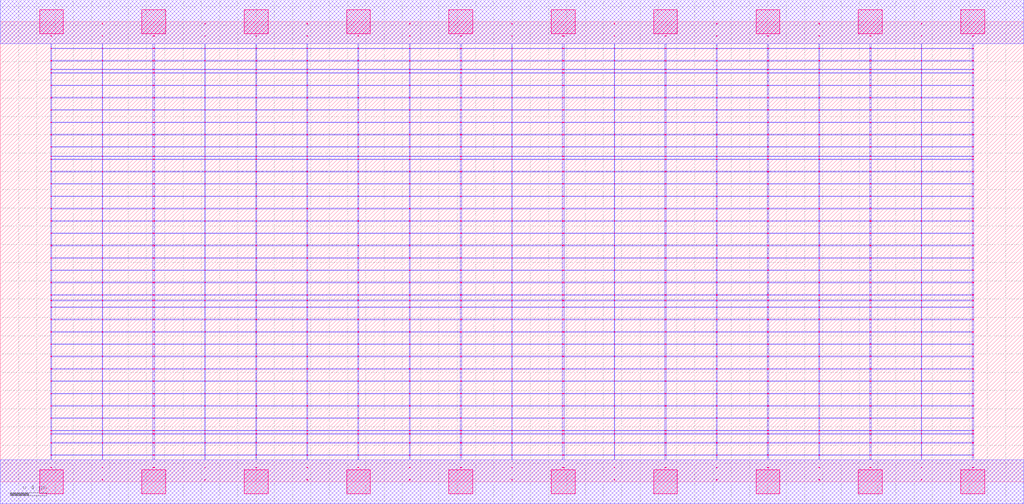
<source format=lef>
MACRO AOOAOI22211_DEBUG
 CLASS CORE ;
 FOREIGN AOOAOI22211_DEBUG 0 0 ;
 SIZE 11.200000000000001 BY 5.04 ;
 ORIGIN 0 0 ;
 SYMMETRY X Y R90 ;
 SITE unit ;

 OBS
    LAYER polycont ;
     RECT 5.59600000 2.58300000 5.60400000 2.59100000 ;
     RECT 5.59600000 2.71800000 5.60400000 2.72600000 ;
     RECT 5.59600000 2.85300000 5.60400000 2.86100000 ;
     RECT 5.59600000 2.98800000 5.60400000 2.99600000 ;
     RECT 7.83600000 2.58300000 7.84400000 2.59100000 ;
     RECT 8.39100000 2.58300000 8.40900000 2.59100000 ;
     RECT 8.95600000 2.58300000 8.96400000 2.59100000 ;
     RECT 9.51100000 2.58300000 9.52900000 2.59100000 ;
     RECT 10.07600000 2.58300000 10.08400000 2.59100000 ;
     RECT 10.63600000 2.58300000 10.64900000 2.59100000 ;
     RECT 6.15100000 2.58300000 6.16900000 2.59100000 ;
     RECT 6.15100000 2.71800000 6.16900000 2.72600000 ;
     RECT 6.71600000 2.71800000 6.72400000 2.72600000 ;
     RECT 7.27100000 2.71800000 7.28900000 2.72600000 ;
     RECT 7.83600000 2.71800000 7.84400000 2.72600000 ;
     RECT 8.39100000 2.71800000 8.40900000 2.72600000 ;
     RECT 8.95600000 2.71800000 8.96400000 2.72600000 ;
     RECT 9.51100000 2.71800000 9.52900000 2.72600000 ;
     RECT 10.07600000 2.71800000 10.08400000 2.72600000 ;
     RECT 10.63600000 2.71800000 10.64900000 2.72600000 ;
     RECT 6.71600000 2.58300000 6.72400000 2.59100000 ;
     RECT 6.15100000 2.85300000 6.16900000 2.86100000 ;
     RECT 6.71600000 2.85300000 6.72400000 2.86100000 ;
     RECT 7.27100000 2.85300000 7.28900000 2.86100000 ;
     RECT 7.83600000 2.85300000 7.84400000 2.86100000 ;
     RECT 8.39100000 2.85300000 8.40900000 2.86100000 ;
     RECT 8.95600000 2.85300000 8.96400000 2.86100000 ;
     RECT 9.51100000 2.85300000 9.52900000 2.86100000 ;
     RECT 10.07600000 2.85300000 10.08400000 2.86100000 ;
     RECT 10.63600000 2.85300000 10.64900000 2.86100000 ;
     RECT 7.27100000 2.58300000 7.28900000 2.59100000 ;
     RECT 6.15100000 2.98800000 6.16900000 2.99600000 ;
     RECT 6.71600000 2.98800000 6.72400000 2.99600000 ;
     RECT 7.27100000 2.98800000 7.28900000 2.99600000 ;
     RECT 7.83600000 2.98800000 7.84400000 2.99600000 ;
     RECT 8.39100000 2.98800000 8.40900000 2.99600000 ;
     RECT 8.95600000 2.98800000 8.96400000 2.99600000 ;
     RECT 9.51100000 2.98800000 9.52900000 2.99600000 ;
     RECT 10.07600000 2.98800000 10.08400000 2.99600000 ;
     RECT 10.63600000 2.98800000 10.64900000 2.99600000 ;
     RECT 1.67100000 2.85300000 1.68900000 2.86100000 ;
     RECT 2.23600000 2.85300000 2.24400000 2.86100000 ;
     RECT 2.79600000 2.85300000 2.80900000 2.86100000 ;
     RECT 3.35600000 2.85300000 3.36400000 2.86100000 ;
     RECT 3.91100000 2.85300000 3.92400000 2.86100000 ;
     RECT 4.47600000 2.85300000 4.48400000 2.86100000 ;
     RECT 5.03100000 2.85300000 5.04900000 2.86100000 ;
     RECT 1.11600000 2.71800000 1.12400000 2.72600000 ;
     RECT 1.67100000 2.71800000 1.68900000 2.72600000 ;
     RECT 2.23600000 2.71800000 2.24400000 2.72600000 ;
     RECT 2.79600000 2.71800000 2.80900000 2.72600000 ;
     RECT 3.35600000 2.71800000 3.36400000 2.72600000 ;
     RECT 3.91100000 2.71800000 3.92400000 2.72600000 ;
     RECT 4.47600000 2.71800000 4.48400000 2.72600000 ;
     RECT 5.03100000 2.71800000 5.04900000 2.72600000 ;
     RECT 1.11600000 2.58300000 1.12400000 2.59100000 ;
     RECT 1.67100000 2.58300000 1.68900000 2.59100000 ;
     RECT 0.55100000 2.98800000 0.56400000 2.99600000 ;
     RECT 1.11600000 2.98800000 1.12400000 2.99600000 ;
     RECT 1.67100000 2.98800000 1.68900000 2.99600000 ;
     RECT 2.23600000 2.98800000 2.24400000 2.99600000 ;
     RECT 2.79600000 2.98800000 2.80900000 2.99600000 ;
     RECT 3.35600000 2.98800000 3.36400000 2.99600000 ;
     RECT 3.91100000 2.98800000 3.92400000 2.99600000 ;
     RECT 4.47600000 2.98800000 4.48400000 2.99600000 ;
     RECT 5.03100000 2.98800000 5.04900000 2.99600000 ;
     RECT 2.23600000 2.58300000 2.24400000 2.59100000 ;
     RECT 2.79600000 2.58300000 2.80900000 2.59100000 ;
     RECT 3.35600000 2.58300000 3.36400000 2.59100000 ;
     RECT 3.91100000 2.58300000 3.92400000 2.59100000 ;
     RECT 4.47600000 2.58300000 4.48400000 2.59100000 ;
     RECT 5.03100000 2.58300000 5.04900000 2.59100000 ;
     RECT 0.55100000 2.58300000 0.56400000 2.59100000 ;
     RECT 0.55100000 2.71800000 0.56400000 2.72600000 ;
     RECT 0.55100000 2.85300000 0.56400000 2.86100000 ;
     RECT 1.11600000 2.85300000 1.12400000 2.86100000 ;
     RECT 3.35600000 3.12300000 3.36400000 3.13100000 ;
     RECT 3.35600000 3.25800000 3.36400000 3.26600000 ;
     RECT 3.35600000 3.39300000 3.36400000 3.40100000 ;
     RECT 3.35600000 3.52800000 3.36400000 3.53600000 ;
     RECT 3.35600000 3.56100000 3.36400000 3.56900000 ;
     RECT 3.35600000 3.66300000 3.36400000 3.67100000 ;
     RECT 3.35600000 3.79800000 3.36400000 3.80600000 ;
     RECT 3.35600000 3.93300000 3.36400000 3.94100000 ;
     RECT 3.35600000 4.06800000 3.36400000 4.07600000 ;
     RECT 3.35600000 4.20300000 3.36400000 4.21100000 ;
     RECT 3.35600000 4.33800000 3.36400000 4.34600000 ;
     RECT 3.35600000 4.47300000 3.36400000 4.48100000 ;
     RECT 3.35600000 4.51100000 3.36400000 4.51900000 ;
     RECT 3.35600000 4.60800000 3.36400000 4.61600000 ;
     RECT 3.35600000 4.74300000 3.36400000 4.75100000 ;
     RECT 3.35600000 4.87800000 3.36400000 4.88600000 ;
     RECT 3.35600000 1.63800000 3.36400000 1.64600000 ;
     RECT 3.35600000 1.77300000 3.36400000 1.78100000 ;
     RECT 3.35600000 1.90800000 3.36400000 1.91600000 ;
     RECT 3.35600000 1.98100000 3.36400000 1.98900000 ;
     RECT 3.35600000 2.04300000 3.36400000 2.05100000 ;
     RECT 3.35600000 2.17800000 3.36400000 2.18600000 ;
     RECT 3.35600000 2.31300000 3.36400000 2.32100000 ;
     RECT 3.35600000 2.44800000 3.36400000 2.45600000 ;
     RECT 3.35600000 0.15300000 3.36400000 0.16100000 ;
     RECT 3.35600000 0.28800000 3.36400000 0.29600000 ;
     RECT 3.35600000 0.42300000 3.36400000 0.43100000 ;
     RECT 3.35600000 0.52100000 3.36400000 0.52900000 ;
     RECT 3.35600000 0.55800000 3.36400000 0.56600000 ;
     RECT 3.35600000 0.69300000 3.36400000 0.70100000 ;
     RECT 3.35600000 0.82800000 3.36400000 0.83600000 ;
     RECT 3.35600000 0.96300000 3.36400000 0.97100000 ;
     RECT 3.35600000 1.09800000 3.36400000 1.10600000 ;
     RECT 3.35600000 1.23300000 3.36400000 1.24100000 ;
     RECT 3.35600000 1.36800000 3.36400000 1.37600000 ;
     RECT 3.35600000 1.50300000 3.36400000 1.51100000 ;

    LAYER pdiffc ;
     RECT 0.55100000 3.39300000 0.55900000 3.40100000 ;
     RECT 2.80100000 3.39300000 2.80900000 3.40100000 ;
     RECT 3.91100000 3.39300000 3.91900000 3.40100000 ;
     RECT 10.64100000 3.39300000 10.64900000 3.40100000 ;
     RECT 0.55100000 3.52800000 0.55900000 3.53600000 ;
     RECT 2.80100000 3.52800000 2.80900000 3.53600000 ;
     RECT 3.91100000 3.52800000 3.91900000 3.53600000 ;
     RECT 10.64100000 3.52800000 10.64900000 3.53600000 ;
     RECT 0.55100000 3.56100000 0.55900000 3.56900000 ;
     RECT 2.80100000 3.56100000 2.80900000 3.56900000 ;
     RECT 3.91100000 3.56100000 3.91900000 3.56900000 ;
     RECT 10.64100000 3.56100000 10.64900000 3.56900000 ;
     RECT 0.55100000 3.66300000 0.55900000 3.67100000 ;
     RECT 2.80100000 3.66300000 2.80900000 3.67100000 ;
     RECT 3.91100000 3.66300000 3.91900000 3.67100000 ;
     RECT 10.64100000 3.66300000 10.64900000 3.67100000 ;
     RECT 0.55100000 3.79800000 0.55900000 3.80600000 ;
     RECT 2.80100000 3.79800000 2.80900000 3.80600000 ;
     RECT 3.91100000 3.79800000 3.91900000 3.80600000 ;
     RECT 10.64100000 3.79800000 10.64900000 3.80600000 ;
     RECT 0.55100000 3.93300000 0.55900000 3.94100000 ;
     RECT 2.80100000 3.93300000 2.80900000 3.94100000 ;
     RECT 3.91100000 3.93300000 3.91900000 3.94100000 ;
     RECT 10.64100000 3.93300000 10.64900000 3.94100000 ;
     RECT 0.55100000 4.06800000 0.55900000 4.07600000 ;
     RECT 2.80100000 4.06800000 2.80900000 4.07600000 ;
     RECT 3.91100000 4.06800000 3.91900000 4.07600000 ;
     RECT 10.64100000 4.06800000 10.64900000 4.07600000 ;
     RECT 0.55100000 4.20300000 0.55900000 4.21100000 ;
     RECT 2.80100000 4.20300000 2.80900000 4.21100000 ;
     RECT 3.91100000 4.20300000 3.91900000 4.21100000 ;
     RECT 10.64100000 4.20300000 10.64900000 4.21100000 ;
     RECT 0.55100000 4.33800000 0.55900000 4.34600000 ;
     RECT 2.80100000 4.33800000 2.80900000 4.34600000 ;
     RECT 3.91100000 4.33800000 3.91900000 4.34600000 ;
     RECT 10.64100000 4.33800000 10.64900000 4.34600000 ;
     RECT 0.55100000 4.47300000 0.55900000 4.48100000 ;
     RECT 2.80100000 4.47300000 2.80900000 4.48100000 ;
     RECT 3.91100000 4.47300000 3.91900000 4.48100000 ;
     RECT 10.64100000 4.47300000 10.64900000 4.48100000 ;
     RECT 0.55100000 4.51100000 0.55900000 4.51900000 ;
     RECT 2.80100000 4.51100000 2.80900000 4.51900000 ;
     RECT 3.91100000 4.51100000 3.91900000 4.51900000 ;
     RECT 10.64100000 4.51100000 10.64900000 4.51900000 ;
     RECT 0.55100000 4.60800000 0.55900000 4.61600000 ;
     RECT 2.80100000 4.60800000 2.80900000 4.61600000 ;
     RECT 3.91100000 4.60800000 3.91900000 4.61600000 ;
     RECT 10.64100000 4.60800000 10.64900000 4.61600000 ;

    LAYER ndiffc ;
     RECT 6.15100000 0.42300000 6.16900000 0.43100000 ;
     RECT 7.27100000 0.42300000 7.28900000 0.43100000 ;
     RECT 8.39100000 0.42300000 8.40900000 0.43100000 ;
     RECT 9.51100000 0.42300000 9.52900000 0.43100000 ;
     RECT 10.63600000 0.42300000 10.64900000 0.43100000 ;
     RECT 6.15100000 0.52100000 6.16900000 0.52900000 ;
     RECT 7.27100000 0.52100000 7.28900000 0.52900000 ;
     RECT 8.39100000 0.52100000 8.40900000 0.52900000 ;
     RECT 9.51100000 0.52100000 9.52900000 0.52900000 ;
     RECT 10.63600000 0.52100000 10.64900000 0.52900000 ;
     RECT 6.15100000 0.55800000 6.16900000 0.56600000 ;
     RECT 7.27100000 0.55800000 7.28900000 0.56600000 ;
     RECT 8.39100000 0.55800000 8.40900000 0.56600000 ;
     RECT 9.51100000 0.55800000 9.52900000 0.56600000 ;
     RECT 10.63600000 0.55800000 10.64900000 0.56600000 ;
     RECT 6.15100000 0.69300000 6.16900000 0.70100000 ;
     RECT 7.27100000 0.69300000 7.28900000 0.70100000 ;
     RECT 8.39100000 0.69300000 8.40900000 0.70100000 ;
     RECT 9.51100000 0.69300000 9.52900000 0.70100000 ;
     RECT 10.63600000 0.69300000 10.64900000 0.70100000 ;
     RECT 6.15100000 0.82800000 6.16900000 0.83600000 ;
     RECT 7.27100000 0.82800000 7.28900000 0.83600000 ;
     RECT 8.39100000 0.82800000 8.40900000 0.83600000 ;
     RECT 9.51100000 0.82800000 9.52900000 0.83600000 ;
     RECT 10.63600000 0.82800000 10.64900000 0.83600000 ;
     RECT 6.15100000 0.96300000 6.16900000 0.97100000 ;
     RECT 7.27100000 0.96300000 7.28900000 0.97100000 ;
     RECT 8.39100000 0.96300000 8.40900000 0.97100000 ;
     RECT 9.51100000 0.96300000 9.52900000 0.97100000 ;
     RECT 10.63600000 0.96300000 10.64900000 0.97100000 ;
     RECT 6.15100000 1.09800000 6.16900000 1.10600000 ;
     RECT 7.27100000 1.09800000 7.28900000 1.10600000 ;
     RECT 8.39100000 1.09800000 8.40900000 1.10600000 ;
     RECT 9.51100000 1.09800000 9.52900000 1.10600000 ;
     RECT 10.63600000 1.09800000 10.64900000 1.10600000 ;
     RECT 6.15100000 1.23300000 6.16900000 1.24100000 ;
     RECT 7.27100000 1.23300000 7.28900000 1.24100000 ;
     RECT 8.39100000 1.23300000 8.40900000 1.24100000 ;
     RECT 9.51100000 1.23300000 9.52900000 1.24100000 ;
     RECT 10.63600000 1.23300000 10.64900000 1.24100000 ;
     RECT 6.15100000 1.36800000 6.16900000 1.37600000 ;
     RECT 7.27100000 1.36800000 7.28900000 1.37600000 ;
     RECT 8.39100000 1.36800000 8.40900000 1.37600000 ;
     RECT 9.51100000 1.36800000 9.52900000 1.37600000 ;
     RECT 10.63600000 1.36800000 10.64900000 1.37600000 ;
     RECT 6.15100000 1.50300000 6.16900000 1.51100000 ;
     RECT 7.27100000 1.50300000 7.28900000 1.51100000 ;
     RECT 8.39100000 1.50300000 8.40900000 1.51100000 ;
     RECT 9.51100000 1.50300000 9.52900000 1.51100000 ;
     RECT 10.63600000 1.50300000 10.64900000 1.51100000 ;
     RECT 6.15100000 1.63800000 6.16900000 1.64600000 ;
     RECT 7.27100000 1.63800000 7.28900000 1.64600000 ;
     RECT 8.39100000 1.63800000 8.40900000 1.64600000 ;
     RECT 9.51100000 1.63800000 9.52900000 1.64600000 ;
     RECT 10.63600000 1.63800000 10.64900000 1.64600000 ;
     RECT 6.15100000 1.77300000 6.16900000 1.78100000 ;
     RECT 7.27100000 1.77300000 7.28900000 1.78100000 ;
     RECT 8.39100000 1.77300000 8.40900000 1.78100000 ;
     RECT 9.51100000 1.77300000 9.52900000 1.78100000 ;
     RECT 10.63600000 1.77300000 10.64900000 1.78100000 ;
     RECT 6.15100000 1.90800000 6.16900000 1.91600000 ;
     RECT 7.27100000 1.90800000 7.28900000 1.91600000 ;
     RECT 8.39100000 1.90800000 8.40900000 1.91600000 ;
     RECT 9.51100000 1.90800000 9.52900000 1.91600000 ;
     RECT 10.63600000 1.90800000 10.64900000 1.91600000 ;
     RECT 6.15100000 1.98100000 6.16900000 1.98900000 ;
     RECT 7.27100000 1.98100000 7.28900000 1.98900000 ;
     RECT 8.39100000 1.98100000 8.40900000 1.98900000 ;
     RECT 9.51100000 1.98100000 9.52900000 1.98900000 ;
     RECT 10.63600000 1.98100000 10.64900000 1.98900000 ;
     RECT 6.15100000 2.04300000 6.16900000 2.05100000 ;
     RECT 7.27100000 2.04300000 7.28900000 2.05100000 ;
     RECT 8.39100000 2.04300000 8.40900000 2.05100000 ;
     RECT 9.51100000 2.04300000 9.52900000 2.05100000 ;
     RECT 10.63600000 2.04300000 10.64900000 2.05100000 ;
     RECT 0.55100000 0.42300000 0.56400000 0.43100000 ;
     RECT 1.67100000 0.42300000 1.68900000 0.43100000 ;
     RECT 2.79600000 0.42300000 2.80900000 0.43100000 ;
     RECT 3.91100000 0.42300000 3.92400000 0.43100000 ;
     RECT 5.03100000 0.42300000 5.04900000 0.43100000 ;
     RECT 0.55100000 1.36800000 0.56400000 1.37600000 ;
     RECT 1.67100000 1.36800000 1.68900000 1.37600000 ;
     RECT 2.79600000 1.36800000 2.80900000 1.37600000 ;
     RECT 3.91100000 1.36800000 3.92400000 1.37600000 ;
     RECT 5.03100000 1.36800000 5.04900000 1.37600000 ;
     RECT 0.55100000 0.82800000 0.56400000 0.83600000 ;
     RECT 1.67100000 0.82800000 1.68900000 0.83600000 ;
     RECT 2.79600000 0.82800000 2.80900000 0.83600000 ;
     RECT 3.91100000 0.82800000 3.92400000 0.83600000 ;
     RECT 5.03100000 0.82800000 5.04900000 0.83600000 ;
     RECT 0.55100000 1.50300000 0.56400000 1.51100000 ;
     RECT 1.67100000 1.50300000 1.68900000 1.51100000 ;
     RECT 2.79600000 1.50300000 2.80900000 1.51100000 ;
     RECT 3.91100000 1.50300000 3.92400000 1.51100000 ;
     RECT 5.03100000 1.50300000 5.04900000 1.51100000 ;
     RECT 0.55100000 0.55800000 0.56400000 0.56600000 ;
     RECT 1.67100000 0.55800000 1.68900000 0.56600000 ;
     RECT 2.79600000 0.55800000 2.80900000 0.56600000 ;
     RECT 3.91100000 0.55800000 3.92400000 0.56600000 ;
     RECT 5.03100000 0.55800000 5.04900000 0.56600000 ;
     RECT 0.55100000 1.63800000 0.56400000 1.64600000 ;
     RECT 1.67100000 1.63800000 1.68900000 1.64600000 ;
     RECT 2.79600000 1.63800000 2.80900000 1.64600000 ;
     RECT 3.91100000 1.63800000 3.92400000 1.64600000 ;
     RECT 5.03100000 1.63800000 5.04900000 1.64600000 ;
     RECT 0.55100000 0.96300000 0.56400000 0.97100000 ;
     RECT 1.67100000 0.96300000 1.68900000 0.97100000 ;
     RECT 2.79600000 0.96300000 2.80900000 0.97100000 ;
     RECT 3.91100000 0.96300000 3.92400000 0.97100000 ;
     RECT 5.03100000 0.96300000 5.04900000 0.97100000 ;
     RECT 0.55100000 1.77300000 0.56400000 1.78100000 ;
     RECT 1.67100000 1.77300000 1.68900000 1.78100000 ;
     RECT 2.79600000 1.77300000 2.80900000 1.78100000 ;
     RECT 3.91100000 1.77300000 3.92400000 1.78100000 ;
     RECT 5.03100000 1.77300000 5.04900000 1.78100000 ;
     RECT 0.55100000 0.52100000 0.56400000 0.52900000 ;
     RECT 1.67100000 0.52100000 1.68900000 0.52900000 ;
     RECT 2.79600000 0.52100000 2.80900000 0.52900000 ;
     RECT 3.91100000 0.52100000 3.92400000 0.52900000 ;
     RECT 5.03100000 0.52100000 5.04900000 0.52900000 ;
     RECT 0.55100000 1.90800000 0.56400000 1.91600000 ;
     RECT 1.67100000 1.90800000 1.68900000 1.91600000 ;
     RECT 2.79600000 1.90800000 2.80900000 1.91600000 ;
     RECT 3.91100000 1.90800000 3.92400000 1.91600000 ;
     RECT 5.03100000 1.90800000 5.04900000 1.91600000 ;
     RECT 0.55100000 1.09800000 0.56400000 1.10600000 ;
     RECT 1.67100000 1.09800000 1.68900000 1.10600000 ;
     RECT 2.79600000 1.09800000 2.80900000 1.10600000 ;
     RECT 3.91100000 1.09800000 3.92400000 1.10600000 ;
     RECT 5.03100000 1.09800000 5.04900000 1.10600000 ;
     RECT 0.55100000 1.98100000 0.56400000 1.98900000 ;
     RECT 1.67100000 1.98100000 1.68900000 1.98900000 ;
     RECT 2.79600000 1.98100000 2.80900000 1.98900000 ;
     RECT 3.91100000 1.98100000 3.92400000 1.98900000 ;
     RECT 5.03100000 1.98100000 5.04900000 1.98900000 ;
     RECT 0.55100000 0.69300000 0.56400000 0.70100000 ;
     RECT 1.67100000 0.69300000 1.68900000 0.70100000 ;
     RECT 2.79600000 0.69300000 2.80900000 0.70100000 ;
     RECT 3.91100000 0.69300000 3.92400000 0.70100000 ;
     RECT 5.03100000 0.69300000 5.04900000 0.70100000 ;
     RECT 0.55100000 2.04300000 0.56400000 2.05100000 ;
     RECT 1.67100000 2.04300000 1.68900000 2.05100000 ;
     RECT 2.79600000 2.04300000 2.80900000 2.05100000 ;
     RECT 3.91100000 2.04300000 3.92400000 2.05100000 ;
     RECT 5.03100000 2.04300000 5.04900000 2.05100000 ;
     RECT 0.55100000 1.23300000 0.56400000 1.24100000 ;
     RECT 1.67100000 1.23300000 1.68900000 1.24100000 ;
     RECT 2.79600000 1.23300000 2.80900000 1.24100000 ;
     RECT 3.91100000 1.23300000 3.92400000 1.24100000 ;
     RECT 5.03100000 1.23300000 5.04900000 1.24100000 ;

    LAYER met1 ;
     RECT 0.00000000 -0.24000000 11.20000000 0.24000000 ;
     RECT 5.59600000 0.24000000 5.60400000 0.28800000 ;
     RECT 0.55100000 0.28800000 10.64900000 0.29600000 ;
     RECT 5.59600000 0.29600000 5.60400000 0.42300000 ;
     RECT 0.55100000 0.42300000 10.64900000 0.43100000 ;
     RECT 5.59600000 0.43100000 5.60400000 0.52100000 ;
     RECT 0.55100000 0.52100000 10.64900000 0.52900000 ;
     RECT 5.59600000 0.52900000 5.60400000 0.55800000 ;
     RECT 0.55100000 0.55800000 10.64900000 0.56600000 ;
     RECT 5.59600000 0.56600000 5.60400000 0.69300000 ;
     RECT 0.55100000 0.69300000 10.64900000 0.70100000 ;
     RECT 5.59600000 0.70100000 5.60400000 0.82800000 ;
     RECT 0.55100000 0.82800000 10.64900000 0.83600000 ;
     RECT 5.59600000 0.83600000 5.60400000 0.96300000 ;
     RECT 0.55100000 0.96300000 10.64900000 0.97100000 ;
     RECT 5.59600000 0.97100000 5.60400000 1.09800000 ;
     RECT 0.55100000 1.09800000 10.64900000 1.10600000 ;
     RECT 5.59600000 1.10600000 5.60400000 1.23300000 ;
     RECT 0.55100000 1.23300000 10.64900000 1.24100000 ;
     RECT 5.59600000 1.24100000 5.60400000 1.36800000 ;
     RECT 0.55100000 1.36800000 10.64900000 1.37600000 ;
     RECT 5.59600000 1.37600000 5.60400000 1.50300000 ;
     RECT 0.55100000 1.50300000 10.64900000 1.51100000 ;
     RECT 5.59600000 1.51100000 5.60400000 1.63800000 ;
     RECT 0.55100000 1.63800000 10.64900000 1.64600000 ;
     RECT 5.59600000 1.64600000 5.60400000 1.77300000 ;
     RECT 0.55100000 1.77300000 10.64900000 1.78100000 ;
     RECT 5.59600000 1.78100000 5.60400000 1.90800000 ;
     RECT 0.55100000 1.90800000 10.64900000 1.91600000 ;
     RECT 5.59600000 1.91600000 5.60400000 1.98100000 ;
     RECT 0.55100000 1.98100000 10.64900000 1.98900000 ;
     RECT 5.59600000 1.98900000 5.60400000 2.04300000 ;
     RECT 0.55100000 2.04300000 10.64900000 2.05100000 ;
     RECT 5.59600000 2.05100000 5.60400000 2.17800000 ;
     RECT 0.55100000 2.17800000 10.64900000 2.18600000 ;
     RECT 5.59600000 2.18600000 5.60400000 2.31300000 ;
     RECT 0.55100000 2.31300000 10.64900000 2.32100000 ;
     RECT 5.59600000 2.32100000 5.60400000 2.44800000 ;
     RECT 0.55100000 2.44800000 10.64900000 2.45600000 ;
     RECT 0.55100000 2.45600000 0.56400000 2.58300000 ;
     RECT 1.11600000 2.45600000 1.12400000 2.58300000 ;
     RECT 1.67100000 2.45600000 1.68900000 2.58300000 ;
     RECT 2.23600000 2.45600000 2.24400000 2.58300000 ;
     RECT 2.79600000 2.45600000 2.80900000 2.58300000 ;
     RECT 3.35600000 2.45600000 3.36400000 2.58300000 ;
     RECT 3.91100000 2.45600000 3.92400000 2.58300000 ;
     RECT 4.47600000 2.45600000 4.48400000 2.58300000 ;
     RECT 5.03100000 2.45600000 5.04900000 2.58300000 ;
     RECT 5.59600000 2.45600000 5.60400000 2.58300000 ;
     RECT 6.15100000 2.45600000 6.16900000 2.58300000 ;
     RECT 6.71600000 2.45600000 6.72400000 2.58300000 ;
     RECT 7.27100000 2.45600000 7.28900000 2.58300000 ;
     RECT 7.83600000 2.45600000 7.84400000 2.58300000 ;
     RECT 8.39100000 2.45600000 8.40900000 2.58300000 ;
     RECT 8.95600000 2.45600000 8.96400000 2.58300000 ;
     RECT 9.51100000 2.45600000 9.52900000 2.58300000 ;
     RECT 10.07600000 2.45600000 10.08400000 2.58300000 ;
     RECT 10.63600000 2.45600000 10.64900000 2.58300000 ;
     RECT 0.55100000 2.58300000 10.64900000 2.59100000 ;
     RECT 5.59600000 2.59100000 5.60400000 2.71800000 ;
     RECT 0.55100000 2.71800000 10.64900000 2.72600000 ;
     RECT 5.59600000 2.72600000 5.60400000 2.85300000 ;
     RECT 0.55100000 2.85300000 10.64900000 2.86100000 ;
     RECT 5.59600000 2.86100000 5.60400000 2.98800000 ;
     RECT 0.55100000 2.98800000 10.64900000 2.99600000 ;
     RECT 5.59600000 2.99600000 5.60400000 3.12300000 ;
     RECT 0.55100000 3.12300000 10.64900000 3.13100000 ;
     RECT 5.59600000 3.13100000 5.60400000 3.25800000 ;
     RECT 0.55100000 3.25800000 10.64900000 3.26600000 ;
     RECT 5.59600000 3.26600000 5.60400000 3.39300000 ;
     RECT 0.55100000 3.39300000 10.64900000 3.40100000 ;
     RECT 5.59600000 3.40100000 5.60400000 3.52800000 ;
     RECT 0.55100000 3.52800000 10.64900000 3.53600000 ;
     RECT 5.59600000 3.53600000 5.60400000 3.56100000 ;
     RECT 0.55100000 3.56100000 10.64900000 3.56900000 ;
     RECT 5.59600000 3.56900000 5.60400000 3.66300000 ;
     RECT 0.55100000 3.66300000 10.64900000 3.67100000 ;
     RECT 5.59600000 3.67100000 5.60400000 3.79800000 ;
     RECT 0.55100000 3.79800000 10.64900000 3.80600000 ;
     RECT 5.59600000 3.80600000 5.60400000 3.93300000 ;
     RECT 0.55100000 3.93300000 10.64900000 3.94100000 ;
     RECT 5.59600000 3.94100000 5.60400000 4.06800000 ;
     RECT 0.55100000 4.06800000 10.64900000 4.07600000 ;
     RECT 5.59600000 4.07600000 5.60400000 4.20300000 ;
     RECT 0.55100000 4.20300000 10.64900000 4.21100000 ;
     RECT 5.59600000 4.21100000 5.60400000 4.33800000 ;
     RECT 0.55100000 4.33800000 10.64900000 4.34600000 ;
     RECT 5.59600000 4.34600000 5.60400000 4.47300000 ;
     RECT 0.55100000 4.47300000 10.64900000 4.48100000 ;
     RECT 5.59600000 4.48100000 5.60400000 4.51100000 ;
     RECT 0.55100000 4.51100000 10.64900000 4.51900000 ;
     RECT 5.59600000 4.51900000 5.60400000 4.60800000 ;
     RECT 0.55100000 4.60800000 10.64900000 4.61600000 ;
     RECT 5.59600000 4.61600000 5.60400000 4.74300000 ;
     RECT 0.55100000 4.74300000 10.64900000 4.75100000 ;
     RECT 5.59600000 4.75100000 5.60400000 4.80000000 ;
     RECT 0.00000000 4.80000000 11.20000000 5.28000000 ;
     RECT 8.39100000 2.99600000 8.40900000 3.12300000 ;
     RECT 8.39100000 3.13100000 8.40900000 3.25800000 ;
     RECT 8.39100000 3.26600000 8.40900000 3.39300000 ;
     RECT 8.39100000 3.40100000 8.40900000 3.52800000 ;
     RECT 8.39100000 3.53600000 8.40900000 3.56100000 ;
     RECT 8.39100000 2.72600000 8.40900000 2.85300000 ;
     RECT 8.39100000 3.56900000 8.40900000 3.66300000 ;
     RECT 8.39100000 3.67100000 8.40900000 3.79800000 ;
     RECT 6.15100000 3.80600000 6.16900000 3.93300000 ;
     RECT 6.71600000 3.80600000 6.72400000 3.93300000 ;
     RECT 7.27100000 3.80600000 7.28900000 3.93300000 ;
     RECT 7.83600000 3.80600000 7.84400000 3.93300000 ;
     RECT 8.39100000 3.80600000 8.40900000 3.93300000 ;
     RECT 8.95600000 3.80600000 8.96400000 3.93300000 ;
     RECT 9.51100000 3.80600000 9.52900000 3.93300000 ;
     RECT 10.07600000 3.80600000 10.08400000 3.93300000 ;
     RECT 10.63600000 3.80600000 10.64900000 3.93300000 ;
     RECT 8.39100000 3.94100000 8.40900000 4.06800000 ;
     RECT 8.39100000 4.07600000 8.40900000 4.20300000 ;
     RECT 8.39100000 4.21100000 8.40900000 4.33800000 ;
     RECT 8.39100000 2.86100000 8.40900000 2.98800000 ;
     RECT 8.39100000 4.34600000 8.40900000 4.47300000 ;
     RECT 8.39100000 4.48100000 8.40900000 4.51100000 ;
     RECT 8.39100000 2.59100000 8.40900000 2.71800000 ;
     RECT 8.39100000 4.51900000 8.40900000 4.60800000 ;
     RECT 8.39100000 4.61600000 8.40900000 4.74300000 ;
     RECT 8.39100000 4.75100000 8.40900000 4.80000000 ;
     RECT 9.51100000 3.94100000 9.52900000 4.06800000 ;
     RECT 8.95600000 4.21100000 8.96400000 4.33800000 ;
     RECT 9.51100000 4.21100000 9.52900000 4.33800000 ;
     RECT 10.07600000 4.21100000 10.08400000 4.33800000 ;
     RECT 10.63600000 4.21100000 10.64900000 4.33800000 ;
     RECT 10.07600000 3.94100000 10.08400000 4.06800000 ;
     RECT 10.63600000 3.94100000 10.64900000 4.06800000 ;
     RECT 8.95600000 4.34600000 8.96400000 4.47300000 ;
     RECT 9.51100000 4.34600000 9.52900000 4.47300000 ;
     RECT 10.07600000 4.34600000 10.08400000 4.47300000 ;
     RECT 10.63600000 4.34600000 10.64900000 4.47300000 ;
     RECT 8.95600000 3.94100000 8.96400000 4.06800000 ;
     RECT 8.95600000 4.48100000 8.96400000 4.51100000 ;
     RECT 9.51100000 4.48100000 9.52900000 4.51100000 ;
     RECT 10.07600000 4.48100000 10.08400000 4.51100000 ;
     RECT 10.63600000 4.48100000 10.64900000 4.51100000 ;
     RECT 8.95600000 4.07600000 8.96400000 4.20300000 ;
     RECT 9.51100000 4.07600000 9.52900000 4.20300000 ;
     RECT 8.95600000 4.51900000 8.96400000 4.60800000 ;
     RECT 9.51100000 4.51900000 9.52900000 4.60800000 ;
     RECT 10.07600000 4.51900000 10.08400000 4.60800000 ;
     RECT 10.63600000 4.51900000 10.64900000 4.60800000 ;
     RECT 10.07600000 4.07600000 10.08400000 4.20300000 ;
     RECT 8.95600000 4.61600000 8.96400000 4.74300000 ;
     RECT 9.51100000 4.61600000 9.52900000 4.74300000 ;
     RECT 10.07600000 4.61600000 10.08400000 4.74300000 ;
     RECT 10.63600000 4.61600000 10.64900000 4.74300000 ;
     RECT 10.63600000 4.07600000 10.64900000 4.20300000 ;
     RECT 8.95600000 4.75100000 8.96400000 4.80000000 ;
     RECT 9.51100000 4.75100000 9.52900000 4.80000000 ;
     RECT 10.07600000 4.75100000 10.08400000 4.80000000 ;
     RECT 10.63600000 4.75100000 10.64900000 4.80000000 ;
     RECT 6.71600000 4.07600000 6.72400000 4.20300000 ;
     RECT 7.27100000 4.07600000 7.28900000 4.20300000 ;
     RECT 7.83600000 4.07600000 7.84400000 4.20300000 ;
     RECT 6.71600000 3.94100000 6.72400000 4.06800000 ;
     RECT 7.27100000 3.94100000 7.28900000 4.06800000 ;
     RECT 6.15100000 4.51900000 6.16900000 4.60800000 ;
     RECT 6.71600000 4.51900000 6.72400000 4.60800000 ;
     RECT 7.27100000 4.51900000 7.28900000 4.60800000 ;
     RECT 7.83600000 4.51900000 7.84400000 4.60800000 ;
     RECT 7.83600000 3.94100000 7.84400000 4.06800000 ;
     RECT 6.15100000 4.34600000 6.16900000 4.47300000 ;
     RECT 6.71600000 4.34600000 6.72400000 4.47300000 ;
     RECT 7.27100000 4.34600000 7.28900000 4.47300000 ;
     RECT 7.83600000 4.34600000 7.84400000 4.47300000 ;
     RECT 6.15100000 4.61600000 6.16900000 4.74300000 ;
     RECT 6.71600000 4.61600000 6.72400000 4.74300000 ;
     RECT 7.27100000 4.61600000 7.28900000 4.74300000 ;
     RECT 7.83600000 4.61600000 7.84400000 4.74300000 ;
     RECT 6.15100000 3.94100000 6.16900000 4.06800000 ;
     RECT 6.15100000 4.07600000 6.16900000 4.20300000 ;
     RECT 6.15100000 4.21100000 6.16900000 4.33800000 ;
     RECT 6.71600000 4.21100000 6.72400000 4.33800000 ;
     RECT 7.27100000 4.21100000 7.28900000 4.33800000 ;
     RECT 6.15100000 4.75100000 6.16900000 4.80000000 ;
     RECT 6.71600000 4.75100000 6.72400000 4.80000000 ;
     RECT 7.27100000 4.75100000 7.28900000 4.80000000 ;
     RECT 7.83600000 4.75100000 7.84400000 4.80000000 ;
     RECT 6.15100000 4.48100000 6.16900000 4.51100000 ;
     RECT 6.71600000 4.48100000 6.72400000 4.51100000 ;
     RECT 7.27100000 4.48100000 7.28900000 4.51100000 ;
     RECT 7.83600000 4.48100000 7.84400000 4.51100000 ;
     RECT 7.83600000 4.21100000 7.84400000 4.33800000 ;
     RECT 7.27100000 3.53600000 7.28900000 3.56100000 ;
     RECT 7.83600000 3.53600000 7.84400000 3.56100000 ;
     RECT 7.83600000 3.13100000 7.84400000 3.25800000 ;
     RECT 6.15100000 2.86100000 6.16900000 2.98800000 ;
     RECT 6.71600000 2.86100000 6.72400000 2.98800000 ;
     RECT 7.83600000 2.72600000 7.84400000 2.85300000 ;
     RECT 6.15100000 3.13100000 6.16900000 3.25800000 ;
     RECT 6.15100000 3.56900000 6.16900000 3.66300000 ;
     RECT 6.71600000 3.56900000 6.72400000 3.66300000 ;
     RECT 7.27100000 3.56900000 7.28900000 3.66300000 ;
     RECT 7.83600000 3.56900000 7.84400000 3.66300000 ;
     RECT 6.15100000 2.59100000 6.16900000 2.71800000 ;
     RECT 6.15100000 3.67100000 6.16900000 3.79800000 ;
     RECT 6.71600000 3.67100000 6.72400000 3.79800000 ;
     RECT 7.27100000 2.86100000 7.28900000 2.98800000 ;
     RECT 7.83600000 2.86100000 7.84400000 2.98800000 ;
     RECT 7.27100000 3.67100000 7.28900000 3.79800000 ;
     RECT 7.83600000 3.67100000 7.84400000 3.79800000 ;
     RECT 6.15100000 2.99600000 6.16900000 3.12300000 ;
     RECT 6.15100000 3.26600000 6.16900000 3.39300000 ;
     RECT 6.71600000 3.26600000 6.72400000 3.39300000 ;
     RECT 7.27100000 3.26600000 7.28900000 3.39300000 ;
     RECT 7.83600000 3.26600000 7.84400000 3.39300000 ;
     RECT 6.71600000 3.13100000 6.72400000 3.25800000 ;
     RECT 6.71600000 2.59100000 6.72400000 2.71800000 ;
     RECT 6.15100000 2.72600000 6.16900000 2.85300000 ;
     RECT 6.15100000 3.40100000 6.16900000 3.52800000 ;
     RECT 6.71600000 3.40100000 6.72400000 3.52800000 ;
     RECT 6.71600000 2.99600000 6.72400000 3.12300000 ;
     RECT 7.27100000 2.99600000 7.28900000 3.12300000 ;
     RECT 7.27100000 3.40100000 7.28900000 3.52800000 ;
     RECT 7.27100000 2.59100000 7.28900000 2.71800000 ;
     RECT 7.83600000 2.59100000 7.84400000 2.71800000 ;
     RECT 7.83600000 3.40100000 7.84400000 3.52800000 ;
     RECT 7.27100000 3.13100000 7.28900000 3.25800000 ;
     RECT 6.71600000 2.72600000 6.72400000 2.85300000 ;
     RECT 7.27100000 2.72600000 7.28900000 2.85300000 ;
     RECT 6.15100000 3.53600000 6.16900000 3.56100000 ;
     RECT 6.71600000 3.53600000 6.72400000 3.56100000 ;
     RECT 7.83600000 2.99600000 7.84400000 3.12300000 ;
     RECT 10.07600000 3.56900000 10.08400000 3.66300000 ;
     RECT 10.63600000 3.56900000 10.64900000 3.66300000 ;
     RECT 8.95600000 2.72600000 8.96400000 2.85300000 ;
     RECT 9.51100000 2.72600000 9.52900000 2.85300000 ;
     RECT 8.95600000 2.99600000 8.96400000 3.12300000 ;
     RECT 8.95600000 3.40100000 8.96400000 3.52800000 ;
     RECT 10.63600000 2.86100000 10.64900000 2.98800000 ;
     RECT 9.51100000 3.40100000 9.52900000 3.52800000 ;
     RECT 10.07600000 3.40100000 10.08400000 3.52800000 ;
     RECT 10.63600000 3.40100000 10.64900000 3.52800000 ;
     RECT 8.95600000 3.67100000 8.96400000 3.79800000 ;
     RECT 9.51100000 3.67100000 9.52900000 3.79800000 ;
     RECT 10.07600000 3.67100000 10.08400000 3.79800000 ;
     RECT 10.63600000 3.67100000 10.64900000 3.79800000 ;
     RECT 10.07600000 2.72600000 10.08400000 2.85300000 ;
     RECT 10.63600000 2.72600000 10.64900000 2.85300000 ;
     RECT 9.51100000 2.99600000 9.52900000 3.12300000 ;
     RECT 8.95600000 2.59100000 8.96400000 2.71800000 ;
     RECT 10.07600000 2.99600000 10.08400000 3.12300000 ;
     RECT 10.63600000 2.99600000 10.64900000 3.12300000 ;
     RECT 9.51100000 2.59100000 9.52900000 2.71800000 ;
     RECT 8.95600000 3.26600000 8.96400000 3.39300000 ;
     RECT 9.51100000 3.26600000 9.52900000 3.39300000 ;
     RECT 10.07600000 3.26600000 10.08400000 3.39300000 ;
     RECT 8.95600000 3.53600000 8.96400000 3.56100000 ;
     RECT 8.95600000 2.86100000 8.96400000 2.98800000 ;
     RECT 9.51100000 3.53600000 9.52900000 3.56100000 ;
     RECT 10.07600000 3.53600000 10.08400000 3.56100000 ;
     RECT 10.63600000 3.53600000 10.64900000 3.56100000 ;
     RECT 10.63600000 3.26600000 10.64900000 3.39300000 ;
     RECT 8.95600000 3.13100000 8.96400000 3.25800000 ;
     RECT 9.51100000 3.13100000 9.52900000 3.25800000 ;
     RECT 10.07600000 3.13100000 10.08400000 3.25800000 ;
     RECT 10.63600000 3.13100000 10.64900000 3.25800000 ;
     RECT 10.63600000 2.59100000 10.64900000 2.71800000 ;
     RECT 9.51100000 2.86100000 9.52900000 2.98800000 ;
     RECT 10.07600000 2.86100000 10.08400000 2.98800000 ;
     RECT 10.07600000 2.59100000 10.08400000 2.71800000 ;
     RECT 8.95600000 3.56900000 8.96400000 3.66300000 ;
     RECT 9.51100000 3.56900000 9.52900000 3.66300000 ;
     RECT 2.79600000 2.59100000 2.80900000 2.71800000 ;
     RECT 2.79600000 2.99600000 2.80900000 3.12300000 ;
     RECT 2.79600000 3.94100000 2.80900000 4.06800000 ;
     RECT 2.79600000 3.40100000 2.80900000 3.52800000 ;
     RECT 2.79600000 4.07600000 2.80900000 4.20300000 ;
     RECT 2.79600000 4.21100000 2.80900000 4.33800000 ;
     RECT 2.79600000 3.53600000 2.80900000 3.56100000 ;
     RECT 2.79600000 4.34600000 2.80900000 4.47300000 ;
     RECT 2.79600000 3.13100000 2.80900000 3.25800000 ;
     RECT 2.79600000 3.56900000 2.80900000 3.66300000 ;
     RECT 2.79600000 4.48100000 2.80900000 4.51100000 ;
     RECT 2.79600000 2.86100000 2.80900000 2.98800000 ;
     RECT 2.79600000 4.51900000 2.80900000 4.60800000 ;
     RECT 2.79600000 2.72600000 2.80900000 2.85300000 ;
     RECT 2.79600000 3.67100000 2.80900000 3.79800000 ;
     RECT 2.79600000 4.61600000 2.80900000 4.74300000 ;
     RECT 2.79600000 3.26600000 2.80900000 3.39300000 ;
     RECT 2.79600000 4.75100000 2.80900000 4.80000000 ;
     RECT 0.55100000 3.80600000 0.56400000 3.93300000 ;
     RECT 1.11600000 3.80600000 1.12400000 3.93300000 ;
     RECT 1.67100000 3.80600000 1.68900000 3.93300000 ;
     RECT 2.23600000 3.80600000 2.24400000 3.93300000 ;
     RECT 2.79600000 3.80600000 2.80900000 3.93300000 ;
     RECT 3.35600000 3.80600000 3.36400000 3.93300000 ;
     RECT 3.91100000 3.80600000 3.92400000 3.93300000 ;
     RECT 4.47600000 3.80600000 4.48400000 3.93300000 ;
     RECT 5.03100000 3.80600000 5.04900000 3.93300000 ;
     RECT 3.35600000 4.48100000 3.36400000 4.51100000 ;
     RECT 3.91100000 4.48100000 3.92400000 4.51100000 ;
     RECT 4.47600000 4.48100000 4.48400000 4.51100000 ;
     RECT 5.03100000 4.48100000 5.04900000 4.51100000 ;
     RECT 4.47600000 4.07600000 4.48400000 4.20300000 ;
     RECT 5.03100000 4.07600000 5.04900000 4.20300000 ;
     RECT 3.35600000 4.51900000 3.36400000 4.60800000 ;
     RECT 3.91100000 4.51900000 3.92400000 4.60800000 ;
     RECT 4.47600000 4.51900000 4.48400000 4.60800000 ;
     RECT 5.03100000 4.51900000 5.04900000 4.60800000 ;
     RECT 4.47600000 3.94100000 4.48400000 4.06800000 ;
     RECT 3.35600000 4.21100000 3.36400000 4.33800000 ;
     RECT 3.91100000 4.21100000 3.92400000 4.33800000 ;
     RECT 3.35600000 4.61600000 3.36400000 4.74300000 ;
     RECT 3.91100000 4.61600000 3.92400000 4.74300000 ;
     RECT 4.47600000 4.61600000 4.48400000 4.74300000 ;
     RECT 5.03100000 4.61600000 5.04900000 4.74300000 ;
     RECT 4.47600000 4.21100000 4.48400000 4.33800000 ;
     RECT 5.03100000 4.21100000 5.04900000 4.33800000 ;
     RECT 3.35600000 4.75100000 3.36400000 4.80000000 ;
     RECT 3.91100000 4.75100000 3.92400000 4.80000000 ;
     RECT 4.47600000 4.75100000 4.48400000 4.80000000 ;
     RECT 5.03100000 4.75100000 5.04900000 4.80000000 ;
     RECT 5.03100000 3.94100000 5.04900000 4.06800000 ;
     RECT 3.35600000 3.94100000 3.36400000 4.06800000 ;
     RECT 3.35600000 4.34600000 3.36400000 4.47300000 ;
     RECT 3.91100000 4.34600000 3.92400000 4.47300000 ;
     RECT 4.47600000 4.34600000 4.48400000 4.47300000 ;
     RECT 5.03100000 4.34600000 5.04900000 4.47300000 ;
     RECT 3.91100000 3.94100000 3.92400000 4.06800000 ;
     RECT 3.35600000 4.07600000 3.36400000 4.20300000 ;
     RECT 3.91100000 4.07600000 3.92400000 4.20300000 ;
     RECT 1.11600000 3.94100000 1.12400000 4.06800000 ;
     RECT 0.55100000 4.07600000 0.56400000 4.20300000 ;
     RECT 0.55100000 4.21100000 0.56400000 4.33800000 ;
     RECT 1.11600000 4.21100000 1.12400000 4.33800000 ;
     RECT 0.55100000 4.61600000 0.56400000 4.74300000 ;
     RECT 1.11600000 4.61600000 1.12400000 4.74300000 ;
     RECT 1.67100000 4.61600000 1.68900000 4.74300000 ;
     RECT 2.23600000 4.61600000 2.24400000 4.74300000 ;
     RECT 1.67100000 4.21100000 1.68900000 4.33800000 ;
     RECT 2.23600000 4.21100000 2.24400000 4.33800000 ;
     RECT 1.11600000 4.07600000 1.12400000 4.20300000 ;
     RECT 0.55100000 4.48100000 0.56400000 4.51100000 ;
     RECT 1.11600000 4.48100000 1.12400000 4.51100000 ;
     RECT 1.67100000 4.48100000 1.68900000 4.51100000 ;
     RECT 0.55100000 4.75100000 0.56400000 4.80000000 ;
     RECT 1.11600000 4.75100000 1.12400000 4.80000000 ;
     RECT 1.67100000 4.75100000 1.68900000 4.80000000 ;
     RECT 2.23600000 4.75100000 2.24400000 4.80000000 ;
     RECT 2.23600000 4.48100000 2.24400000 4.51100000 ;
     RECT 1.67100000 4.07600000 1.68900000 4.20300000 ;
     RECT 2.23600000 4.07600000 2.24400000 4.20300000 ;
     RECT 1.67100000 3.94100000 1.68900000 4.06800000 ;
     RECT 2.23600000 3.94100000 2.24400000 4.06800000 ;
     RECT 0.55100000 3.94100000 0.56400000 4.06800000 ;
     RECT 0.55100000 4.34600000 0.56400000 4.47300000 ;
     RECT 0.55100000 4.51900000 0.56400000 4.60800000 ;
     RECT 1.11600000 4.51900000 1.12400000 4.60800000 ;
     RECT 1.67100000 4.51900000 1.68900000 4.60800000 ;
     RECT 2.23600000 4.51900000 2.24400000 4.60800000 ;
     RECT 1.11600000 4.34600000 1.12400000 4.47300000 ;
     RECT 1.67100000 4.34600000 1.68900000 4.47300000 ;
     RECT 2.23600000 4.34600000 2.24400000 4.47300000 ;
     RECT 0.55100000 3.53600000 0.56400000 3.56100000 ;
     RECT 2.23600000 2.72600000 2.24400000 2.85300000 ;
     RECT 1.11600000 3.53600000 1.12400000 3.56100000 ;
     RECT 0.55100000 3.67100000 0.56400000 3.79800000 ;
     RECT 1.11600000 3.67100000 1.12400000 3.79800000 ;
     RECT 1.67100000 3.67100000 1.68900000 3.79800000 ;
     RECT 2.23600000 3.67100000 2.24400000 3.79800000 ;
     RECT 1.67100000 3.53600000 1.68900000 3.56100000 ;
     RECT 1.11600000 2.99600000 1.12400000 3.12300000 ;
     RECT 1.67100000 3.13100000 1.68900000 3.25800000 ;
     RECT 2.23600000 3.13100000 2.24400000 3.25800000 ;
     RECT 1.67100000 2.99600000 1.68900000 3.12300000 ;
     RECT 0.55100000 3.56900000 0.56400000 3.66300000 ;
     RECT 1.11600000 3.56900000 1.12400000 3.66300000 ;
     RECT 1.67100000 3.56900000 1.68900000 3.66300000 ;
     RECT 2.23600000 3.56900000 2.24400000 3.66300000 ;
     RECT 2.23600000 2.99600000 2.24400000 3.12300000 ;
     RECT 0.55100000 3.26600000 0.56400000 3.39300000 ;
     RECT 1.11600000 3.26600000 1.12400000 3.39300000 ;
     RECT 1.67100000 3.26600000 1.68900000 3.39300000 ;
     RECT 2.23600000 3.26600000 2.24400000 3.39300000 ;
     RECT 2.23600000 2.59100000 2.24400000 2.71800000 ;
     RECT 0.55100000 3.40100000 0.56400000 3.52800000 ;
     RECT 1.67100000 2.59100000 1.68900000 2.71800000 ;
     RECT 0.55100000 2.99600000 0.56400000 3.12300000 ;
     RECT 1.11600000 3.40100000 1.12400000 3.52800000 ;
     RECT 1.67100000 3.40100000 1.68900000 3.52800000 ;
     RECT 2.23600000 3.53600000 2.24400000 3.56100000 ;
     RECT 2.23600000 3.40100000 2.24400000 3.52800000 ;
     RECT 1.11600000 2.86100000 1.12400000 2.98800000 ;
     RECT 1.67100000 2.86100000 1.68900000 2.98800000 ;
     RECT 1.67100000 2.72600000 1.68900000 2.85300000 ;
     RECT 2.23600000 2.86100000 2.24400000 2.98800000 ;
     RECT 0.55100000 3.13100000 0.56400000 3.25800000 ;
     RECT 1.11600000 3.13100000 1.12400000 3.25800000 ;
     RECT 0.55100000 2.59100000 0.56400000 2.71800000 ;
     RECT 1.11600000 2.59100000 1.12400000 2.71800000 ;
     RECT 0.55100000 2.72600000 0.56400000 2.85300000 ;
     RECT 1.11600000 2.72600000 1.12400000 2.85300000 ;
     RECT 0.55100000 2.86100000 0.56400000 2.98800000 ;
     RECT 4.47600000 3.53600000 4.48400000 3.56100000 ;
     RECT 3.35600000 3.56900000 3.36400000 3.66300000 ;
     RECT 3.91100000 3.56900000 3.92400000 3.66300000 ;
     RECT 4.47600000 3.56900000 4.48400000 3.66300000 ;
     RECT 5.03100000 3.56900000 5.04900000 3.66300000 ;
     RECT 5.03100000 3.13100000 5.04900000 3.25800000 ;
     RECT 5.03100000 3.53600000 5.04900000 3.56100000 ;
     RECT 3.35600000 2.86100000 3.36400000 2.98800000 ;
     RECT 3.91100000 2.86100000 3.92400000 2.98800000 ;
     RECT 4.47600000 3.67100000 4.48400000 3.79800000 ;
     RECT 5.03100000 3.67100000 5.04900000 3.79800000 ;
     RECT 4.47600000 2.72600000 4.48400000 2.85300000 ;
     RECT 4.47600000 2.86100000 4.48400000 2.98800000 ;
     RECT 5.03100000 2.86100000 5.04900000 2.98800000 ;
     RECT 4.47600000 2.99600000 4.48400000 3.12300000 ;
     RECT 3.35600000 3.13100000 3.36400000 3.25800000 ;
     RECT 3.91100000 3.13100000 3.92400000 3.25800000 ;
     RECT 3.35600000 3.26600000 3.36400000 3.39300000 ;
     RECT 3.91100000 3.26600000 3.92400000 3.39300000 ;
     RECT 4.47600000 3.26600000 4.48400000 3.39300000 ;
     RECT 4.47600000 3.13100000 4.48400000 3.25800000 ;
     RECT 5.03100000 2.99600000 5.04900000 3.12300000 ;
     RECT 3.91100000 2.59100000 3.92400000 2.71800000 ;
     RECT 4.47600000 2.59100000 4.48400000 2.71800000 ;
     RECT 5.03100000 2.59100000 5.04900000 2.71800000 ;
     RECT 3.35600000 2.59100000 3.36400000 2.71800000 ;
     RECT 3.35600000 2.99600000 3.36400000 3.12300000 ;
     RECT 3.35600000 3.40100000 3.36400000 3.52800000 ;
     RECT 3.91100000 3.40100000 3.92400000 3.52800000 ;
     RECT 5.03100000 3.26600000 5.04900000 3.39300000 ;
     RECT 5.03100000 2.72600000 5.04900000 2.85300000 ;
     RECT 3.35600000 2.72600000 3.36400000 2.85300000 ;
     RECT 3.91100000 2.72600000 3.92400000 2.85300000 ;
     RECT 4.47600000 3.40100000 4.48400000 3.52800000 ;
     RECT 5.03100000 3.40100000 5.04900000 3.52800000 ;
     RECT 3.91100000 2.99600000 3.92400000 3.12300000 ;
     RECT 3.35600000 3.53600000 3.36400000 3.56100000 ;
     RECT 3.91100000 3.53600000 3.92400000 3.56100000 ;
     RECT 3.35600000 3.67100000 3.36400000 3.79800000 ;
     RECT 3.91100000 3.67100000 3.92400000 3.79800000 ;
     RECT 5.03100000 1.10600000 5.04900000 1.23300000 ;
     RECT 2.79600000 1.24100000 2.80900000 1.36800000 ;
     RECT 2.79600000 1.37600000 2.80900000 1.50300000 ;
     RECT 2.79600000 1.51100000 2.80900000 1.63800000 ;
     RECT 2.79600000 1.64600000 2.80900000 1.77300000 ;
     RECT 2.79600000 1.78100000 2.80900000 1.90800000 ;
     RECT 2.79600000 0.43100000 2.80900000 0.52100000 ;
     RECT 2.79600000 1.91600000 2.80900000 1.98100000 ;
     RECT 2.79600000 1.98900000 2.80900000 2.04300000 ;
     RECT 2.79600000 0.24000000 2.80900000 0.28800000 ;
     RECT 2.79600000 2.05100000 2.80900000 2.17800000 ;
     RECT 2.79600000 2.18600000 2.80900000 2.31300000 ;
     RECT 2.79600000 2.32100000 2.80900000 2.44800000 ;
     RECT 2.79600000 0.52900000 2.80900000 0.55800000 ;
     RECT 2.79600000 0.56600000 2.80900000 0.69300000 ;
     RECT 2.79600000 0.70100000 2.80900000 0.82800000 ;
     RECT 2.79600000 0.83600000 2.80900000 0.96300000 ;
     RECT 2.79600000 0.97100000 2.80900000 1.09800000 ;
     RECT 2.79600000 0.29600000 2.80900000 0.42300000 ;
     RECT 0.55100000 1.10600000 0.56400000 1.23300000 ;
     RECT 1.11600000 1.10600000 1.12400000 1.23300000 ;
     RECT 1.67100000 1.10600000 1.68900000 1.23300000 ;
     RECT 2.23600000 1.10600000 2.24400000 1.23300000 ;
     RECT 2.79600000 1.10600000 2.80900000 1.23300000 ;
     RECT 3.35600000 1.10600000 3.36400000 1.23300000 ;
     RECT 3.91100000 1.10600000 3.92400000 1.23300000 ;
     RECT 4.47600000 1.10600000 4.48400000 1.23300000 ;
     RECT 3.35600000 1.37600000 3.36400000 1.50300000 ;
     RECT 3.35600000 1.91600000 3.36400000 1.98100000 ;
     RECT 3.91100000 1.91600000 3.92400000 1.98100000 ;
     RECT 4.47600000 1.91600000 4.48400000 1.98100000 ;
     RECT 5.03100000 1.91600000 5.04900000 1.98100000 ;
     RECT 3.91100000 1.37600000 3.92400000 1.50300000 ;
     RECT 3.35600000 1.98900000 3.36400000 2.04300000 ;
     RECT 3.91100000 1.98900000 3.92400000 2.04300000 ;
     RECT 4.47600000 1.98900000 4.48400000 2.04300000 ;
     RECT 5.03100000 1.98900000 5.04900000 2.04300000 ;
     RECT 4.47600000 1.37600000 4.48400000 1.50300000 ;
     RECT 5.03100000 1.37600000 5.04900000 1.50300000 ;
     RECT 3.35600000 2.05100000 3.36400000 2.17800000 ;
     RECT 3.91100000 2.05100000 3.92400000 2.17800000 ;
     RECT 4.47600000 2.05100000 4.48400000 2.17800000 ;
     RECT 5.03100000 2.05100000 5.04900000 2.17800000 ;
     RECT 3.91100000 1.24100000 3.92400000 1.36800000 ;
     RECT 3.35600000 2.18600000 3.36400000 2.31300000 ;
     RECT 3.91100000 2.18600000 3.92400000 2.31300000 ;
     RECT 4.47600000 2.18600000 4.48400000 2.31300000 ;
     RECT 5.03100000 2.18600000 5.04900000 2.31300000 ;
     RECT 3.35600000 1.51100000 3.36400000 1.63800000 ;
     RECT 3.35600000 2.32100000 3.36400000 2.44800000 ;
     RECT 3.91100000 2.32100000 3.92400000 2.44800000 ;
     RECT 4.47600000 2.32100000 4.48400000 2.44800000 ;
     RECT 5.03100000 2.32100000 5.04900000 2.44800000 ;
     RECT 3.91100000 1.51100000 3.92400000 1.63800000 ;
     RECT 4.47600000 1.51100000 4.48400000 1.63800000 ;
     RECT 5.03100000 1.51100000 5.04900000 1.63800000 ;
     RECT 4.47600000 1.24100000 4.48400000 1.36800000 ;
     RECT 3.35600000 1.64600000 3.36400000 1.77300000 ;
     RECT 3.91100000 1.64600000 3.92400000 1.77300000 ;
     RECT 4.47600000 1.64600000 4.48400000 1.77300000 ;
     RECT 5.03100000 1.64600000 5.04900000 1.77300000 ;
     RECT 5.03100000 1.24100000 5.04900000 1.36800000 ;
     RECT 3.35600000 1.78100000 3.36400000 1.90800000 ;
     RECT 3.91100000 1.78100000 3.92400000 1.90800000 ;
     RECT 4.47600000 1.78100000 4.48400000 1.90800000 ;
     RECT 5.03100000 1.78100000 5.04900000 1.90800000 ;
     RECT 3.35600000 1.24100000 3.36400000 1.36800000 ;
     RECT 1.11600000 2.05100000 1.12400000 2.17800000 ;
     RECT 1.67100000 2.05100000 1.68900000 2.17800000 ;
     RECT 2.23600000 2.05100000 2.24400000 2.17800000 ;
     RECT 1.11600000 1.78100000 1.12400000 1.90800000 ;
     RECT 1.67100000 1.78100000 1.68900000 1.90800000 ;
     RECT 2.23600000 1.78100000 2.24400000 1.90800000 ;
     RECT 1.67100000 1.51100000 1.68900000 1.63800000 ;
     RECT 2.23600000 1.51100000 2.24400000 1.63800000 ;
     RECT 0.55100000 2.18600000 0.56400000 2.31300000 ;
     RECT 1.11600000 2.18600000 1.12400000 2.31300000 ;
     RECT 1.67100000 2.18600000 1.68900000 2.31300000 ;
     RECT 2.23600000 2.18600000 2.24400000 2.31300000 ;
     RECT 1.11600000 1.37600000 1.12400000 1.50300000 ;
     RECT 1.67100000 1.37600000 1.68900000 1.50300000 ;
     RECT 2.23600000 1.37600000 2.24400000 1.50300000 ;
     RECT 1.11600000 1.24100000 1.12400000 1.36800000 ;
     RECT 0.55100000 1.91600000 0.56400000 1.98100000 ;
     RECT 0.55100000 2.32100000 0.56400000 2.44800000 ;
     RECT 1.11600000 2.32100000 1.12400000 2.44800000 ;
     RECT 1.67100000 2.32100000 1.68900000 2.44800000 ;
     RECT 2.23600000 2.32100000 2.24400000 2.44800000 ;
     RECT 1.11600000 1.91600000 1.12400000 1.98100000 ;
     RECT 1.67100000 1.91600000 1.68900000 1.98100000 ;
     RECT 2.23600000 1.91600000 2.24400000 1.98100000 ;
     RECT 1.67100000 1.24100000 1.68900000 1.36800000 ;
     RECT 0.55100000 1.64600000 0.56400000 1.77300000 ;
     RECT 1.11600000 1.64600000 1.12400000 1.77300000 ;
     RECT 1.67100000 1.64600000 1.68900000 1.77300000 ;
     RECT 2.23600000 1.64600000 2.24400000 1.77300000 ;
     RECT 0.55100000 1.98900000 0.56400000 2.04300000 ;
     RECT 1.11600000 1.98900000 1.12400000 2.04300000 ;
     RECT 1.67100000 1.98900000 1.68900000 2.04300000 ;
     RECT 2.23600000 1.98900000 2.24400000 2.04300000 ;
     RECT 2.23600000 1.24100000 2.24400000 1.36800000 ;
     RECT 0.55100000 1.24100000 0.56400000 1.36800000 ;
     RECT 0.55100000 1.37600000 0.56400000 1.50300000 ;
     RECT 0.55100000 1.51100000 0.56400000 1.63800000 ;
     RECT 1.11600000 1.51100000 1.12400000 1.63800000 ;
     RECT 0.55100000 1.78100000 0.56400000 1.90800000 ;
     RECT 0.55100000 2.05100000 0.56400000 2.17800000 ;
     RECT 2.23600000 0.56600000 2.24400000 0.69300000 ;
     RECT 2.23600000 0.43100000 2.24400000 0.52100000 ;
     RECT 0.55100000 0.24000000 0.56400000 0.28800000 ;
     RECT 0.55100000 0.70100000 0.56400000 0.82800000 ;
     RECT 1.11600000 0.70100000 1.12400000 0.82800000 ;
     RECT 1.67100000 0.70100000 1.68900000 0.82800000 ;
     RECT 2.23600000 0.70100000 2.24400000 0.82800000 ;
     RECT 1.67100000 0.24000000 1.68900000 0.28800000 ;
     RECT 1.11600000 0.24000000 1.12400000 0.28800000 ;
     RECT 0.55100000 0.29600000 0.56400000 0.42300000 ;
     RECT 0.55100000 0.83600000 0.56400000 0.96300000 ;
     RECT 1.11600000 0.83600000 1.12400000 0.96300000 ;
     RECT 1.67100000 0.83600000 1.68900000 0.96300000 ;
     RECT 2.23600000 0.83600000 2.24400000 0.96300000 ;
     RECT 0.55100000 0.43100000 0.56400000 0.52100000 ;
     RECT 1.11600000 0.29600000 1.12400000 0.42300000 ;
     RECT 1.67100000 0.29600000 1.68900000 0.42300000 ;
     RECT 0.55100000 0.97100000 0.56400000 1.09800000 ;
     RECT 1.11600000 0.97100000 1.12400000 1.09800000 ;
     RECT 1.67100000 0.97100000 1.68900000 1.09800000 ;
     RECT 2.23600000 0.97100000 2.24400000 1.09800000 ;
     RECT 0.55100000 0.52900000 0.56400000 0.55800000 ;
     RECT 2.23600000 0.29600000 2.24400000 0.42300000 ;
     RECT 1.11600000 0.43100000 1.12400000 0.52100000 ;
     RECT 2.23600000 0.24000000 2.24400000 0.28800000 ;
     RECT 1.11600000 0.52900000 1.12400000 0.55800000 ;
     RECT 1.67100000 0.52900000 1.68900000 0.55800000 ;
     RECT 2.23600000 0.52900000 2.24400000 0.55800000 ;
     RECT 1.67100000 0.43100000 1.68900000 0.52100000 ;
     RECT 0.55100000 0.56600000 0.56400000 0.69300000 ;
     RECT 1.11600000 0.56600000 1.12400000 0.69300000 ;
     RECT 1.67100000 0.56600000 1.68900000 0.69300000 ;
     RECT 4.47600000 0.52900000 4.48400000 0.55800000 ;
     RECT 5.03100000 0.52900000 5.04900000 0.55800000 ;
     RECT 3.91100000 0.24000000 3.92400000 0.28800000 ;
     RECT 4.47600000 0.24000000 4.48400000 0.28800000 ;
     RECT 5.03100000 0.43100000 5.04900000 0.52100000 ;
     RECT 3.91100000 0.29600000 3.92400000 0.42300000 ;
     RECT 3.35600000 0.29600000 3.36400000 0.42300000 ;
     RECT 3.35600000 0.83600000 3.36400000 0.96300000 ;
     RECT 3.91100000 0.83600000 3.92400000 0.96300000 ;
     RECT 4.47600000 0.83600000 4.48400000 0.96300000 ;
     RECT 5.03100000 0.83600000 5.04900000 0.96300000 ;
     RECT 3.35600000 0.24000000 3.36400000 0.28800000 ;
     RECT 4.47600000 0.29600000 4.48400000 0.42300000 ;
     RECT 3.35600000 0.56600000 3.36400000 0.69300000 ;
     RECT 3.91100000 0.56600000 3.92400000 0.69300000 ;
     RECT 4.47600000 0.56600000 4.48400000 0.69300000 ;
     RECT 5.03100000 0.56600000 5.04900000 0.69300000 ;
     RECT 5.03100000 0.24000000 5.04900000 0.28800000 ;
     RECT 3.35600000 0.97100000 3.36400000 1.09800000 ;
     RECT 3.91100000 0.97100000 3.92400000 1.09800000 ;
     RECT 4.47600000 0.97100000 4.48400000 1.09800000 ;
     RECT 5.03100000 0.97100000 5.04900000 1.09800000 ;
     RECT 3.91100000 0.43100000 3.92400000 0.52100000 ;
     RECT 4.47600000 0.43100000 4.48400000 0.52100000 ;
     RECT 3.35600000 0.43100000 3.36400000 0.52100000 ;
     RECT 5.03100000 0.29600000 5.04900000 0.42300000 ;
     RECT 3.35600000 0.52900000 3.36400000 0.55800000 ;
     RECT 3.91100000 0.52900000 3.92400000 0.55800000 ;
     RECT 3.35600000 0.70100000 3.36400000 0.82800000 ;
     RECT 3.91100000 0.70100000 3.92400000 0.82800000 ;
     RECT 4.47600000 0.70100000 4.48400000 0.82800000 ;
     RECT 5.03100000 0.70100000 5.04900000 0.82800000 ;
     RECT 8.39100000 1.78100000 8.40900000 1.90800000 ;
     RECT 8.39100000 0.97100000 8.40900000 1.09800000 ;
     RECT 8.39100000 1.91600000 8.40900000 1.98100000 ;
     RECT 8.39100000 0.56600000 8.40900000 0.69300000 ;
     RECT 6.15100000 1.10600000 6.16900000 1.23300000 ;
     RECT 6.71600000 1.10600000 6.72400000 1.23300000 ;
     RECT 7.27100000 1.10600000 7.28900000 1.23300000 ;
     RECT 7.83600000 1.10600000 7.84400000 1.23300000 ;
     RECT 8.39100000 1.10600000 8.40900000 1.23300000 ;
     RECT 8.39100000 1.98900000 8.40900000 2.04300000 ;
     RECT 8.95600000 1.10600000 8.96400000 1.23300000 ;
     RECT 9.51100000 1.10600000 9.52900000 1.23300000 ;
     RECT 10.07600000 1.10600000 10.08400000 1.23300000 ;
     RECT 10.63600000 1.10600000 10.64900000 1.23300000 ;
     RECT 8.39100000 0.43100000 8.40900000 0.52100000 ;
     RECT 8.39100000 2.05100000 8.40900000 2.17800000 ;
     RECT 8.39100000 0.29600000 8.40900000 0.42300000 ;
     RECT 8.39100000 1.24100000 8.40900000 1.36800000 ;
     RECT 8.39100000 2.18600000 8.40900000 2.31300000 ;
     RECT 8.39100000 0.70100000 8.40900000 0.82800000 ;
     RECT 8.39100000 2.32100000 8.40900000 2.44800000 ;
     RECT 8.39100000 1.37600000 8.40900000 1.50300000 ;
     RECT 8.39100000 0.24000000 8.40900000 0.28800000 ;
     RECT 8.39100000 0.52900000 8.40900000 0.55800000 ;
     RECT 8.39100000 1.51100000 8.40900000 1.63800000 ;
     RECT 8.39100000 0.83600000 8.40900000 0.96300000 ;
     RECT 8.39100000 1.64600000 8.40900000 1.77300000 ;
     RECT 8.95600000 1.91600000 8.96400000 1.98100000 ;
     RECT 8.95600000 2.05100000 8.96400000 2.17800000 ;
     RECT 9.51100000 2.05100000 9.52900000 2.17800000 ;
     RECT 10.07600000 2.05100000 10.08400000 2.17800000 ;
     RECT 10.63600000 2.05100000 10.64900000 2.17800000 ;
     RECT 9.51100000 1.91600000 9.52900000 1.98100000 ;
     RECT 10.07600000 1.91600000 10.08400000 1.98100000 ;
     RECT 8.95600000 1.24100000 8.96400000 1.36800000 ;
     RECT 9.51100000 1.24100000 9.52900000 1.36800000 ;
     RECT 8.95600000 1.98900000 8.96400000 2.04300000 ;
     RECT 8.95600000 2.18600000 8.96400000 2.31300000 ;
     RECT 9.51100000 2.18600000 9.52900000 2.31300000 ;
     RECT 10.07600000 2.18600000 10.08400000 2.31300000 ;
     RECT 10.63600000 2.18600000 10.64900000 2.31300000 ;
     RECT 10.07600000 1.24100000 10.08400000 1.36800000 ;
     RECT 10.63600000 1.24100000 10.64900000 1.36800000 ;
     RECT 9.51100000 1.98900000 9.52900000 2.04300000 ;
     RECT 10.07600000 1.98900000 10.08400000 2.04300000 ;
     RECT 8.95600000 2.32100000 8.96400000 2.44800000 ;
     RECT 9.51100000 2.32100000 9.52900000 2.44800000 ;
     RECT 10.07600000 2.32100000 10.08400000 2.44800000 ;
     RECT 10.63600000 2.32100000 10.64900000 2.44800000 ;
     RECT 10.63600000 1.98900000 10.64900000 2.04300000 ;
     RECT 8.95600000 1.37600000 8.96400000 1.50300000 ;
     RECT 9.51100000 1.37600000 9.52900000 1.50300000 ;
     RECT 10.07600000 1.37600000 10.08400000 1.50300000 ;
     RECT 10.63600000 1.37600000 10.64900000 1.50300000 ;
     RECT 10.63600000 1.91600000 10.64900000 1.98100000 ;
     RECT 10.07600000 1.78100000 10.08400000 1.90800000 ;
     RECT 10.63600000 1.78100000 10.64900000 1.90800000 ;
     RECT 8.95600000 1.51100000 8.96400000 1.63800000 ;
     RECT 9.51100000 1.51100000 9.52900000 1.63800000 ;
     RECT 10.07600000 1.51100000 10.08400000 1.63800000 ;
     RECT 10.63600000 1.51100000 10.64900000 1.63800000 ;
     RECT 8.95600000 1.78100000 8.96400000 1.90800000 ;
     RECT 9.51100000 1.78100000 9.52900000 1.90800000 ;
     RECT 8.95600000 1.64600000 8.96400000 1.77300000 ;
     RECT 9.51100000 1.64600000 9.52900000 1.77300000 ;
     RECT 10.07600000 1.64600000 10.08400000 1.77300000 ;
     RECT 10.63600000 1.64600000 10.64900000 1.77300000 ;
     RECT 7.27100000 1.98900000 7.28900000 2.04300000 ;
     RECT 6.15100000 2.32100000 6.16900000 2.44800000 ;
     RECT 6.71600000 2.32100000 6.72400000 2.44800000 ;
     RECT 7.27100000 2.32100000 7.28900000 2.44800000 ;
     RECT 7.83600000 2.32100000 7.84400000 2.44800000 ;
     RECT 7.83600000 1.98900000 7.84400000 2.04300000 ;
     RECT 6.71600000 1.78100000 6.72400000 1.90800000 ;
     RECT 6.15100000 1.91600000 6.16900000 1.98100000 ;
     RECT 6.71600000 1.91600000 6.72400000 1.98100000 ;
     RECT 7.27100000 1.91600000 7.28900000 1.98100000 ;
     RECT 6.15100000 1.37600000 6.16900000 1.50300000 ;
     RECT 6.71600000 1.37600000 6.72400000 1.50300000 ;
     RECT 7.27100000 1.37600000 7.28900000 1.50300000 ;
     RECT 7.83600000 1.37600000 7.84400000 1.50300000 ;
     RECT 6.15100000 1.24100000 6.16900000 1.36800000 ;
     RECT 6.71600000 1.24100000 6.72400000 1.36800000 ;
     RECT 7.27100000 1.24100000 7.28900000 1.36800000 ;
     RECT 7.83600000 1.24100000 7.84400000 1.36800000 ;
     RECT 7.83600000 1.91600000 7.84400000 1.98100000 ;
     RECT 7.27100000 1.78100000 7.28900000 1.90800000 ;
     RECT 7.83600000 1.78100000 7.84400000 1.90800000 ;
     RECT 6.15100000 1.51100000 6.16900000 1.63800000 ;
     RECT 6.71600000 1.51100000 6.72400000 1.63800000 ;
     RECT 7.27100000 1.51100000 7.28900000 1.63800000 ;
     RECT 7.83600000 1.51100000 7.84400000 1.63800000 ;
     RECT 6.15100000 2.18600000 6.16900000 2.31300000 ;
     RECT 6.71600000 2.18600000 6.72400000 2.31300000 ;
     RECT 7.27100000 2.18600000 7.28900000 2.31300000 ;
     RECT 7.83600000 2.18600000 7.84400000 2.31300000 ;
     RECT 6.15100000 1.78100000 6.16900000 1.90800000 ;
     RECT 6.15100000 1.98900000 6.16900000 2.04300000 ;
     RECT 6.15100000 1.64600000 6.16900000 1.77300000 ;
     RECT 6.71600000 1.64600000 6.72400000 1.77300000 ;
     RECT 7.27100000 1.64600000 7.28900000 1.77300000 ;
     RECT 7.83600000 1.64600000 7.84400000 1.77300000 ;
     RECT 6.71600000 1.98900000 6.72400000 2.04300000 ;
     RECT 6.15100000 2.05100000 6.16900000 2.17800000 ;
     RECT 6.71600000 2.05100000 6.72400000 2.17800000 ;
     RECT 7.27100000 2.05100000 7.28900000 2.17800000 ;
     RECT 7.83600000 2.05100000 7.84400000 2.17800000 ;
     RECT 6.71600000 0.52900000 6.72400000 0.55800000 ;
     RECT 7.27100000 0.52900000 7.28900000 0.55800000 ;
     RECT 7.83600000 0.52900000 7.84400000 0.55800000 ;
     RECT 6.71600000 0.43100000 6.72400000 0.52100000 ;
     RECT 6.15100000 0.83600000 6.16900000 0.96300000 ;
     RECT 7.27100000 0.43100000 7.28900000 0.52100000 ;
     RECT 7.83600000 0.43100000 7.84400000 0.52100000 ;
     RECT 7.83600000 0.29600000 7.84400000 0.42300000 ;
     RECT 6.15100000 0.56600000 6.16900000 0.69300000 ;
     RECT 6.71600000 0.56600000 6.72400000 0.69300000 ;
     RECT 7.27100000 0.29600000 7.28900000 0.42300000 ;
     RECT 7.27100000 0.56600000 7.28900000 0.69300000 ;
     RECT 7.83600000 0.56600000 7.84400000 0.69300000 ;
     RECT 6.71600000 0.97100000 6.72400000 1.09800000 ;
     RECT 6.71600000 0.83600000 6.72400000 0.96300000 ;
     RECT 7.27100000 0.83600000 7.28900000 0.96300000 ;
     RECT 7.83600000 0.83600000 7.84400000 0.96300000 ;
     RECT 6.15100000 0.70100000 6.16900000 0.82800000 ;
     RECT 6.71600000 0.70100000 6.72400000 0.82800000 ;
     RECT 7.27100000 0.70100000 7.28900000 0.82800000 ;
     RECT 7.83600000 0.70100000 7.84400000 0.82800000 ;
     RECT 7.27100000 0.97100000 7.28900000 1.09800000 ;
     RECT 7.83600000 0.97100000 7.84400000 1.09800000 ;
     RECT 7.27100000 0.24000000 7.28900000 0.28800000 ;
     RECT 7.83600000 0.24000000 7.84400000 0.28800000 ;
     RECT 6.15100000 0.97100000 6.16900000 1.09800000 ;
     RECT 6.15100000 0.52900000 6.16900000 0.55800000 ;
     RECT 6.15100000 0.24000000 6.16900000 0.28800000 ;
     RECT 6.71600000 0.24000000 6.72400000 0.28800000 ;
     RECT 6.15100000 0.29600000 6.16900000 0.42300000 ;
     RECT 6.71600000 0.29600000 6.72400000 0.42300000 ;
     RECT 6.15100000 0.43100000 6.16900000 0.52100000 ;
     RECT 10.63600000 0.56600000 10.64900000 0.69300000 ;
     RECT 8.95600000 0.56600000 8.96400000 0.69300000 ;
     RECT 8.95600000 0.43100000 8.96400000 0.52100000 ;
     RECT 8.95600000 0.70100000 8.96400000 0.82800000 ;
     RECT 9.51100000 0.70100000 9.52900000 0.82800000 ;
     RECT 10.07600000 0.70100000 10.08400000 0.82800000 ;
     RECT 9.51100000 0.43100000 9.52900000 0.52100000 ;
     RECT 10.07600000 0.43100000 10.08400000 0.52100000 ;
     RECT 8.95600000 0.83600000 8.96400000 0.96300000 ;
     RECT 9.51100000 0.83600000 9.52900000 0.96300000 ;
     RECT 10.07600000 0.83600000 10.08400000 0.96300000 ;
     RECT 10.63600000 0.83600000 10.64900000 0.96300000 ;
     RECT 9.51100000 0.52900000 9.52900000 0.55800000 ;
     RECT 10.07600000 0.52900000 10.08400000 0.55800000 ;
     RECT 10.63600000 0.52900000 10.64900000 0.55800000 ;
     RECT 10.63600000 0.43100000 10.64900000 0.52100000 ;
     RECT 8.95600000 0.24000000 8.96400000 0.28800000 ;
     RECT 8.95600000 0.29600000 8.96400000 0.42300000 ;
     RECT 9.51100000 0.29600000 9.52900000 0.42300000 ;
     RECT 9.51100000 0.56600000 9.52900000 0.69300000 ;
     RECT 10.07600000 0.56600000 10.08400000 0.69300000 ;
     RECT 9.51100000 0.97100000 9.52900000 1.09800000 ;
     RECT 8.95600000 0.52900000 8.96400000 0.55800000 ;
     RECT 10.07600000 0.97100000 10.08400000 1.09800000 ;
     RECT 9.51100000 0.24000000 9.52900000 0.28800000 ;
     RECT 10.07600000 0.24000000 10.08400000 0.28800000 ;
     RECT 10.63600000 0.24000000 10.64900000 0.28800000 ;
     RECT 10.63600000 0.70100000 10.64900000 0.82800000 ;
     RECT 10.63600000 0.29600000 10.64900000 0.42300000 ;
     RECT 10.07600000 0.29600000 10.08400000 0.42300000 ;
     RECT 10.63600000 0.97100000 10.64900000 1.09800000 ;
     RECT 8.95600000 0.97100000 8.96400000 1.09800000 ;

    LAYER via1 ;
     RECT 5.59600000 0.01800000 5.60400000 0.02600000 ;
     RECT 5.59600000 0.15300000 5.60400000 0.16100000 ;
     RECT 5.59600000 0.28800000 5.60400000 0.29600000 ;
     RECT 5.59600000 0.42300000 5.60400000 0.43100000 ;
     RECT 5.59600000 0.52100000 5.60400000 0.52900000 ;
     RECT 5.59600000 0.55800000 5.60400000 0.56600000 ;
     RECT 5.59600000 0.69300000 5.60400000 0.70100000 ;
     RECT 5.59600000 0.82800000 5.60400000 0.83600000 ;
     RECT 5.59600000 0.96300000 5.60400000 0.97100000 ;
     RECT 5.59600000 1.09800000 5.60400000 1.10600000 ;
     RECT 5.59600000 1.23300000 5.60400000 1.24100000 ;
     RECT 5.59600000 1.36800000 5.60400000 1.37600000 ;
     RECT 5.59600000 1.50300000 5.60400000 1.51100000 ;
     RECT 5.59600000 1.63800000 5.60400000 1.64600000 ;
     RECT 5.59600000 1.77300000 5.60400000 1.78100000 ;
     RECT 5.59600000 1.90800000 5.60400000 1.91600000 ;
     RECT 5.59600000 1.98100000 5.60400000 1.98900000 ;
     RECT 5.59600000 2.04300000 5.60400000 2.05100000 ;
     RECT 5.59600000 2.17800000 5.60400000 2.18600000 ;
     RECT 5.59600000 2.31300000 5.60400000 2.32100000 ;
     RECT 5.59600000 2.44800000 5.60400000 2.45600000 ;
     RECT 5.59600000 2.58300000 5.60400000 2.59100000 ;
     RECT 5.59600000 2.71800000 5.60400000 2.72600000 ;
     RECT 5.59600000 2.85300000 5.60400000 2.86100000 ;
     RECT 5.59600000 2.98800000 5.60400000 2.99600000 ;
     RECT 5.59600000 3.12300000 5.60400000 3.13100000 ;
     RECT 5.59600000 3.25800000 5.60400000 3.26600000 ;
     RECT 5.59600000 3.39300000 5.60400000 3.40100000 ;
     RECT 5.59600000 3.52800000 5.60400000 3.53600000 ;
     RECT 5.59600000 3.56100000 5.60400000 3.56900000 ;
     RECT 5.59600000 3.66300000 5.60400000 3.67100000 ;
     RECT 5.59600000 3.79800000 5.60400000 3.80600000 ;
     RECT 5.59600000 3.93300000 5.60400000 3.94100000 ;
     RECT 5.59600000 4.06800000 5.60400000 4.07600000 ;
     RECT 5.59600000 4.20300000 5.60400000 4.21100000 ;
     RECT 5.59600000 4.33800000 5.60400000 4.34600000 ;
     RECT 5.59600000 4.47300000 5.60400000 4.48100000 ;
     RECT 5.59600000 4.51100000 5.60400000 4.51900000 ;
     RECT 5.59600000 4.60800000 5.60400000 4.61600000 ;
     RECT 5.59600000 4.74300000 5.60400000 4.75100000 ;
     RECT 5.59600000 4.87800000 5.60400000 4.88600000 ;
     RECT 5.59600000 5.01300000 5.60400000 5.02100000 ;
     RECT 8.39100000 3.93300000 8.40900000 3.94100000 ;
     RECT 8.95600000 3.93300000 8.96400000 3.94100000 ;
     RECT 9.51100000 3.93300000 9.52900000 3.94100000 ;
     RECT 10.07600000 3.93300000 10.08400000 3.94100000 ;
     RECT 10.63600000 3.93300000 10.64900000 3.94100000 ;
     RECT 8.39100000 4.06800000 8.40900000 4.07600000 ;
     RECT 8.95600000 4.06800000 8.96400000 4.07600000 ;
     RECT 9.51100000 4.06800000 9.52900000 4.07600000 ;
     RECT 10.07600000 4.06800000 10.08400000 4.07600000 ;
     RECT 10.63600000 4.06800000 10.64900000 4.07600000 ;
     RECT 8.39100000 4.20300000 8.40900000 4.21100000 ;
     RECT 8.95600000 4.20300000 8.96400000 4.21100000 ;
     RECT 9.51100000 4.20300000 9.52900000 4.21100000 ;
     RECT 10.07600000 4.20300000 10.08400000 4.21100000 ;
     RECT 10.63600000 4.20300000 10.64900000 4.21100000 ;
     RECT 8.39100000 4.33800000 8.40900000 4.34600000 ;
     RECT 8.95600000 4.33800000 8.96400000 4.34600000 ;
     RECT 9.51100000 4.33800000 9.52900000 4.34600000 ;
     RECT 10.07600000 4.33800000 10.08400000 4.34600000 ;
     RECT 10.63600000 4.33800000 10.64900000 4.34600000 ;
     RECT 8.39100000 4.47300000 8.40900000 4.48100000 ;
     RECT 8.95600000 4.47300000 8.96400000 4.48100000 ;
     RECT 9.51100000 4.47300000 9.52900000 4.48100000 ;
     RECT 10.07600000 4.47300000 10.08400000 4.48100000 ;
     RECT 10.63600000 4.47300000 10.64900000 4.48100000 ;
     RECT 8.39100000 4.51100000 8.40900000 4.51900000 ;
     RECT 8.95600000 4.51100000 8.96400000 4.51900000 ;
     RECT 9.51100000 4.51100000 9.52900000 4.51900000 ;
     RECT 10.07600000 4.51100000 10.08400000 4.51900000 ;
     RECT 10.63600000 4.51100000 10.64900000 4.51900000 ;
     RECT 8.39100000 4.60800000 8.40900000 4.61600000 ;
     RECT 8.95600000 4.60800000 8.96400000 4.61600000 ;
     RECT 9.51100000 4.60800000 9.52900000 4.61600000 ;
     RECT 10.07600000 4.60800000 10.08400000 4.61600000 ;
     RECT 10.63600000 4.60800000 10.64900000 4.61600000 ;
     RECT 8.39100000 4.74300000 8.40900000 4.75100000 ;
     RECT 8.95600000 4.74300000 8.96400000 4.75100000 ;
     RECT 9.51100000 4.74300000 9.52900000 4.75100000 ;
     RECT 10.07600000 4.74300000 10.08400000 4.75100000 ;
     RECT 10.63600000 4.74300000 10.64900000 4.75100000 ;
     RECT 8.39100000 4.87800000 8.40900000 4.88600000 ;
     RECT 8.95600000 4.87800000 8.96400000 4.88600000 ;
     RECT 9.51100000 4.87800000 9.52900000 4.88600000 ;
     RECT 10.07600000 4.87800000 10.08400000 4.88600000 ;
     RECT 10.63600000 4.87800000 10.64900000 4.88600000 ;
     RECT 8.95600000 5.01300000 8.96400000 5.02100000 ;
     RECT 10.07600000 5.01300000 10.08400000 5.02100000 ;
     RECT 8.27000000 4.91000000 8.53000000 5.17000000 ;
     RECT 9.39000000 4.91000000 9.65000000 5.17000000 ;
     RECT 10.51000000 4.91000000 10.77000000 5.17000000 ;
     RECT 7.27100000 3.93300000 7.28900000 3.94100000 ;
     RECT 6.15100000 4.33800000 6.16900000 4.34600000 ;
     RECT 6.71600000 4.33800000 6.72400000 4.34600000 ;
     RECT 7.27100000 4.33800000 7.28900000 4.34600000 ;
     RECT 6.15100000 4.60800000 6.16900000 4.61600000 ;
     RECT 6.71600000 4.60800000 6.72400000 4.61600000 ;
     RECT 7.27100000 4.60800000 7.28900000 4.61600000 ;
     RECT 7.83600000 4.60800000 7.84400000 4.61600000 ;
     RECT 7.83600000 4.33800000 7.84400000 4.34600000 ;
     RECT 7.83600000 3.93300000 7.84400000 3.94100000 ;
     RECT 6.15100000 3.93300000 6.16900000 3.94100000 ;
     RECT 6.15100000 4.06800000 6.16900000 4.07600000 ;
     RECT 6.15100000 4.20300000 6.16900000 4.21100000 ;
     RECT 6.15100000 4.74300000 6.16900000 4.75100000 ;
     RECT 6.71600000 4.74300000 6.72400000 4.75100000 ;
     RECT 7.27100000 4.74300000 7.28900000 4.75100000 ;
     RECT 7.83600000 4.74300000 7.84400000 4.75100000 ;
     RECT 6.71600000 4.20300000 6.72400000 4.21100000 ;
     RECT 6.15100000 4.47300000 6.16900000 4.48100000 ;
     RECT 6.71600000 4.47300000 6.72400000 4.48100000 ;
     RECT 7.27100000 4.47300000 7.28900000 4.48100000 ;
     RECT 7.83600000 4.47300000 7.84400000 4.48100000 ;
     RECT 6.15100000 4.87800000 6.16900000 4.88600000 ;
     RECT 6.71600000 4.87800000 6.72400000 4.88600000 ;
     RECT 7.27100000 4.87800000 7.28900000 4.88600000 ;
     RECT 7.83600000 4.87800000 7.84400000 4.88600000 ;
     RECT 7.27100000 4.20300000 7.28900000 4.21100000 ;
     RECT 7.83600000 4.20300000 7.84400000 4.21100000 ;
     RECT 6.71600000 4.06800000 6.72400000 4.07600000 ;
     RECT 7.27100000 4.06800000 7.28900000 4.07600000 ;
     RECT 7.83600000 4.06800000 7.84400000 4.07600000 ;
     RECT 6.71600000 5.01300000 6.72400000 5.02100000 ;
     RECT 7.83600000 5.01300000 7.84400000 5.02100000 ;
     RECT 6.15100000 4.51100000 6.16900000 4.51900000 ;
     RECT 6.71600000 4.51100000 6.72400000 4.51900000 ;
     RECT 6.03000000 4.91000000 6.29000000 5.17000000 ;
     RECT 7.15000000 4.91000000 7.41000000 5.17000000 ;
     RECT 7.27100000 4.51100000 7.28900000 4.51900000 ;
     RECT 7.83600000 4.51100000 7.84400000 4.51900000 ;
     RECT 6.71600000 3.93300000 6.72400000 3.94100000 ;
     RECT 7.27100000 2.98800000 7.28900000 2.99600000 ;
     RECT 7.83600000 2.98800000 7.84400000 2.99600000 ;
     RECT 6.71600000 2.71800000 6.72400000 2.72600000 ;
     RECT 7.83600000 2.58300000 7.84400000 2.59100000 ;
     RECT 6.15100000 3.12300000 6.16900000 3.13100000 ;
     RECT 6.71600000 3.12300000 6.72400000 3.13100000 ;
     RECT 7.27100000 3.12300000 7.28900000 3.13100000 ;
     RECT 7.83600000 3.12300000 7.84400000 3.13100000 ;
     RECT 6.15100000 3.25800000 6.16900000 3.26600000 ;
     RECT 6.71600000 3.25800000 6.72400000 3.26600000 ;
     RECT 7.27100000 3.25800000 7.28900000 3.26600000 ;
     RECT 7.83600000 3.25800000 7.84400000 3.26600000 ;
     RECT 7.27100000 2.71800000 7.28900000 2.72600000 ;
     RECT 6.15100000 3.39300000 6.16900000 3.40100000 ;
     RECT 6.71600000 3.39300000 6.72400000 3.40100000 ;
     RECT 7.27100000 3.39300000 7.28900000 3.40100000 ;
     RECT 7.83600000 3.39300000 7.84400000 3.40100000 ;
     RECT 6.15100000 3.52800000 6.16900000 3.53600000 ;
     RECT 6.71600000 3.52800000 6.72400000 3.53600000 ;
     RECT 7.27100000 3.52800000 7.28900000 3.53600000 ;
     RECT 7.83600000 3.52800000 7.84400000 3.53600000 ;
     RECT 6.15100000 3.56100000 6.16900000 3.56900000 ;
     RECT 7.83600000 2.71800000 7.84400000 2.72600000 ;
     RECT 6.71600000 3.56100000 6.72400000 3.56900000 ;
     RECT 7.27100000 3.56100000 7.28900000 3.56900000 ;
     RECT 7.83600000 3.56100000 7.84400000 3.56900000 ;
     RECT 6.15100000 3.66300000 6.16900000 3.67100000 ;
     RECT 6.71600000 3.66300000 6.72400000 3.67100000 ;
     RECT 7.27100000 3.66300000 7.28900000 3.67100000 ;
     RECT 7.83600000 3.66300000 7.84400000 3.67100000 ;
     RECT 6.15100000 2.58300000 6.16900000 2.59100000 ;
     RECT 6.15100000 3.79800000 6.16900000 3.80600000 ;
     RECT 6.71600000 3.79800000 6.72400000 3.80600000 ;
     RECT 7.27100000 3.79800000 7.28900000 3.80600000 ;
     RECT 6.71600000 2.58300000 6.72400000 2.59100000 ;
     RECT 7.83600000 3.79800000 7.84400000 3.80600000 ;
     RECT 6.15100000 2.71800000 6.16900000 2.72600000 ;
     RECT 6.15100000 2.85300000 6.16900000 2.86100000 ;
     RECT 6.71600000 2.85300000 6.72400000 2.86100000 ;
     RECT 7.27100000 2.85300000 7.28900000 2.86100000 ;
     RECT 7.83600000 2.85300000 7.84400000 2.86100000 ;
     RECT 7.27100000 2.58300000 7.28900000 2.59100000 ;
     RECT 6.15100000 2.98800000 6.16900000 2.99600000 ;
     RECT 6.71600000 2.98800000 6.72400000 2.99600000 ;
     RECT 10.63600000 3.25800000 10.64900000 3.26600000 ;
     RECT 8.39100000 3.79800000 8.40900000 3.80600000 ;
     RECT 8.95600000 3.79800000 8.96400000 3.80600000 ;
     RECT 9.51100000 3.79800000 9.52900000 3.80600000 ;
     RECT 10.07600000 3.79800000 10.08400000 3.80600000 ;
     RECT 8.95600000 2.71800000 8.96400000 2.72600000 ;
     RECT 10.63600000 3.79800000 10.64900000 3.80600000 ;
     RECT 8.95600000 2.58300000 8.96400000 2.59100000 ;
     RECT 10.63600000 2.98800000 10.64900000 2.99600000 ;
     RECT 8.39100000 2.85300000 8.40900000 2.86100000 ;
     RECT 8.95600000 2.85300000 8.96400000 2.86100000 ;
     RECT 9.51100000 2.85300000 9.52900000 2.86100000 ;
     RECT 8.39100000 3.39300000 8.40900000 3.40100000 ;
     RECT 8.95600000 3.39300000 8.96400000 3.40100000 ;
     RECT 9.51100000 3.39300000 9.52900000 3.40100000 ;
     RECT 9.51100000 2.71800000 9.52900000 2.72600000 ;
     RECT 10.07600000 3.39300000 10.08400000 3.40100000 ;
     RECT 10.63600000 3.39300000 10.64900000 3.40100000 ;
     RECT 9.51100000 2.58300000 9.52900000 2.59100000 ;
     RECT 10.07600000 2.85300000 10.08400000 2.86100000 ;
     RECT 10.63600000 2.85300000 10.64900000 2.86100000 ;
     RECT 8.39100000 3.12300000 8.40900000 3.13100000 ;
     RECT 8.95600000 3.12300000 8.96400000 3.13100000 ;
     RECT 8.39100000 3.52800000 8.40900000 3.53600000 ;
     RECT 8.95600000 3.52800000 8.96400000 3.53600000 ;
     RECT 10.07600000 2.71800000 10.08400000 2.72600000 ;
     RECT 9.51100000 3.52800000 9.52900000 3.53600000 ;
     RECT 10.07600000 3.52800000 10.08400000 3.53600000 ;
     RECT 10.63600000 3.52800000 10.64900000 3.53600000 ;
     RECT 10.07600000 2.58300000 10.08400000 2.59100000 ;
     RECT 9.51100000 3.12300000 9.52900000 3.13100000 ;
     RECT 10.07600000 3.12300000 10.08400000 3.13100000 ;
     RECT 10.63600000 3.12300000 10.64900000 3.13100000 ;
     RECT 8.39100000 2.58300000 8.40900000 2.59100000 ;
     RECT 8.39100000 3.56100000 8.40900000 3.56900000 ;
     RECT 10.63600000 2.71800000 10.64900000 2.72600000 ;
     RECT 8.95600000 3.56100000 8.96400000 3.56900000 ;
     RECT 9.51100000 3.56100000 9.52900000 3.56900000 ;
     RECT 10.07600000 3.56100000 10.08400000 3.56900000 ;
     RECT 10.63600000 3.56100000 10.64900000 3.56900000 ;
     RECT 10.63600000 2.58300000 10.64900000 2.59100000 ;
     RECT 8.39100000 2.98800000 8.40900000 2.99600000 ;
     RECT 8.95600000 2.98800000 8.96400000 2.99600000 ;
     RECT 9.51100000 2.98800000 9.52900000 2.99600000 ;
     RECT 10.07600000 2.98800000 10.08400000 2.99600000 ;
     RECT 8.39100000 3.66300000 8.40900000 3.67100000 ;
     RECT 8.95600000 3.66300000 8.96400000 3.67100000 ;
     RECT 9.51100000 3.66300000 9.52900000 3.67100000 ;
     RECT 10.07600000 3.66300000 10.08400000 3.67100000 ;
     RECT 10.63600000 3.66300000 10.64900000 3.67100000 ;
     RECT 8.39100000 2.71800000 8.40900000 2.72600000 ;
     RECT 8.39100000 3.25800000 8.40900000 3.26600000 ;
     RECT 8.95600000 3.25800000 8.96400000 3.26600000 ;
     RECT 9.51100000 3.25800000 9.52900000 3.26600000 ;
     RECT 10.07600000 3.25800000 10.08400000 3.26600000 ;
     RECT 3.35600000 3.93300000 3.36400000 3.94100000 ;
     RECT 3.91100000 3.93300000 3.92400000 3.94100000 ;
     RECT 4.47600000 3.93300000 4.48400000 3.94100000 ;
     RECT 5.03100000 3.93300000 5.04900000 3.94100000 ;
     RECT 3.35600000 4.06800000 3.36400000 4.07600000 ;
     RECT 3.91100000 4.06800000 3.92400000 4.07600000 ;
     RECT 4.47600000 4.06800000 4.48400000 4.07600000 ;
     RECT 5.03100000 4.06800000 5.04900000 4.07600000 ;
     RECT 3.35600000 4.20300000 3.36400000 4.21100000 ;
     RECT 3.91100000 4.20300000 3.92400000 4.21100000 ;
     RECT 4.47600000 4.20300000 4.48400000 4.21100000 ;
     RECT 5.03100000 4.20300000 5.04900000 4.21100000 ;
     RECT 3.35600000 4.33800000 3.36400000 4.34600000 ;
     RECT 3.91100000 4.33800000 3.92400000 4.34600000 ;
     RECT 4.47600000 4.33800000 4.48400000 4.34600000 ;
     RECT 5.03100000 4.33800000 5.04900000 4.34600000 ;
     RECT 3.35600000 4.47300000 3.36400000 4.48100000 ;
     RECT 3.91100000 4.47300000 3.92400000 4.48100000 ;
     RECT 4.47600000 4.47300000 4.48400000 4.48100000 ;
     RECT 5.03100000 4.47300000 5.04900000 4.48100000 ;
     RECT 3.35600000 4.51100000 3.36400000 4.51900000 ;
     RECT 3.91100000 4.51100000 3.92400000 4.51900000 ;
     RECT 4.47600000 4.51100000 4.48400000 4.51900000 ;
     RECT 5.03100000 4.51100000 5.04900000 4.51900000 ;
     RECT 3.35600000 4.60800000 3.36400000 4.61600000 ;
     RECT 3.91100000 4.60800000 3.92400000 4.61600000 ;
     RECT 4.47600000 4.60800000 4.48400000 4.61600000 ;
     RECT 5.03100000 4.60800000 5.04900000 4.61600000 ;
     RECT 3.35600000 4.74300000 3.36400000 4.75100000 ;
     RECT 3.91100000 4.74300000 3.92400000 4.75100000 ;
     RECT 4.47600000 4.74300000 4.48400000 4.75100000 ;
     RECT 5.03100000 4.74300000 5.04900000 4.75100000 ;
     RECT 3.35600000 4.87800000 3.36400000 4.88600000 ;
     RECT 3.91100000 4.87800000 3.92400000 4.88600000 ;
     RECT 4.47600000 4.87800000 4.48400000 4.88600000 ;
     RECT 5.03100000 4.87800000 5.04900000 4.88600000 ;
     RECT 3.35600000 5.01300000 3.36400000 5.02100000 ;
     RECT 4.47600000 5.01300000 4.48400000 5.02100000 ;
     RECT 3.79000000 4.91000000 4.05000000 5.17000000 ;
     RECT 4.91000000 4.91000000 5.17000000 5.17000000 ;
     RECT 2.79600000 3.93300000 2.80900000 3.94100000 ;
     RECT 0.55100000 4.20300000 0.56400000 4.21100000 ;
     RECT 1.11600000 4.20300000 1.12400000 4.21100000 ;
     RECT 1.67100000 4.20300000 1.68900000 4.21100000 ;
     RECT 0.55100000 4.51100000 0.56400000 4.51900000 ;
     RECT 1.11600000 4.51100000 1.12400000 4.51900000 ;
     RECT 1.67100000 4.51100000 1.68900000 4.51900000 ;
     RECT 2.23600000 4.51100000 2.24400000 4.51900000 ;
     RECT 2.79600000 4.51100000 2.80900000 4.51900000 ;
     RECT 2.23600000 4.20300000 2.24400000 4.21100000 ;
     RECT 2.79600000 4.20300000 2.80900000 4.21100000 ;
     RECT 0.55100000 4.06800000 0.56400000 4.07600000 ;
     RECT 1.11600000 4.06800000 1.12400000 4.07600000 ;
     RECT 0.55100000 4.60800000 0.56400000 4.61600000 ;
     RECT 1.11600000 4.60800000 1.12400000 4.61600000 ;
     RECT 1.67100000 4.60800000 1.68900000 4.61600000 ;
     RECT 2.23600000 4.60800000 2.24400000 4.61600000 ;
     RECT 2.79600000 4.60800000 2.80900000 4.61600000 ;
     RECT 1.67100000 4.06800000 1.68900000 4.07600000 ;
     RECT 2.23600000 4.06800000 2.24400000 4.07600000 ;
     RECT 0.55100000 4.33800000 0.56400000 4.34600000 ;
     RECT 1.11600000 4.33800000 1.12400000 4.34600000 ;
     RECT 0.55100000 4.74300000 0.56400000 4.75100000 ;
     RECT 1.11600000 4.74300000 1.12400000 4.75100000 ;
     RECT 1.67100000 4.74300000 1.68900000 4.75100000 ;
     RECT 2.23600000 4.74300000 2.24400000 4.75100000 ;
     RECT 2.79600000 4.74300000 2.80900000 4.75100000 ;
     RECT 1.67100000 4.33800000 1.68900000 4.34600000 ;
     RECT 2.23600000 4.33800000 2.24400000 4.34600000 ;
     RECT 2.79600000 4.33800000 2.80900000 4.34600000 ;
     RECT 2.79600000 4.06800000 2.80900000 4.07600000 ;
     RECT 0.55100000 4.87800000 0.56400000 4.88600000 ;
     RECT 1.11600000 4.87800000 1.12400000 4.88600000 ;
     RECT 1.67100000 4.87800000 1.68900000 4.88600000 ;
     RECT 2.23600000 4.87800000 2.24400000 4.88600000 ;
     RECT 2.79600000 4.87800000 2.80900000 4.88600000 ;
     RECT 1.11600000 3.93300000 1.12400000 3.94100000 ;
     RECT 1.67100000 3.93300000 1.68900000 3.94100000 ;
     RECT 2.23600000 3.93300000 2.24400000 3.94100000 ;
     RECT 0.55100000 4.47300000 0.56400000 4.48100000 ;
     RECT 1.11600000 5.01300000 1.12400000 5.02100000 ;
     RECT 2.23600000 5.01300000 2.24400000 5.02100000 ;
     RECT 1.11600000 4.47300000 1.12400000 4.48100000 ;
     RECT 1.67100000 4.47300000 1.68900000 4.48100000 ;
     RECT 0.43000000 4.91000000 0.69000000 5.17000000 ;
     RECT 1.55000000 4.91000000 1.81000000 5.17000000 ;
     RECT 2.67000000 4.91000000 2.93000000 5.17000000 ;
     RECT 2.23600000 4.47300000 2.24400000 4.48100000 ;
     RECT 2.79600000 4.47300000 2.80900000 4.48100000 ;
     RECT 0.55100000 3.93300000 0.56400000 3.94100000 ;
     RECT 0.55100000 2.85300000 0.56400000 2.86100000 ;
     RECT 1.11600000 2.85300000 1.12400000 2.86100000 ;
     RECT 0.55100000 3.12300000 0.56400000 3.13100000 ;
     RECT 1.11600000 3.12300000 1.12400000 3.13100000 ;
     RECT 1.67100000 3.39300000 1.68900000 3.40100000 ;
     RECT 2.23600000 3.39300000 2.24400000 3.40100000 ;
     RECT 2.79600000 3.39300000 2.80900000 3.40100000 ;
     RECT 0.55100000 3.66300000 0.56400000 3.67100000 ;
     RECT 1.11600000 3.66300000 1.12400000 3.67100000 ;
     RECT 1.67100000 3.66300000 1.68900000 3.67100000 ;
     RECT 2.23600000 3.66300000 2.24400000 3.67100000 ;
     RECT 2.79600000 3.66300000 2.80900000 3.67100000 ;
     RECT 2.79600000 2.58300000 2.80900000 2.59100000 ;
     RECT 0.55100000 3.52800000 0.56400000 3.53600000 ;
     RECT 1.11600000 3.52800000 1.12400000 3.53600000 ;
     RECT 1.67100000 3.52800000 1.68900000 3.53600000 ;
     RECT 2.23600000 3.52800000 2.24400000 3.53600000 ;
     RECT 2.79600000 3.52800000 2.80900000 3.53600000 ;
     RECT 1.67100000 3.12300000 1.68900000 3.13100000 ;
     RECT 2.23600000 3.12300000 2.24400000 3.13100000 ;
     RECT 0.55100000 3.56100000 0.56400000 3.56900000 ;
     RECT 1.11600000 2.71800000 1.12400000 2.72600000 ;
     RECT 1.67100000 2.71800000 1.68900000 2.72600000 ;
     RECT 2.23600000 2.71800000 2.24400000 2.72600000 ;
     RECT 0.55100000 3.25800000 0.56400000 3.26600000 ;
     RECT 1.11600000 3.25800000 1.12400000 3.26600000 ;
     RECT 1.67100000 3.25800000 1.68900000 3.26600000 ;
     RECT 2.23600000 3.25800000 2.24400000 3.26600000 ;
     RECT 2.79600000 3.25800000 2.80900000 3.26600000 ;
     RECT 1.11600000 3.56100000 1.12400000 3.56900000 ;
     RECT 1.67100000 3.56100000 1.68900000 3.56900000 ;
     RECT 2.23600000 3.56100000 2.24400000 3.56900000 ;
     RECT 2.79600000 3.56100000 2.80900000 3.56900000 ;
     RECT 2.23600000 2.98800000 2.24400000 2.99600000 ;
     RECT 2.79600000 2.98800000 2.80900000 2.99600000 ;
     RECT 2.23600000 2.58300000 2.24400000 2.59100000 ;
     RECT 1.67100000 2.58300000 1.68900000 2.59100000 ;
     RECT 0.55100000 2.98800000 0.56400000 2.99600000 ;
     RECT 0.55100000 3.79800000 0.56400000 3.80600000 ;
     RECT 1.11600000 3.79800000 1.12400000 3.80600000 ;
     RECT 1.67100000 3.79800000 1.68900000 3.80600000 ;
     RECT 2.23600000 3.79800000 2.24400000 3.80600000 ;
     RECT 2.79600000 3.79800000 2.80900000 3.80600000 ;
     RECT 1.11600000 2.98800000 1.12400000 2.99600000 ;
     RECT 1.67100000 2.98800000 1.68900000 2.99600000 ;
     RECT 0.55100000 3.39300000 0.56400000 3.40100000 ;
     RECT 1.11600000 3.39300000 1.12400000 3.40100000 ;
     RECT 2.79600000 2.71800000 2.80900000 2.72600000 ;
     RECT 2.79600000 3.12300000 2.80900000 3.13100000 ;
     RECT 1.67100000 2.85300000 1.68900000 2.86100000 ;
     RECT 2.23600000 2.85300000 2.24400000 2.86100000 ;
     RECT 2.79600000 2.85300000 2.80900000 2.86100000 ;
     RECT 0.55100000 2.58300000 0.56400000 2.59100000 ;
     RECT 1.11600000 2.58300000 1.12400000 2.59100000 ;
     RECT 0.55100000 2.71800000 0.56400000 2.72600000 ;
     RECT 4.47600000 3.39300000 4.48400000 3.40100000 ;
     RECT 5.03100000 3.39300000 5.04900000 3.40100000 ;
     RECT 3.35600000 3.39300000 3.36400000 3.40100000 ;
     RECT 3.35600000 3.56100000 3.36400000 3.56900000 ;
     RECT 3.91100000 3.56100000 3.92400000 3.56900000 ;
     RECT 4.47600000 3.56100000 4.48400000 3.56900000 ;
     RECT 3.35600000 2.58300000 3.36400000 2.59100000 ;
     RECT 3.91100000 2.58300000 3.92400000 2.59100000 ;
     RECT 3.91100000 3.39300000 3.92400000 3.40100000 ;
     RECT 3.91100000 2.85300000 3.92400000 2.86100000 ;
     RECT 3.35600000 2.98800000 3.36400000 2.99600000 ;
     RECT 3.91100000 2.98800000 3.92400000 2.99600000 ;
     RECT 4.47600000 2.98800000 4.48400000 2.99600000 ;
     RECT 4.47600000 3.52800000 4.48400000 3.53600000 ;
     RECT 5.03100000 3.52800000 5.04900000 3.53600000 ;
     RECT 3.35600000 3.66300000 3.36400000 3.67100000 ;
     RECT 3.91100000 3.66300000 3.92400000 3.67100000 ;
     RECT 4.47600000 3.66300000 4.48400000 3.67100000 ;
     RECT 5.03100000 3.66300000 5.04900000 3.67100000 ;
     RECT 4.47600000 2.58300000 4.48400000 2.59100000 ;
     RECT 3.35600000 3.79800000 3.36400000 3.80600000 ;
     RECT 3.91100000 3.79800000 3.92400000 3.80600000 ;
     RECT 4.47600000 3.79800000 4.48400000 3.80600000 ;
     RECT 5.03100000 3.79800000 5.04900000 3.80600000 ;
     RECT 3.35600000 3.25800000 3.36400000 3.26600000 ;
     RECT 5.03100000 3.56100000 5.04900000 3.56900000 ;
     RECT 5.03100000 2.58300000 5.04900000 2.59100000 ;
     RECT 3.35600000 3.12300000 3.36400000 3.13100000 ;
     RECT 3.91100000 3.12300000 3.92400000 3.13100000 ;
     RECT 3.91100000 3.25800000 3.92400000 3.26600000 ;
     RECT 4.47600000 3.25800000 4.48400000 3.26600000 ;
     RECT 5.03100000 3.25800000 5.04900000 3.26600000 ;
     RECT 4.47600000 3.12300000 4.48400000 3.13100000 ;
     RECT 3.35600000 2.71800000 3.36400000 2.72600000 ;
     RECT 5.03100000 3.12300000 5.04900000 3.13100000 ;
     RECT 5.03100000 2.98800000 5.04900000 2.99600000 ;
     RECT 3.35600000 3.52800000 3.36400000 3.53600000 ;
     RECT 4.47600000 2.85300000 4.48400000 2.86100000 ;
     RECT 5.03100000 2.85300000 5.04900000 2.86100000 ;
     RECT 3.91100000 2.71800000 3.92400000 2.72600000 ;
     RECT 4.47600000 2.71800000 4.48400000 2.72600000 ;
     RECT 5.03100000 2.71800000 5.04900000 2.72600000 ;
     RECT 3.91100000 3.52800000 3.92400000 3.53600000 ;
     RECT 3.35600000 2.85300000 3.36400000 2.86100000 ;
     RECT 3.35600000 1.23300000 3.36400000 1.24100000 ;
     RECT 3.91100000 1.23300000 3.92400000 1.24100000 ;
     RECT 4.47600000 1.23300000 4.48400000 1.24100000 ;
     RECT 5.03100000 1.23300000 5.04900000 1.24100000 ;
     RECT 3.35600000 1.36800000 3.36400000 1.37600000 ;
     RECT 3.91100000 1.36800000 3.92400000 1.37600000 ;
     RECT 4.47600000 1.36800000 4.48400000 1.37600000 ;
     RECT 5.03100000 1.36800000 5.04900000 1.37600000 ;
     RECT 3.35600000 1.50300000 3.36400000 1.51100000 ;
     RECT 3.91100000 1.50300000 3.92400000 1.51100000 ;
     RECT 4.47600000 1.50300000 4.48400000 1.51100000 ;
     RECT 5.03100000 1.50300000 5.04900000 1.51100000 ;
     RECT 3.35600000 1.63800000 3.36400000 1.64600000 ;
     RECT 3.91100000 1.63800000 3.92400000 1.64600000 ;
     RECT 4.47600000 1.63800000 4.48400000 1.64600000 ;
     RECT 5.03100000 1.63800000 5.04900000 1.64600000 ;
     RECT 3.35600000 1.77300000 3.36400000 1.78100000 ;
     RECT 3.91100000 1.77300000 3.92400000 1.78100000 ;
     RECT 4.47600000 1.77300000 4.48400000 1.78100000 ;
     RECT 5.03100000 1.77300000 5.04900000 1.78100000 ;
     RECT 3.35600000 1.90800000 3.36400000 1.91600000 ;
     RECT 3.91100000 1.90800000 3.92400000 1.91600000 ;
     RECT 4.47600000 1.90800000 4.48400000 1.91600000 ;
     RECT 5.03100000 1.90800000 5.04900000 1.91600000 ;
     RECT 3.35600000 1.98100000 3.36400000 1.98900000 ;
     RECT 3.91100000 1.98100000 3.92400000 1.98900000 ;
     RECT 4.47600000 1.98100000 4.48400000 1.98900000 ;
     RECT 5.03100000 1.98100000 5.04900000 1.98900000 ;
     RECT 3.35600000 2.04300000 3.36400000 2.05100000 ;
     RECT 3.91100000 2.04300000 3.92400000 2.05100000 ;
     RECT 4.47600000 2.04300000 4.48400000 2.05100000 ;
     RECT 5.03100000 2.04300000 5.04900000 2.05100000 ;
     RECT 3.35600000 2.17800000 3.36400000 2.18600000 ;
     RECT 3.91100000 2.17800000 3.92400000 2.18600000 ;
     RECT 4.47600000 2.17800000 4.48400000 2.18600000 ;
     RECT 5.03100000 2.17800000 5.04900000 2.18600000 ;
     RECT 3.35600000 2.31300000 3.36400000 2.32100000 ;
     RECT 3.91100000 2.31300000 3.92400000 2.32100000 ;
     RECT 4.47600000 2.31300000 4.48400000 2.32100000 ;
     RECT 5.03100000 2.31300000 5.04900000 2.32100000 ;
     RECT 3.35600000 2.44800000 3.36400000 2.45600000 ;
     RECT 3.91100000 2.44800000 3.92400000 2.45600000 ;
     RECT 4.47600000 2.44800000 4.48400000 2.45600000 ;
     RECT 5.03100000 2.44800000 5.04900000 2.45600000 ;
     RECT 1.11600000 1.50300000 1.12400000 1.51100000 ;
     RECT 0.55100000 1.90800000 0.56400000 1.91600000 ;
     RECT 1.11600000 1.90800000 1.12400000 1.91600000 ;
     RECT 1.67100000 1.90800000 1.68900000 1.91600000 ;
     RECT 2.23600000 1.90800000 2.24400000 1.91600000 ;
     RECT 2.79600000 1.90800000 2.80900000 1.91600000 ;
     RECT 1.67100000 1.50300000 1.68900000 1.51100000 ;
     RECT 2.23600000 1.50300000 2.24400000 1.51100000 ;
     RECT 2.79600000 1.50300000 2.80900000 1.51100000 ;
     RECT 2.23600000 1.23300000 2.24400000 1.24100000 ;
     RECT 0.55100000 1.98100000 0.56400000 1.98900000 ;
     RECT 1.11600000 1.98100000 1.12400000 1.98900000 ;
     RECT 1.67100000 1.98100000 1.68900000 1.98900000 ;
     RECT 2.23600000 1.98100000 2.24400000 1.98900000 ;
     RECT 2.79600000 1.98100000 2.80900000 1.98900000 ;
     RECT 0.55100000 1.36800000 0.56400000 1.37600000 ;
     RECT 1.11600000 1.36800000 1.12400000 1.37600000 ;
     RECT 1.67100000 1.36800000 1.68900000 1.37600000 ;
     RECT 0.55100000 1.63800000 0.56400000 1.64600000 ;
     RECT 0.55100000 2.04300000 0.56400000 2.05100000 ;
     RECT 1.11600000 2.04300000 1.12400000 2.05100000 ;
     RECT 1.67100000 2.04300000 1.68900000 2.05100000 ;
     RECT 2.23600000 2.04300000 2.24400000 2.05100000 ;
     RECT 2.79600000 2.04300000 2.80900000 2.05100000 ;
     RECT 1.11600000 1.63800000 1.12400000 1.64600000 ;
     RECT 1.67100000 1.63800000 1.68900000 1.64600000 ;
     RECT 2.23600000 1.63800000 2.24400000 1.64600000 ;
     RECT 2.79600000 1.63800000 2.80900000 1.64600000 ;
     RECT 0.55100000 2.17800000 0.56400000 2.18600000 ;
     RECT 1.11600000 2.17800000 1.12400000 2.18600000 ;
     RECT 1.67100000 2.17800000 1.68900000 2.18600000 ;
     RECT 2.23600000 2.17800000 2.24400000 2.18600000 ;
     RECT 2.79600000 2.17800000 2.80900000 2.18600000 ;
     RECT 2.23600000 1.36800000 2.24400000 1.37600000 ;
     RECT 2.79600000 1.36800000 2.80900000 1.37600000 ;
     RECT 2.79600000 1.23300000 2.80900000 1.24100000 ;
     RECT 0.55100000 1.23300000 0.56400000 1.24100000 ;
     RECT 0.55100000 2.31300000 0.56400000 2.32100000 ;
     RECT 1.11600000 2.31300000 1.12400000 2.32100000 ;
     RECT 1.67100000 2.31300000 1.68900000 2.32100000 ;
     RECT 2.23600000 2.31300000 2.24400000 2.32100000 ;
     RECT 2.79600000 2.31300000 2.80900000 2.32100000 ;
     RECT 0.55100000 1.77300000 0.56400000 1.78100000 ;
     RECT 1.11600000 1.77300000 1.12400000 1.78100000 ;
     RECT 1.67100000 1.77300000 1.68900000 1.78100000 ;
     RECT 2.23600000 1.77300000 2.24400000 1.78100000 ;
     RECT 0.55100000 2.44800000 0.56400000 2.45600000 ;
     RECT 1.11600000 2.44800000 1.12400000 2.45600000 ;
     RECT 1.67100000 2.44800000 1.68900000 2.45600000 ;
     RECT 2.23600000 2.44800000 2.24400000 2.45600000 ;
     RECT 2.79600000 2.44800000 2.80900000 2.45600000 ;
     RECT 2.79600000 1.77300000 2.80900000 1.78100000 ;
     RECT 1.11600000 1.23300000 1.12400000 1.24100000 ;
     RECT 1.67100000 1.23300000 1.68900000 1.24100000 ;
     RECT 0.55100000 1.50300000 0.56400000 1.51100000 ;
     RECT 0.55100000 1.09800000 0.56400000 1.10600000 ;
     RECT 1.11600000 1.09800000 1.12400000 1.10600000 ;
     RECT 1.67100000 1.09800000 1.68900000 1.10600000 ;
     RECT 2.23600000 1.09800000 2.24400000 1.10600000 ;
     RECT 2.79600000 1.09800000 2.80900000 1.10600000 ;
     RECT 1.67100000 0.52100000 1.68900000 0.52900000 ;
     RECT 2.23600000 0.52100000 2.24400000 0.52900000 ;
     RECT 2.79600000 0.52100000 2.80900000 0.52900000 ;
     RECT 1.11600000 0.01800000 1.12400000 0.02600000 ;
     RECT 2.23600000 0.15300000 2.24400000 0.16100000 ;
     RECT 0.55100000 0.55800000 0.56400000 0.56600000 ;
     RECT 1.11600000 0.55800000 1.12400000 0.56600000 ;
     RECT 1.67100000 0.55800000 1.68900000 0.56600000 ;
     RECT 2.23600000 0.55800000 2.24400000 0.56600000 ;
     RECT 2.79600000 0.55800000 2.80900000 0.56600000 ;
     RECT 0.55100000 0.15300000 0.56400000 0.16100000 ;
     RECT 0.43000000 -0.13000000 0.69000000 0.13000000 ;
     RECT 0.55100000 0.69300000 0.56400000 0.70100000 ;
     RECT 1.11600000 0.69300000 1.12400000 0.70100000 ;
     RECT 2.79600000 0.15300000 2.80900000 0.16100000 ;
     RECT 1.67100000 0.69300000 1.68900000 0.70100000 ;
     RECT 2.23600000 0.69300000 2.24400000 0.70100000 ;
     RECT 2.79600000 0.69300000 2.80900000 0.70100000 ;
     RECT 1.55000000 -0.13000000 1.81000000 0.13000000 ;
     RECT 0.55100000 0.82800000 0.56400000 0.83600000 ;
     RECT 1.11600000 0.82800000 1.12400000 0.83600000 ;
     RECT 1.11600000 0.15300000 1.12400000 0.16100000 ;
     RECT 1.67100000 0.82800000 1.68900000 0.83600000 ;
     RECT 2.23600000 0.01800000 2.24400000 0.02600000 ;
     RECT 2.23600000 0.82800000 2.24400000 0.83600000 ;
     RECT 2.79600000 0.82800000 2.80900000 0.83600000 ;
     RECT 2.67000000 -0.13000000 2.93000000 0.13000000 ;
     RECT 0.55100000 0.96300000 0.56400000 0.97100000 ;
     RECT 1.11600000 0.96300000 1.12400000 0.97100000 ;
     RECT 1.67100000 0.96300000 1.68900000 0.97100000 ;
     RECT 2.23600000 0.96300000 2.24400000 0.97100000 ;
     RECT 2.79600000 0.96300000 2.80900000 0.97100000 ;
     RECT 1.67100000 0.15300000 1.68900000 0.16100000 ;
     RECT 0.55100000 0.28800000 0.56400000 0.29600000 ;
     RECT 1.11600000 0.28800000 1.12400000 0.29600000 ;
     RECT 1.67100000 0.28800000 1.68900000 0.29600000 ;
     RECT 2.23600000 0.28800000 2.24400000 0.29600000 ;
     RECT 2.79600000 0.28800000 2.80900000 0.29600000 ;
     RECT 0.55100000 0.42300000 0.56400000 0.43100000 ;
     RECT 1.11600000 0.42300000 1.12400000 0.43100000 ;
     RECT 1.67100000 0.42300000 1.68900000 0.43100000 ;
     RECT 2.23600000 0.42300000 2.24400000 0.43100000 ;
     RECT 2.79600000 0.42300000 2.80900000 0.43100000 ;
     RECT 0.55100000 0.52100000 0.56400000 0.52900000 ;
     RECT 1.11600000 0.52100000 1.12400000 0.52900000 ;
     RECT 3.91100000 0.69300000 3.92400000 0.70100000 ;
     RECT 4.47600000 0.69300000 4.48400000 0.70100000 ;
     RECT 5.03100000 0.69300000 5.04900000 0.70100000 ;
     RECT 3.35600000 0.96300000 3.36400000 0.97100000 ;
     RECT 3.91100000 0.96300000 3.92400000 0.97100000 ;
     RECT 4.47600000 0.96300000 4.48400000 0.97100000 ;
     RECT 5.03100000 0.96300000 5.04900000 0.97100000 ;
     RECT 3.79000000 -0.13000000 4.05000000 0.13000000 ;
     RECT 3.91100000 0.15300000 3.92400000 0.16100000 ;
     RECT 4.47600000 0.55800000 4.48400000 0.56600000 ;
     RECT 5.03100000 0.55800000 5.04900000 0.56600000 ;
     RECT 4.47600000 0.52100000 4.48400000 0.52900000 ;
     RECT 5.03100000 0.52100000 5.04900000 0.52900000 ;
     RECT 3.35600000 0.52100000 3.36400000 0.52900000 ;
     RECT 3.35600000 1.09800000 3.36400000 1.10600000 ;
     RECT 3.91100000 1.09800000 3.92400000 1.10600000 ;
     RECT 4.47600000 1.09800000 4.48400000 1.10600000 ;
     RECT 5.03100000 1.09800000 5.04900000 1.10600000 ;
     RECT 4.47600000 0.15300000 4.48400000 0.16100000 ;
     RECT 4.91000000 -0.13000000 5.17000000 0.13000000 ;
     RECT 3.91100000 0.52100000 3.92400000 0.52900000 ;
     RECT 3.35600000 0.82800000 3.36400000 0.83600000 ;
     RECT 3.91100000 0.82800000 3.92400000 0.83600000 ;
     RECT 3.35600000 0.28800000 3.36400000 0.29600000 ;
     RECT 3.91100000 0.28800000 3.92400000 0.29600000 ;
     RECT 4.47600000 0.28800000 4.48400000 0.29600000 ;
     RECT 5.03100000 0.28800000 5.04900000 0.29600000 ;
     RECT 3.35600000 0.01800000 3.36400000 0.02600000 ;
     RECT 4.47600000 0.82800000 4.48400000 0.83600000 ;
     RECT 5.03100000 0.82800000 5.04900000 0.83600000 ;
     RECT 3.35600000 0.55800000 3.36400000 0.56600000 ;
     RECT 3.91100000 0.55800000 3.92400000 0.56600000 ;
     RECT 3.35600000 0.15300000 3.36400000 0.16100000 ;
     RECT 3.35600000 0.42300000 3.36400000 0.43100000 ;
     RECT 3.91100000 0.42300000 3.92400000 0.43100000 ;
     RECT 4.47600000 0.42300000 4.48400000 0.43100000 ;
     RECT 5.03100000 0.42300000 5.04900000 0.43100000 ;
     RECT 4.47600000 0.01800000 4.48400000 0.02600000 ;
     RECT 5.03100000 0.15300000 5.04900000 0.16100000 ;
     RECT 3.35600000 0.69300000 3.36400000 0.70100000 ;
     RECT 8.39100000 1.50300000 8.40900000 1.51100000 ;
     RECT 8.95600000 1.50300000 8.96400000 1.51100000 ;
     RECT 9.51100000 1.50300000 9.52900000 1.51100000 ;
     RECT 10.07600000 1.50300000 10.08400000 1.51100000 ;
     RECT 10.63600000 1.50300000 10.64900000 1.51100000 ;
     RECT 8.39100000 1.63800000 8.40900000 1.64600000 ;
     RECT 8.95600000 1.63800000 8.96400000 1.64600000 ;
     RECT 9.51100000 1.63800000 9.52900000 1.64600000 ;
     RECT 10.07600000 1.63800000 10.08400000 1.64600000 ;
     RECT 10.63600000 1.63800000 10.64900000 1.64600000 ;
     RECT 8.39100000 1.77300000 8.40900000 1.78100000 ;
     RECT 8.95600000 1.77300000 8.96400000 1.78100000 ;
     RECT 9.51100000 1.77300000 9.52900000 1.78100000 ;
     RECT 10.07600000 1.77300000 10.08400000 1.78100000 ;
     RECT 10.63600000 1.77300000 10.64900000 1.78100000 ;
     RECT 8.39100000 1.90800000 8.40900000 1.91600000 ;
     RECT 8.95600000 1.90800000 8.96400000 1.91600000 ;
     RECT 9.51100000 1.90800000 9.52900000 1.91600000 ;
     RECT 10.07600000 1.90800000 10.08400000 1.91600000 ;
     RECT 10.63600000 1.90800000 10.64900000 1.91600000 ;
     RECT 8.39100000 1.98100000 8.40900000 1.98900000 ;
     RECT 8.95600000 1.98100000 8.96400000 1.98900000 ;
     RECT 9.51100000 1.98100000 9.52900000 1.98900000 ;
     RECT 10.07600000 1.98100000 10.08400000 1.98900000 ;
     RECT 10.63600000 1.98100000 10.64900000 1.98900000 ;
     RECT 8.39100000 2.04300000 8.40900000 2.05100000 ;
     RECT 8.95600000 2.04300000 8.96400000 2.05100000 ;
     RECT 9.51100000 2.04300000 9.52900000 2.05100000 ;
     RECT 10.07600000 2.04300000 10.08400000 2.05100000 ;
     RECT 10.63600000 2.04300000 10.64900000 2.05100000 ;
     RECT 8.39100000 2.17800000 8.40900000 2.18600000 ;
     RECT 8.95600000 2.17800000 8.96400000 2.18600000 ;
     RECT 9.51100000 2.17800000 9.52900000 2.18600000 ;
     RECT 10.07600000 2.17800000 10.08400000 2.18600000 ;
     RECT 10.63600000 2.17800000 10.64900000 2.18600000 ;
     RECT 8.39100000 2.31300000 8.40900000 2.32100000 ;
     RECT 8.95600000 2.31300000 8.96400000 2.32100000 ;
     RECT 9.51100000 2.31300000 9.52900000 2.32100000 ;
     RECT 10.07600000 2.31300000 10.08400000 2.32100000 ;
     RECT 10.63600000 2.31300000 10.64900000 2.32100000 ;
     RECT 8.39100000 1.23300000 8.40900000 1.24100000 ;
     RECT 8.95600000 1.23300000 8.96400000 1.24100000 ;
     RECT 9.51100000 1.23300000 9.52900000 1.24100000 ;
     RECT 10.07600000 1.23300000 10.08400000 1.24100000 ;
     RECT 10.63600000 1.23300000 10.64900000 1.24100000 ;
     RECT 8.39100000 2.44800000 8.40900000 2.45600000 ;
     RECT 8.95600000 2.44800000 8.96400000 2.45600000 ;
     RECT 9.51100000 2.44800000 9.52900000 2.45600000 ;
     RECT 10.07600000 2.44800000 10.08400000 2.45600000 ;
     RECT 10.63600000 2.44800000 10.64900000 2.45600000 ;
     RECT 8.39100000 1.36800000 8.40900000 1.37600000 ;
     RECT 8.95600000 1.36800000 8.96400000 1.37600000 ;
     RECT 9.51100000 1.36800000 9.52900000 1.37600000 ;
     RECT 10.07600000 1.36800000 10.08400000 1.37600000 ;
     RECT 10.63600000 1.36800000 10.64900000 1.37600000 ;
     RECT 6.71600000 2.17800000 6.72400000 2.18600000 ;
     RECT 7.27100000 2.17800000 7.28900000 2.18600000 ;
     RECT 7.83600000 2.17800000 7.84400000 2.18600000 ;
     RECT 7.83600000 1.90800000 7.84400000 1.91600000 ;
     RECT 7.83600000 1.50300000 7.84400000 1.51100000 ;
     RECT 6.15100000 1.50300000 6.16900000 1.51100000 ;
     RECT 6.15100000 1.63800000 6.16900000 1.64600000 ;
     RECT 6.15100000 1.77300000 6.16900000 1.78100000 ;
     RECT 6.15100000 2.31300000 6.16900000 2.32100000 ;
     RECT 6.71600000 2.31300000 6.72400000 2.32100000 ;
     RECT 7.27100000 2.31300000 7.28900000 2.32100000 ;
     RECT 7.83600000 2.31300000 7.84400000 2.32100000 ;
     RECT 6.71600000 1.77300000 6.72400000 1.78100000 ;
     RECT 6.15100000 1.98100000 6.16900000 1.98900000 ;
     RECT 6.71600000 1.98100000 6.72400000 1.98900000 ;
     RECT 7.27100000 1.98100000 7.28900000 1.98900000 ;
     RECT 7.83600000 1.98100000 7.84400000 1.98900000 ;
     RECT 6.15100000 1.23300000 6.16900000 1.24100000 ;
     RECT 6.71600000 1.23300000 6.72400000 1.24100000 ;
     RECT 7.27100000 1.23300000 7.28900000 1.24100000 ;
     RECT 7.83600000 1.23300000 7.84400000 1.24100000 ;
     RECT 7.27100000 1.77300000 7.28900000 1.78100000 ;
     RECT 7.83600000 1.77300000 7.84400000 1.78100000 ;
     RECT 6.71600000 1.63800000 6.72400000 1.64600000 ;
     RECT 7.27100000 1.63800000 7.28900000 1.64600000 ;
     RECT 7.83600000 1.63800000 7.84400000 1.64600000 ;
     RECT 6.15100000 2.44800000 6.16900000 2.45600000 ;
     RECT 6.71600000 2.44800000 6.72400000 2.45600000 ;
     RECT 7.27100000 2.44800000 7.28900000 2.45600000 ;
     RECT 7.83600000 2.44800000 7.84400000 2.45600000 ;
     RECT 6.15100000 2.04300000 6.16900000 2.05100000 ;
     RECT 6.71600000 2.04300000 6.72400000 2.05100000 ;
     RECT 7.27100000 2.04300000 7.28900000 2.05100000 ;
     RECT 7.83600000 2.04300000 7.84400000 2.05100000 ;
     RECT 6.71600000 1.50300000 6.72400000 1.51100000 ;
     RECT 6.15100000 1.36800000 6.16900000 1.37600000 ;
     RECT 6.71600000 1.36800000 6.72400000 1.37600000 ;
     RECT 7.27100000 1.36800000 7.28900000 1.37600000 ;
     RECT 7.83600000 1.36800000 7.84400000 1.37600000 ;
     RECT 7.27100000 1.50300000 7.28900000 1.51100000 ;
     RECT 6.15100000 1.90800000 6.16900000 1.91600000 ;
     RECT 6.71600000 1.90800000 6.72400000 1.91600000 ;
     RECT 7.27100000 1.90800000 7.28900000 1.91600000 ;
     RECT 6.15100000 2.17800000 6.16900000 2.18600000 ;
     RECT 7.27100000 0.55800000 7.28900000 0.56600000 ;
     RECT 7.83600000 0.55800000 7.84400000 0.56600000 ;
     RECT 6.03000000 -0.13000000 6.29000000 0.13000000 ;
     RECT 7.15000000 -0.13000000 7.41000000 0.13000000 ;
     RECT 7.83600000 0.01800000 7.84400000 0.02600000 ;
     RECT 6.15100000 0.15300000 6.16900000 0.16100000 ;
     RECT 6.15100000 0.28800000 6.16900000 0.29600000 ;
     RECT 6.71600000 0.28800000 6.72400000 0.29600000 ;
     RECT 6.15100000 0.52100000 6.16900000 0.52900000 ;
     RECT 7.27100000 0.28800000 7.28900000 0.29600000 ;
     RECT 7.83600000 0.28800000 7.84400000 0.29600000 ;
     RECT 6.71600000 0.52100000 6.72400000 0.52900000 ;
     RECT 6.15100000 0.82800000 6.16900000 0.83600000 ;
     RECT 6.71600000 0.82800000 6.72400000 0.83600000 ;
     RECT 7.27100000 0.82800000 7.28900000 0.83600000 ;
     RECT 7.83600000 0.82800000 7.84400000 0.83600000 ;
     RECT 6.15100000 0.69300000 6.16900000 0.70100000 ;
     RECT 6.71600000 0.69300000 6.72400000 0.70100000 ;
     RECT 7.27100000 0.69300000 7.28900000 0.70100000 ;
     RECT 7.83600000 0.42300000 7.84400000 0.43100000 ;
     RECT 6.15100000 1.09800000 6.16900000 1.10600000 ;
     RECT 6.71600000 1.09800000 6.72400000 1.10600000 ;
     RECT 7.27100000 1.09800000 7.28900000 1.10600000 ;
     RECT 7.83600000 1.09800000 7.84400000 1.10600000 ;
     RECT 6.71600000 0.01800000 6.72400000 0.02600000 ;
     RECT 7.27100000 0.52100000 7.28900000 0.52900000 ;
     RECT 7.83600000 0.52100000 7.84400000 0.52900000 ;
     RECT 6.15100000 0.96300000 6.16900000 0.97100000 ;
     RECT 6.71600000 0.96300000 6.72400000 0.97100000 ;
     RECT 7.27100000 0.96300000 7.28900000 0.97100000 ;
     RECT 7.83600000 0.96300000 7.84400000 0.97100000 ;
     RECT 7.83600000 0.69300000 7.84400000 0.70100000 ;
     RECT 7.27100000 0.42300000 7.28900000 0.43100000 ;
     RECT 6.71600000 0.15300000 6.72400000 0.16100000 ;
     RECT 7.27100000 0.15300000 7.28900000 0.16100000 ;
     RECT 7.83600000 0.15300000 7.84400000 0.16100000 ;
     RECT 6.15100000 0.55800000 6.16900000 0.56600000 ;
     RECT 6.71600000 0.55800000 6.72400000 0.56600000 ;
     RECT 6.15100000 0.42300000 6.16900000 0.43100000 ;
     RECT 6.71600000 0.42300000 6.72400000 0.43100000 ;
     RECT 8.39100000 0.55800000 8.40900000 0.56600000 ;
     RECT 8.95600000 0.28800000 8.96400000 0.29600000 ;
     RECT 10.07600000 0.82800000 10.08400000 0.83600000 ;
     RECT 10.63600000 0.82800000 10.64900000 0.83600000 ;
     RECT 9.39000000 -0.13000000 9.65000000 0.13000000 ;
     RECT 10.51000000 -0.13000000 10.77000000 0.13000000 ;
     RECT 8.95600000 0.69300000 8.96400000 0.70100000 ;
     RECT 8.39100000 0.42300000 8.40900000 0.43100000 ;
     RECT 8.39100000 0.82800000 8.40900000 0.83600000 ;
     RECT 8.39100000 0.96300000 8.40900000 0.97100000 ;
     RECT 8.95600000 0.96300000 8.96400000 0.97100000 ;
     RECT 9.51100000 0.28800000 9.52900000 0.29600000 ;
     RECT 9.51100000 0.96300000 9.52900000 0.97100000 ;
     RECT 10.07600000 0.96300000 10.08400000 0.97100000 ;
     RECT 8.95600000 0.82800000 8.96400000 0.83600000 ;
     RECT 9.51100000 0.82800000 9.52900000 0.83600000 ;
     RECT 8.39100000 1.09800000 8.40900000 1.10600000 ;
     RECT 8.95600000 1.09800000 8.96400000 1.10600000 ;
     RECT 9.51100000 1.09800000 9.52900000 1.10600000 ;
     RECT 8.95600000 0.55800000 8.96400000 0.56600000 ;
     RECT 10.07600000 1.09800000 10.08400000 1.10600000 ;
     RECT 10.63600000 1.09800000 10.64900000 1.10600000 ;
     RECT 8.95600000 0.42300000 8.96400000 0.43100000 ;
     RECT 9.51100000 0.42300000 9.52900000 0.43100000 ;
     RECT 10.07600000 0.42300000 10.08400000 0.43100000 ;
     RECT 10.63600000 0.42300000 10.64900000 0.43100000 ;
     RECT 8.39100000 0.69300000 8.40900000 0.70100000 ;
     RECT 9.51100000 0.69300000 9.52900000 0.70100000 ;
     RECT 8.27000000 -0.13000000 8.53000000 0.13000000 ;
     RECT 9.51100000 0.55800000 9.52900000 0.56600000 ;
     RECT 10.07600000 0.55800000 10.08400000 0.56600000 ;
     RECT 10.63600000 0.55800000 10.64900000 0.56600000 ;
     RECT 8.39100000 0.15300000 8.40900000 0.16100000 ;
     RECT 8.95600000 0.15300000 8.96400000 0.16100000 ;
     RECT 9.51100000 0.15300000 9.52900000 0.16100000 ;
     RECT 10.07600000 0.15300000 10.08400000 0.16100000 ;
     RECT 10.63600000 0.15300000 10.64900000 0.16100000 ;
     RECT 8.95600000 0.01800000 8.96400000 0.02600000 ;
     RECT 10.63600000 0.96300000 10.64900000 0.97100000 ;
     RECT 8.39100000 0.52100000 8.40900000 0.52900000 ;
     RECT 10.07600000 0.28800000 10.08400000 0.29600000 ;
     RECT 10.63600000 0.28800000 10.64900000 0.29600000 ;
     RECT 8.95600000 0.52100000 8.96400000 0.52900000 ;
     RECT 9.51100000 0.52100000 9.52900000 0.52900000 ;
     RECT 10.07600000 0.52100000 10.08400000 0.52900000 ;
     RECT 10.63600000 0.52100000 10.64900000 0.52900000 ;
     RECT 10.07600000 0.69300000 10.08400000 0.70100000 ;
     RECT 10.07600000 0.01800000 10.08400000 0.02600000 ;
     RECT 10.63600000 0.69300000 10.64900000 0.70100000 ;
     RECT 8.39100000 0.28800000 8.40900000 0.29600000 ;

    LAYER met2 ;
     RECT 0.00000000 -0.24000000 11.20000000 0.24000000 ;
     RECT 5.59600000 0.24000000 5.60400000 0.28800000 ;
     RECT 0.55100000 0.28800000 10.64900000 0.29600000 ;
     RECT 5.59600000 0.29600000 5.60400000 0.42300000 ;
     RECT 0.55100000 0.42300000 10.64900000 0.43100000 ;
     RECT 5.59600000 0.43100000 5.60400000 0.52100000 ;
     RECT 0.55100000 0.52100000 10.64900000 0.52900000 ;
     RECT 5.59600000 0.52900000 5.60400000 0.55800000 ;
     RECT 0.55100000 0.55800000 10.64900000 0.56600000 ;
     RECT 5.59600000 0.56600000 5.60400000 0.69300000 ;
     RECT 0.55100000 0.69300000 10.64900000 0.70100000 ;
     RECT 5.59600000 0.70100000 5.60400000 0.82800000 ;
     RECT 0.55100000 0.82800000 10.64900000 0.83600000 ;
     RECT 5.59600000 0.83600000 5.60400000 0.96300000 ;
     RECT 0.55100000 0.96300000 10.64900000 0.97100000 ;
     RECT 5.59600000 0.97100000 5.60400000 1.09800000 ;
     RECT 0.55100000 1.09800000 10.64900000 1.10600000 ;
     RECT 5.59600000 1.10600000 5.60400000 1.23300000 ;
     RECT 0.55100000 1.23300000 10.64900000 1.24100000 ;
     RECT 5.59600000 1.24100000 5.60400000 1.36800000 ;
     RECT 0.55100000 1.36800000 10.64900000 1.37600000 ;
     RECT 5.59600000 1.37600000 5.60400000 1.50300000 ;
     RECT 0.55100000 1.50300000 10.64900000 1.51100000 ;
     RECT 5.59600000 1.51100000 5.60400000 1.63800000 ;
     RECT 0.55100000 1.63800000 10.64900000 1.64600000 ;
     RECT 5.59600000 1.64600000 5.60400000 1.77300000 ;
     RECT 0.55100000 1.77300000 10.64900000 1.78100000 ;
     RECT 5.59600000 1.78100000 5.60400000 1.90800000 ;
     RECT 0.55100000 1.90800000 10.64900000 1.91600000 ;
     RECT 5.59600000 1.91600000 5.60400000 1.98100000 ;
     RECT 0.55100000 1.98100000 10.64900000 1.98900000 ;
     RECT 5.59600000 1.98900000 5.60400000 2.04300000 ;
     RECT 0.55100000 2.04300000 10.64900000 2.05100000 ;
     RECT 5.59600000 2.05100000 5.60400000 2.17800000 ;
     RECT 0.55100000 2.17800000 10.64900000 2.18600000 ;
     RECT 5.59600000 2.18600000 5.60400000 2.31300000 ;
     RECT 0.55100000 2.31300000 10.64900000 2.32100000 ;
     RECT 5.59600000 2.32100000 5.60400000 2.44800000 ;
     RECT 0.55100000 2.44800000 10.64900000 2.45600000 ;
     RECT 0.55100000 2.45600000 0.56400000 2.58300000 ;
     RECT 1.11600000 2.45600000 1.12400000 2.58300000 ;
     RECT 1.67100000 2.45600000 1.68900000 2.58300000 ;
     RECT 2.23600000 2.45600000 2.24400000 2.58300000 ;
     RECT 2.79600000 2.45600000 2.80900000 2.58300000 ;
     RECT 3.35600000 2.45600000 3.36400000 2.58300000 ;
     RECT 3.91100000 2.45600000 3.92400000 2.58300000 ;
     RECT 4.47600000 2.45600000 4.48400000 2.58300000 ;
     RECT 5.03100000 2.45600000 5.04900000 2.58300000 ;
     RECT 5.59600000 2.45600000 5.60400000 2.58300000 ;
     RECT 6.15100000 2.45600000 6.16900000 2.58300000 ;
     RECT 6.71600000 2.45600000 6.72400000 2.58300000 ;
     RECT 7.27100000 2.45600000 7.28900000 2.58300000 ;
     RECT 7.83600000 2.45600000 7.84400000 2.58300000 ;
     RECT 8.39100000 2.45600000 8.40900000 2.58300000 ;
     RECT 8.95600000 2.45600000 8.96400000 2.58300000 ;
     RECT 9.51100000 2.45600000 9.52900000 2.58300000 ;
     RECT 10.07600000 2.45600000 10.08400000 2.58300000 ;
     RECT 10.63600000 2.45600000 10.64900000 2.58300000 ;
     RECT 0.55100000 2.58300000 10.64900000 2.59100000 ;
     RECT 5.59600000 2.59100000 5.60400000 2.71800000 ;
     RECT 0.55100000 2.71800000 10.64900000 2.72600000 ;
     RECT 5.59600000 2.72600000 5.60400000 2.85300000 ;
     RECT 0.55100000 2.85300000 10.64900000 2.86100000 ;
     RECT 5.59600000 2.86100000 5.60400000 2.98800000 ;
     RECT 0.55100000 2.98800000 10.64900000 2.99600000 ;
     RECT 5.59600000 2.99600000 5.60400000 3.12300000 ;
     RECT 0.55100000 3.12300000 10.64900000 3.13100000 ;
     RECT 5.59600000 3.13100000 5.60400000 3.25800000 ;
     RECT 0.55100000 3.25800000 10.64900000 3.26600000 ;
     RECT 5.59600000 3.26600000 5.60400000 3.39300000 ;
     RECT 0.55100000 3.39300000 10.64900000 3.40100000 ;
     RECT 5.59600000 3.40100000 5.60400000 3.52800000 ;
     RECT 0.55100000 3.52800000 10.64900000 3.53600000 ;
     RECT 5.59600000 3.53600000 5.60400000 3.56100000 ;
     RECT 0.55100000 3.56100000 10.64900000 3.56900000 ;
     RECT 5.59600000 3.56900000 5.60400000 3.66300000 ;
     RECT 0.55100000 3.66300000 10.64900000 3.67100000 ;
     RECT 5.59600000 3.67100000 5.60400000 3.79800000 ;
     RECT 0.55100000 3.79800000 10.64900000 3.80600000 ;
     RECT 5.59600000 3.80600000 5.60400000 3.93300000 ;
     RECT 0.55100000 3.93300000 10.64900000 3.94100000 ;
     RECT 5.59600000 3.94100000 5.60400000 4.06800000 ;
     RECT 0.55100000 4.06800000 10.64900000 4.07600000 ;
     RECT 5.59600000 4.07600000 5.60400000 4.20300000 ;
     RECT 0.55100000 4.20300000 10.64900000 4.21100000 ;
     RECT 5.59600000 4.21100000 5.60400000 4.33800000 ;
     RECT 0.55100000 4.33800000 10.64900000 4.34600000 ;
     RECT 5.59600000 4.34600000 5.60400000 4.47300000 ;
     RECT 0.55100000 4.47300000 10.64900000 4.48100000 ;
     RECT 5.59600000 4.48100000 5.60400000 4.51100000 ;
     RECT 0.55100000 4.51100000 10.64900000 4.51900000 ;
     RECT 5.59600000 4.51900000 5.60400000 4.60800000 ;
     RECT 0.55100000 4.60800000 10.64900000 4.61600000 ;
     RECT 5.59600000 4.61600000 5.60400000 4.74300000 ;
     RECT 0.55100000 4.74300000 10.64900000 4.75100000 ;
     RECT 5.59600000 4.75100000 5.60400000 4.80000000 ;
     RECT 0.00000000 4.80000000 11.20000000 5.28000000 ;
     RECT 8.39100000 2.99600000 8.40900000 3.12300000 ;
     RECT 8.39100000 3.13100000 8.40900000 3.25800000 ;
     RECT 8.39100000 3.26600000 8.40900000 3.39300000 ;
     RECT 8.39100000 3.40100000 8.40900000 3.52800000 ;
     RECT 8.39100000 3.53600000 8.40900000 3.56100000 ;
     RECT 8.39100000 2.72600000 8.40900000 2.85300000 ;
     RECT 8.39100000 3.56900000 8.40900000 3.66300000 ;
     RECT 8.39100000 3.67100000 8.40900000 3.79800000 ;
     RECT 6.15100000 3.80600000 6.16900000 3.93300000 ;
     RECT 6.71600000 3.80600000 6.72400000 3.93300000 ;
     RECT 7.27100000 3.80600000 7.28900000 3.93300000 ;
     RECT 7.83600000 3.80600000 7.84400000 3.93300000 ;
     RECT 8.39100000 3.80600000 8.40900000 3.93300000 ;
     RECT 8.95600000 3.80600000 8.96400000 3.93300000 ;
     RECT 9.51100000 3.80600000 9.52900000 3.93300000 ;
     RECT 10.07600000 3.80600000 10.08400000 3.93300000 ;
     RECT 10.63600000 3.80600000 10.64900000 3.93300000 ;
     RECT 8.39100000 3.94100000 8.40900000 4.06800000 ;
     RECT 8.39100000 4.07600000 8.40900000 4.20300000 ;
     RECT 8.39100000 4.21100000 8.40900000 4.33800000 ;
     RECT 8.39100000 2.86100000 8.40900000 2.98800000 ;
     RECT 8.39100000 4.34600000 8.40900000 4.47300000 ;
     RECT 8.39100000 4.48100000 8.40900000 4.51100000 ;
     RECT 8.39100000 2.59100000 8.40900000 2.71800000 ;
     RECT 8.39100000 4.51900000 8.40900000 4.60800000 ;
     RECT 8.39100000 4.61600000 8.40900000 4.74300000 ;
     RECT 8.39100000 4.75100000 8.40900000 4.80000000 ;
     RECT 9.51100000 3.94100000 9.52900000 4.06800000 ;
     RECT 8.95600000 4.21100000 8.96400000 4.33800000 ;
     RECT 9.51100000 4.21100000 9.52900000 4.33800000 ;
     RECT 10.07600000 4.21100000 10.08400000 4.33800000 ;
     RECT 10.63600000 4.21100000 10.64900000 4.33800000 ;
     RECT 10.07600000 3.94100000 10.08400000 4.06800000 ;
     RECT 10.63600000 3.94100000 10.64900000 4.06800000 ;
     RECT 8.95600000 4.34600000 8.96400000 4.47300000 ;
     RECT 9.51100000 4.34600000 9.52900000 4.47300000 ;
     RECT 10.07600000 4.34600000 10.08400000 4.47300000 ;
     RECT 10.63600000 4.34600000 10.64900000 4.47300000 ;
     RECT 8.95600000 3.94100000 8.96400000 4.06800000 ;
     RECT 8.95600000 4.48100000 8.96400000 4.51100000 ;
     RECT 9.51100000 4.48100000 9.52900000 4.51100000 ;
     RECT 10.07600000 4.48100000 10.08400000 4.51100000 ;
     RECT 10.63600000 4.48100000 10.64900000 4.51100000 ;
     RECT 8.95600000 4.07600000 8.96400000 4.20300000 ;
     RECT 9.51100000 4.07600000 9.52900000 4.20300000 ;
     RECT 8.95600000 4.51900000 8.96400000 4.60800000 ;
     RECT 9.51100000 4.51900000 9.52900000 4.60800000 ;
     RECT 10.07600000 4.51900000 10.08400000 4.60800000 ;
     RECT 10.63600000 4.51900000 10.64900000 4.60800000 ;
     RECT 10.07600000 4.07600000 10.08400000 4.20300000 ;
     RECT 8.95600000 4.61600000 8.96400000 4.74300000 ;
     RECT 9.51100000 4.61600000 9.52900000 4.74300000 ;
     RECT 10.07600000 4.61600000 10.08400000 4.74300000 ;
     RECT 10.63600000 4.61600000 10.64900000 4.74300000 ;
     RECT 10.63600000 4.07600000 10.64900000 4.20300000 ;
     RECT 8.95600000 4.75100000 8.96400000 4.80000000 ;
     RECT 9.51100000 4.75100000 9.52900000 4.80000000 ;
     RECT 10.07600000 4.75100000 10.08400000 4.80000000 ;
     RECT 10.63600000 4.75100000 10.64900000 4.80000000 ;
     RECT 6.71600000 4.07600000 6.72400000 4.20300000 ;
     RECT 7.27100000 4.07600000 7.28900000 4.20300000 ;
     RECT 7.83600000 4.07600000 7.84400000 4.20300000 ;
     RECT 6.71600000 3.94100000 6.72400000 4.06800000 ;
     RECT 7.27100000 3.94100000 7.28900000 4.06800000 ;
     RECT 6.15100000 4.51900000 6.16900000 4.60800000 ;
     RECT 6.71600000 4.51900000 6.72400000 4.60800000 ;
     RECT 7.27100000 4.51900000 7.28900000 4.60800000 ;
     RECT 7.83600000 4.51900000 7.84400000 4.60800000 ;
     RECT 7.83600000 3.94100000 7.84400000 4.06800000 ;
     RECT 6.15100000 4.34600000 6.16900000 4.47300000 ;
     RECT 6.71600000 4.34600000 6.72400000 4.47300000 ;
     RECT 7.27100000 4.34600000 7.28900000 4.47300000 ;
     RECT 7.83600000 4.34600000 7.84400000 4.47300000 ;
     RECT 6.15100000 4.61600000 6.16900000 4.74300000 ;
     RECT 6.71600000 4.61600000 6.72400000 4.74300000 ;
     RECT 7.27100000 4.61600000 7.28900000 4.74300000 ;
     RECT 7.83600000 4.61600000 7.84400000 4.74300000 ;
     RECT 6.15100000 3.94100000 6.16900000 4.06800000 ;
     RECT 6.15100000 4.07600000 6.16900000 4.20300000 ;
     RECT 6.15100000 4.21100000 6.16900000 4.33800000 ;
     RECT 6.71600000 4.21100000 6.72400000 4.33800000 ;
     RECT 7.27100000 4.21100000 7.28900000 4.33800000 ;
     RECT 6.15100000 4.75100000 6.16900000 4.80000000 ;
     RECT 6.71600000 4.75100000 6.72400000 4.80000000 ;
     RECT 7.27100000 4.75100000 7.28900000 4.80000000 ;
     RECT 7.83600000 4.75100000 7.84400000 4.80000000 ;
     RECT 6.15100000 4.48100000 6.16900000 4.51100000 ;
     RECT 6.71600000 4.48100000 6.72400000 4.51100000 ;
     RECT 7.27100000 4.48100000 7.28900000 4.51100000 ;
     RECT 7.83600000 4.48100000 7.84400000 4.51100000 ;
     RECT 7.83600000 4.21100000 7.84400000 4.33800000 ;
     RECT 7.27100000 3.53600000 7.28900000 3.56100000 ;
     RECT 7.83600000 3.53600000 7.84400000 3.56100000 ;
     RECT 7.83600000 3.13100000 7.84400000 3.25800000 ;
     RECT 6.15100000 2.86100000 6.16900000 2.98800000 ;
     RECT 6.71600000 2.86100000 6.72400000 2.98800000 ;
     RECT 7.83600000 2.72600000 7.84400000 2.85300000 ;
     RECT 6.15100000 3.13100000 6.16900000 3.25800000 ;
     RECT 6.15100000 3.56900000 6.16900000 3.66300000 ;
     RECT 6.71600000 3.56900000 6.72400000 3.66300000 ;
     RECT 7.27100000 3.56900000 7.28900000 3.66300000 ;
     RECT 7.83600000 3.56900000 7.84400000 3.66300000 ;
     RECT 6.15100000 2.59100000 6.16900000 2.71800000 ;
     RECT 6.15100000 3.67100000 6.16900000 3.79800000 ;
     RECT 6.71600000 3.67100000 6.72400000 3.79800000 ;
     RECT 7.27100000 2.86100000 7.28900000 2.98800000 ;
     RECT 7.83600000 2.86100000 7.84400000 2.98800000 ;
     RECT 7.27100000 3.67100000 7.28900000 3.79800000 ;
     RECT 7.83600000 3.67100000 7.84400000 3.79800000 ;
     RECT 6.15100000 2.99600000 6.16900000 3.12300000 ;
     RECT 6.15100000 3.26600000 6.16900000 3.39300000 ;
     RECT 6.71600000 3.26600000 6.72400000 3.39300000 ;
     RECT 7.27100000 3.26600000 7.28900000 3.39300000 ;
     RECT 7.83600000 3.26600000 7.84400000 3.39300000 ;
     RECT 6.71600000 3.13100000 6.72400000 3.25800000 ;
     RECT 6.71600000 2.59100000 6.72400000 2.71800000 ;
     RECT 6.15100000 2.72600000 6.16900000 2.85300000 ;
     RECT 6.15100000 3.40100000 6.16900000 3.52800000 ;
     RECT 6.71600000 3.40100000 6.72400000 3.52800000 ;
     RECT 6.71600000 2.99600000 6.72400000 3.12300000 ;
     RECT 7.27100000 2.99600000 7.28900000 3.12300000 ;
     RECT 7.27100000 3.40100000 7.28900000 3.52800000 ;
     RECT 7.27100000 2.59100000 7.28900000 2.71800000 ;
     RECT 7.83600000 2.59100000 7.84400000 2.71800000 ;
     RECT 7.83600000 3.40100000 7.84400000 3.52800000 ;
     RECT 7.27100000 3.13100000 7.28900000 3.25800000 ;
     RECT 6.71600000 2.72600000 6.72400000 2.85300000 ;
     RECT 7.27100000 2.72600000 7.28900000 2.85300000 ;
     RECT 6.15100000 3.53600000 6.16900000 3.56100000 ;
     RECT 6.71600000 3.53600000 6.72400000 3.56100000 ;
     RECT 7.83600000 2.99600000 7.84400000 3.12300000 ;
     RECT 10.07600000 3.56900000 10.08400000 3.66300000 ;
     RECT 10.63600000 3.56900000 10.64900000 3.66300000 ;
     RECT 8.95600000 2.72600000 8.96400000 2.85300000 ;
     RECT 9.51100000 2.72600000 9.52900000 2.85300000 ;
     RECT 8.95600000 2.99600000 8.96400000 3.12300000 ;
     RECT 8.95600000 3.40100000 8.96400000 3.52800000 ;
     RECT 10.63600000 2.86100000 10.64900000 2.98800000 ;
     RECT 9.51100000 3.40100000 9.52900000 3.52800000 ;
     RECT 10.07600000 3.40100000 10.08400000 3.52800000 ;
     RECT 10.63600000 3.40100000 10.64900000 3.52800000 ;
     RECT 8.95600000 3.67100000 8.96400000 3.79800000 ;
     RECT 9.51100000 3.67100000 9.52900000 3.79800000 ;
     RECT 10.07600000 3.67100000 10.08400000 3.79800000 ;
     RECT 10.63600000 3.67100000 10.64900000 3.79800000 ;
     RECT 10.07600000 2.72600000 10.08400000 2.85300000 ;
     RECT 10.63600000 2.72600000 10.64900000 2.85300000 ;
     RECT 9.51100000 2.99600000 9.52900000 3.12300000 ;
     RECT 8.95600000 2.59100000 8.96400000 2.71800000 ;
     RECT 10.07600000 2.99600000 10.08400000 3.12300000 ;
     RECT 10.63600000 2.99600000 10.64900000 3.12300000 ;
     RECT 9.51100000 2.59100000 9.52900000 2.71800000 ;
     RECT 8.95600000 3.26600000 8.96400000 3.39300000 ;
     RECT 9.51100000 3.26600000 9.52900000 3.39300000 ;
     RECT 10.07600000 3.26600000 10.08400000 3.39300000 ;
     RECT 8.95600000 3.53600000 8.96400000 3.56100000 ;
     RECT 8.95600000 2.86100000 8.96400000 2.98800000 ;
     RECT 9.51100000 3.53600000 9.52900000 3.56100000 ;
     RECT 10.07600000 3.53600000 10.08400000 3.56100000 ;
     RECT 10.63600000 3.53600000 10.64900000 3.56100000 ;
     RECT 10.63600000 3.26600000 10.64900000 3.39300000 ;
     RECT 8.95600000 3.13100000 8.96400000 3.25800000 ;
     RECT 9.51100000 3.13100000 9.52900000 3.25800000 ;
     RECT 10.07600000 3.13100000 10.08400000 3.25800000 ;
     RECT 10.63600000 3.13100000 10.64900000 3.25800000 ;
     RECT 10.63600000 2.59100000 10.64900000 2.71800000 ;
     RECT 9.51100000 2.86100000 9.52900000 2.98800000 ;
     RECT 10.07600000 2.86100000 10.08400000 2.98800000 ;
     RECT 10.07600000 2.59100000 10.08400000 2.71800000 ;
     RECT 8.95600000 3.56900000 8.96400000 3.66300000 ;
     RECT 9.51100000 3.56900000 9.52900000 3.66300000 ;
     RECT 2.79600000 2.59100000 2.80900000 2.71800000 ;
     RECT 2.79600000 2.99600000 2.80900000 3.12300000 ;
     RECT 2.79600000 3.94100000 2.80900000 4.06800000 ;
     RECT 2.79600000 3.40100000 2.80900000 3.52800000 ;
     RECT 2.79600000 4.07600000 2.80900000 4.20300000 ;
     RECT 2.79600000 4.21100000 2.80900000 4.33800000 ;
     RECT 2.79600000 3.53600000 2.80900000 3.56100000 ;
     RECT 2.79600000 4.34600000 2.80900000 4.47300000 ;
     RECT 2.79600000 3.13100000 2.80900000 3.25800000 ;
     RECT 2.79600000 3.56900000 2.80900000 3.66300000 ;
     RECT 2.79600000 4.48100000 2.80900000 4.51100000 ;
     RECT 2.79600000 2.86100000 2.80900000 2.98800000 ;
     RECT 2.79600000 4.51900000 2.80900000 4.60800000 ;
     RECT 2.79600000 2.72600000 2.80900000 2.85300000 ;
     RECT 2.79600000 3.67100000 2.80900000 3.79800000 ;
     RECT 2.79600000 4.61600000 2.80900000 4.74300000 ;
     RECT 2.79600000 3.26600000 2.80900000 3.39300000 ;
     RECT 2.79600000 4.75100000 2.80900000 4.80000000 ;
     RECT 0.55100000 3.80600000 0.56400000 3.93300000 ;
     RECT 1.11600000 3.80600000 1.12400000 3.93300000 ;
     RECT 1.67100000 3.80600000 1.68900000 3.93300000 ;
     RECT 2.23600000 3.80600000 2.24400000 3.93300000 ;
     RECT 2.79600000 3.80600000 2.80900000 3.93300000 ;
     RECT 3.35600000 3.80600000 3.36400000 3.93300000 ;
     RECT 3.91100000 3.80600000 3.92400000 3.93300000 ;
     RECT 4.47600000 3.80600000 4.48400000 3.93300000 ;
     RECT 5.03100000 3.80600000 5.04900000 3.93300000 ;
     RECT 3.35600000 4.48100000 3.36400000 4.51100000 ;
     RECT 3.91100000 4.48100000 3.92400000 4.51100000 ;
     RECT 4.47600000 4.48100000 4.48400000 4.51100000 ;
     RECT 5.03100000 4.48100000 5.04900000 4.51100000 ;
     RECT 4.47600000 4.07600000 4.48400000 4.20300000 ;
     RECT 5.03100000 4.07600000 5.04900000 4.20300000 ;
     RECT 3.35600000 4.51900000 3.36400000 4.60800000 ;
     RECT 3.91100000 4.51900000 3.92400000 4.60800000 ;
     RECT 4.47600000 4.51900000 4.48400000 4.60800000 ;
     RECT 5.03100000 4.51900000 5.04900000 4.60800000 ;
     RECT 4.47600000 3.94100000 4.48400000 4.06800000 ;
     RECT 3.35600000 4.21100000 3.36400000 4.33800000 ;
     RECT 3.91100000 4.21100000 3.92400000 4.33800000 ;
     RECT 3.35600000 4.61600000 3.36400000 4.74300000 ;
     RECT 3.91100000 4.61600000 3.92400000 4.74300000 ;
     RECT 4.47600000 4.61600000 4.48400000 4.74300000 ;
     RECT 5.03100000 4.61600000 5.04900000 4.74300000 ;
     RECT 4.47600000 4.21100000 4.48400000 4.33800000 ;
     RECT 5.03100000 4.21100000 5.04900000 4.33800000 ;
     RECT 3.35600000 4.75100000 3.36400000 4.80000000 ;
     RECT 3.91100000 4.75100000 3.92400000 4.80000000 ;
     RECT 4.47600000 4.75100000 4.48400000 4.80000000 ;
     RECT 5.03100000 4.75100000 5.04900000 4.80000000 ;
     RECT 5.03100000 3.94100000 5.04900000 4.06800000 ;
     RECT 3.35600000 3.94100000 3.36400000 4.06800000 ;
     RECT 3.35600000 4.34600000 3.36400000 4.47300000 ;
     RECT 3.91100000 4.34600000 3.92400000 4.47300000 ;
     RECT 4.47600000 4.34600000 4.48400000 4.47300000 ;
     RECT 5.03100000 4.34600000 5.04900000 4.47300000 ;
     RECT 3.91100000 3.94100000 3.92400000 4.06800000 ;
     RECT 3.35600000 4.07600000 3.36400000 4.20300000 ;
     RECT 3.91100000 4.07600000 3.92400000 4.20300000 ;
     RECT 1.11600000 3.94100000 1.12400000 4.06800000 ;
     RECT 0.55100000 4.07600000 0.56400000 4.20300000 ;
     RECT 0.55100000 4.21100000 0.56400000 4.33800000 ;
     RECT 1.11600000 4.21100000 1.12400000 4.33800000 ;
     RECT 0.55100000 4.61600000 0.56400000 4.74300000 ;
     RECT 1.11600000 4.61600000 1.12400000 4.74300000 ;
     RECT 1.67100000 4.61600000 1.68900000 4.74300000 ;
     RECT 2.23600000 4.61600000 2.24400000 4.74300000 ;
     RECT 1.67100000 4.21100000 1.68900000 4.33800000 ;
     RECT 2.23600000 4.21100000 2.24400000 4.33800000 ;
     RECT 1.11600000 4.07600000 1.12400000 4.20300000 ;
     RECT 0.55100000 4.48100000 0.56400000 4.51100000 ;
     RECT 1.11600000 4.48100000 1.12400000 4.51100000 ;
     RECT 1.67100000 4.48100000 1.68900000 4.51100000 ;
     RECT 0.55100000 4.75100000 0.56400000 4.80000000 ;
     RECT 1.11600000 4.75100000 1.12400000 4.80000000 ;
     RECT 1.67100000 4.75100000 1.68900000 4.80000000 ;
     RECT 2.23600000 4.75100000 2.24400000 4.80000000 ;
     RECT 2.23600000 4.48100000 2.24400000 4.51100000 ;
     RECT 1.67100000 4.07600000 1.68900000 4.20300000 ;
     RECT 2.23600000 4.07600000 2.24400000 4.20300000 ;
     RECT 1.67100000 3.94100000 1.68900000 4.06800000 ;
     RECT 2.23600000 3.94100000 2.24400000 4.06800000 ;
     RECT 0.55100000 3.94100000 0.56400000 4.06800000 ;
     RECT 0.55100000 4.34600000 0.56400000 4.47300000 ;
     RECT 0.55100000 4.51900000 0.56400000 4.60800000 ;
     RECT 1.11600000 4.51900000 1.12400000 4.60800000 ;
     RECT 1.67100000 4.51900000 1.68900000 4.60800000 ;
     RECT 2.23600000 4.51900000 2.24400000 4.60800000 ;
     RECT 1.11600000 4.34600000 1.12400000 4.47300000 ;
     RECT 1.67100000 4.34600000 1.68900000 4.47300000 ;
     RECT 2.23600000 4.34600000 2.24400000 4.47300000 ;
     RECT 0.55100000 3.53600000 0.56400000 3.56100000 ;
     RECT 2.23600000 2.72600000 2.24400000 2.85300000 ;
     RECT 1.11600000 3.53600000 1.12400000 3.56100000 ;
     RECT 0.55100000 3.67100000 0.56400000 3.79800000 ;
     RECT 1.11600000 3.67100000 1.12400000 3.79800000 ;
     RECT 1.67100000 3.67100000 1.68900000 3.79800000 ;
     RECT 2.23600000 3.67100000 2.24400000 3.79800000 ;
     RECT 1.67100000 3.53600000 1.68900000 3.56100000 ;
     RECT 1.11600000 2.99600000 1.12400000 3.12300000 ;
     RECT 1.67100000 3.13100000 1.68900000 3.25800000 ;
     RECT 2.23600000 3.13100000 2.24400000 3.25800000 ;
     RECT 1.67100000 2.99600000 1.68900000 3.12300000 ;
     RECT 0.55100000 3.56900000 0.56400000 3.66300000 ;
     RECT 1.11600000 3.56900000 1.12400000 3.66300000 ;
     RECT 1.67100000 3.56900000 1.68900000 3.66300000 ;
     RECT 2.23600000 3.56900000 2.24400000 3.66300000 ;
     RECT 2.23600000 2.99600000 2.24400000 3.12300000 ;
     RECT 0.55100000 3.26600000 0.56400000 3.39300000 ;
     RECT 1.11600000 3.26600000 1.12400000 3.39300000 ;
     RECT 1.67100000 3.26600000 1.68900000 3.39300000 ;
     RECT 2.23600000 3.26600000 2.24400000 3.39300000 ;
     RECT 2.23600000 2.59100000 2.24400000 2.71800000 ;
     RECT 0.55100000 3.40100000 0.56400000 3.52800000 ;
     RECT 1.67100000 2.59100000 1.68900000 2.71800000 ;
     RECT 0.55100000 2.99600000 0.56400000 3.12300000 ;
     RECT 1.11600000 3.40100000 1.12400000 3.52800000 ;
     RECT 1.67100000 3.40100000 1.68900000 3.52800000 ;
     RECT 2.23600000 3.53600000 2.24400000 3.56100000 ;
     RECT 2.23600000 3.40100000 2.24400000 3.52800000 ;
     RECT 1.11600000 2.86100000 1.12400000 2.98800000 ;
     RECT 1.67100000 2.86100000 1.68900000 2.98800000 ;
     RECT 1.67100000 2.72600000 1.68900000 2.85300000 ;
     RECT 2.23600000 2.86100000 2.24400000 2.98800000 ;
     RECT 0.55100000 3.13100000 0.56400000 3.25800000 ;
     RECT 1.11600000 3.13100000 1.12400000 3.25800000 ;
     RECT 0.55100000 2.59100000 0.56400000 2.71800000 ;
     RECT 1.11600000 2.59100000 1.12400000 2.71800000 ;
     RECT 0.55100000 2.72600000 0.56400000 2.85300000 ;
     RECT 1.11600000 2.72600000 1.12400000 2.85300000 ;
     RECT 0.55100000 2.86100000 0.56400000 2.98800000 ;
     RECT 4.47600000 3.53600000 4.48400000 3.56100000 ;
     RECT 3.35600000 3.56900000 3.36400000 3.66300000 ;
     RECT 3.91100000 3.56900000 3.92400000 3.66300000 ;
     RECT 4.47600000 3.56900000 4.48400000 3.66300000 ;
     RECT 5.03100000 3.56900000 5.04900000 3.66300000 ;
     RECT 5.03100000 3.13100000 5.04900000 3.25800000 ;
     RECT 5.03100000 3.53600000 5.04900000 3.56100000 ;
     RECT 3.35600000 2.86100000 3.36400000 2.98800000 ;
     RECT 3.91100000 2.86100000 3.92400000 2.98800000 ;
     RECT 4.47600000 3.67100000 4.48400000 3.79800000 ;
     RECT 5.03100000 3.67100000 5.04900000 3.79800000 ;
     RECT 4.47600000 2.72600000 4.48400000 2.85300000 ;
     RECT 4.47600000 2.86100000 4.48400000 2.98800000 ;
     RECT 5.03100000 2.86100000 5.04900000 2.98800000 ;
     RECT 4.47600000 2.99600000 4.48400000 3.12300000 ;
     RECT 3.35600000 3.13100000 3.36400000 3.25800000 ;
     RECT 3.91100000 3.13100000 3.92400000 3.25800000 ;
     RECT 3.35600000 3.26600000 3.36400000 3.39300000 ;
     RECT 3.91100000 3.26600000 3.92400000 3.39300000 ;
     RECT 4.47600000 3.26600000 4.48400000 3.39300000 ;
     RECT 4.47600000 3.13100000 4.48400000 3.25800000 ;
     RECT 5.03100000 2.99600000 5.04900000 3.12300000 ;
     RECT 3.91100000 2.59100000 3.92400000 2.71800000 ;
     RECT 4.47600000 2.59100000 4.48400000 2.71800000 ;
     RECT 5.03100000 2.59100000 5.04900000 2.71800000 ;
     RECT 3.35600000 2.59100000 3.36400000 2.71800000 ;
     RECT 3.35600000 2.99600000 3.36400000 3.12300000 ;
     RECT 3.35600000 3.40100000 3.36400000 3.52800000 ;
     RECT 3.91100000 3.40100000 3.92400000 3.52800000 ;
     RECT 5.03100000 3.26600000 5.04900000 3.39300000 ;
     RECT 5.03100000 2.72600000 5.04900000 2.85300000 ;
     RECT 3.35600000 2.72600000 3.36400000 2.85300000 ;
     RECT 3.91100000 2.72600000 3.92400000 2.85300000 ;
     RECT 4.47600000 3.40100000 4.48400000 3.52800000 ;
     RECT 5.03100000 3.40100000 5.04900000 3.52800000 ;
     RECT 3.91100000 2.99600000 3.92400000 3.12300000 ;
     RECT 3.35600000 3.53600000 3.36400000 3.56100000 ;
     RECT 3.91100000 3.53600000 3.92400000 3.56100000 ;
     RECT 3.35600000 3.67100000 3.36400000 3.79800000 ;
     RECT 3.91100000 3.67100000 3.92400000 3.79800000 ;
     RECT 5.03100000 1.10600000 5.04900000 1.23300000 ;
     RECT 2.79600000 1.24100000 2.80900000 1.36800000 ;
     RECT 2.79600000 1.37600000 2.80900000 1.50300000 ;
     RECT 2.79600000 1.51100000 2.80900000 1.63800000 ;
     RECT 2.79600000 1.64600000 2.80900000 1.77300000 ;
     RECT 2.79600000 1.78100000 2.80900000 1.90800000 ;
     RECT 2.79600000 0.43100000 2.80900000 0.52100000 ;
     RECT 2.79600000 1.91600000 2.80900000 1.98100000 ;
     RECT 2.79600000 1.98900000 2.80900000 2.04300000 ;
     RECT 2.79600000 0.24000000 2.80900000 0.28800000 ;
     RECT 2.79600000 2.05100000 2.80900000 2.17800000 ;
     RECT 2.79600000 2.18600000 2.80900000 2.31300000 ;
     RECT 2.79600000 2.32100000 2.80900000 2.44800000 ;
     RECT 2.79600000 0.52900000 2.80900000 0.55800000 ;
     RECT 2.79600000 0.56600000 2.80900000 0.69300000 ;
     RECT 2.79600000 0.70100000 2.80900000 0.82800000 ;
     RECT 2.79600000 0.83600000 2.80900000 0.96300000 ;
     RECT 2.79600000 0.97100000 2.80900000 1.09800000 ;
     RECT 2.79600000 0.29600000 2.80900000 0.42300000 ;
     RECT 0.55100000 1.10600000 0.56400000 1.23300000 ;
     RECT 1.11600000 1.10600000 1.12400000 1.23300000 ;
     RECT 1.67100000 1.10600000 1.68900000 1.23300000 ;
     RECT 2.23600000 1.10600000 2.24400000 1.23300000 ;
     RECT 2.79600000 1.10600000 2.80900000 1.23300000 ;
     RECT 3.35600000 1.10600000 3.36400000 1.23300000 ;
     RECT 3.91100000 1.10600000 3.92400000 1.23300000 ;
     RECT 4.47600000 1.10600000 4.48400000 1.23300000 ;
     RECT 3.35600000 1.37600000 3.36400000 1.50300000 ;
     RECT 3.35600000 1.91600000 3.36400000 1.98100000 ;
     RECT 3.91100000 1.91600000 3.92400000 1.98100000 ;
     RECT 4.47600000 1.91600000 4.48400000 1.98100000 ;
     RECT 5.03100000 1.91600000 5.04900000 1.98100000 ;
     RECT 3.91100000 1.37600000 3.92400000 1.50300000 ;
     RECT 3.35600000 1.98900000 3.36400000 2.04300000 ;
     RECT 3.91100000 1.98900000 3.92400000 2.04300000 ;
     RECT 4.47600000 1.98900000 4.48400000 2.04300000 ;
     RECT 5.03100000 1.98900000 5.04900000 2.04300000 ;
     RECT 4.47600000 1.37600000 4.48400000 1.50300000 ;
     RECT 5.03100000 1.37600000 5.04900000 1.50300000 ;
     RECT 3.35600000 2.05100000 3.36400000 2.17800000 ;
     RECT 3.91100000 2.05100000 3.92400000 2.17800000 ;
     RECT 4.47600000 2.05100000 4.48400000 2.17800000 ;
     RECT 5.03100000 2.05100000 5.04900000 2.17800000 ;
     RECT 3.91100000 1.24100000 3.92400000 1.36800000 ;
     RECT 3.35600000 2.18600000 3.36400000 2.31300000 ;
     RECT 3.91100000 2.18600000 3.92400000 2.31300000 ;
     RECT 4.47600000 2.18600000 4.48400000 2.31300000 ;
     RECT 5.03100000 2.18600000 5.04900000 2.31300000 ;
     RECT 3.35600000 1.51100000 3.36400000 1.63800000 ;
     RECT 3.35600000 2.32100000 3.36400000 2.44800000 ;
     RECT 3.91100000 2.32100000 3.92400000 2.44800000 ;
     RECT 4.47600000 2.32100000 4.48400000 2.44800000 ;
     RECT 5.03100000 2.32100000 5.04900000 2.44800000 ;
     RECT 3.91100000 1.51100000 3.92400000 1.63800000 ;
     RECT 4.47600000 1.51100000 4.48400000 1.63800000 ;
     RECT 5.03100000 1.51100000 5.04900000 1.63800000 ;
     RECT 4.47600000 1.24100000 4.48400000 1.36800000 ;
     RECT 3.35600000 1.64600000 3.36400000 1.77300000 ;
     RECT 3.91100000 1.64600000 3.92400000 1.77300000 ;
     RECT 4.47600000 1.64600000 4.48400000 1.77300000 ;
     RECT 5.03100000 1.64600000 5.04900000 1.77300000 ;
     RECT 5.03100000 1.24100000 5.04900000 1.36800000 ;
     RECT 3.35600000 1.78100000 3.36400000 1.90800000 ;
     RECT 3.91100000 1.78100000 3.92400000 1.90800000 ;
     RECT 4.47600000 1.78100000 4.48400000 1.90800000 ;
     RECT 5.03100000 1.78100000 5.04900000 1.90800000 ;
     RECT 3.35600000 1.24100000 3.36400000 1.36800000 ;
     RECT 1.11600000 2.05100000 1.12400000 2.17800000 ;
     RECT 1.67100000 2.05100000 1.68900000 2.17800000 ;
     RECT 2.23600000 2.05100000 2.24400000 2.17800000 ;
     RECT 1.11600000 1.78100000 1.12400000 1.90800000 ;
     RECT 1.67100000 1.78100000 1.68900000 1.90800000 ;
     RECT 2.23600000 1.78100000 2.24400000 1.90800000 ;
     RECT 1.67100000 1.51100000 1.68900000 1.63800000 ;
     RECT 2.23600000 1.51100000 2.24400000 1.63800000 ;
     RECT 0.55100000 2.18600000 0.56400000 2.31300000 ;
     RECT 1.11600000 2.18600000 1.12400000 2.31300000 ;
     RECT 1.67100000 2.18600000 1.68900000 2.31300000 ;
     RECT 2.23600000 2.18600000 2.24400000 2.31300000 ;
     RECT 1.11600000 1.37600000 1.12400000 1.50300000 ;
     RECT 1.67100000 1.37600000 1.68900000 1.50300000 ;
     RECT 2.23600000 1.37600000 2.24400000 1.50300000 ;
     RECT 1.11600000 1.24100000 1.12400000 1.36800000 ;
     RECT 0.55100000 1.91600000 0.56400000 1.98100000 ;
     RECT 0.55100000 2.32100000 0.56400000 2.44800000 ;
     RECT 1.11600000 2.32100000 1.12400000 2.44800000 ;
     RECT 1.67100000 2.32100000 1.68900000 2.44800000 ;
     RECT 2.23600000 2.32100000 2.24400000 2.44800000 ;
     RECT 1.11600000 1.91600000 1.12400000 1.98100000 ;
     RECT 1.67100000 1.91600000 1.68900000 1.98100000 ;
     RECT 2.23600000 1.91600000 2.24400000 1.98100000 ;
     RECT 1.67100000 1.24100000 1.68900000 1.36800000 ;
     RECT 0.55100000 1.64600000 0.56400000 1.77300000 ;
     RECT 1.11600000 1.64600000 1.12400000 1.77300000 ;
     RECT 1.67100000 1.64600000 1.68900000 1.77300000 ;
     RECT 2.23600000 1.64600000 2.24400000 1.77300000 ;
     RECT 0.55100000 1.98900000 0.56400000 2.04300000 ;
     RECT 1.11600000 1.98900000 1.12400000 2.04300000 ;
     RECT 1.67100000 1.98900000 1.68900000 2.04300000 ;
     RECT 2.23600000 1.98900000 2.24400000 2.04300000 ;
     RECT 2.23600000 1.24100000 2.24400000 1.36800000 ;
     RECT 0.55100000 1.24100000 0.56400000 1.36800000 ;
     RECT 0.55100000 1.37600000 0.56400000 1.50300000 ;
     RECT 0.55100000 1.51100000 0.56400000 1.63800000 ;
     RECT 1.11600000 1.51100000 1.12400000 1.63800000 ;
     RECT 0.55100000 1.78100000 0.56400000 1.90800000 ;
     RECT 0.55100000 2.05100000 0.56400000 2.17800000 ;
     RECT 2.23600000 0.56600000 2.24400000 0.69300000 ;
     RECT 2.23600000 0.43100000 2.24400000 0.52100000 ;
     RECT 0.55100000 0.24000000 0.56400000 0.28800000 ;
     RECT 0.55100000 0.70100000 0.56400000 0.82800000 ;
     RECT 1.11600000 0.70100000 1.12400000 0.82800000 ;
     RECT 1.67100000 0.70100000 1.68900000 0.82800000 ;
     RECT 2.23600000 0.70100000 2.24400000 0.82800000 ;
     RECT 1.67100000 0.24000000 1.68900000 0.28800000 ;
     RECT 1.11600000 0.24000000 1.12400000 0.28800000 ;
     RECT 0.55100000 0.29600000 0.56400000 0.42300000 ;
     RECT 0.55100000 0.83600000 0.56400000 0.96300000 ;
     RECT 1.11600000 0.83600000 1.12400000 0.96300000 ;
     RECT 1.67100000 0.83600000 1.68900000 0.96300000 ;
     RECT 2.23600000 0.83600000 2.24400000 0.96300000 ;
     RECT 0.55100000 0.43100000 0.56400000 0.52100000 ;
     RECT 1.11600000 0.29600000 1.12400000 0.42300000 ;
     RECT 1.67100000 0.29600000 1.68900000 0.42300000 ;
     RECT 0.55100000 0.97100000 0.56400000 1.09800000 ;
     RECT 1.11600000 0.97100000 1.12400000 1.09800000 ;
     RECT 1.67100000 0.97100000 1.68900000 1.09800000 ;
     RECT 2.23600000 0.97100000 2.24400000 1.09800000 ;
     RECT 0.55100000 0.52900000 0.56400000 0.55800000 ;
     RECT 2.23600000 0.29600000 2.24400000 0.42300000 ;
     RECT 1.11600000 0.43100000 1.12400000 0.52100000 ;
     RECT 2.23600000 0.24000000 2.24400000 0.28800000 ;
     RECT 1.11600000 0.52900000 1.12400000 0.55800000 ;
     RECT 1.67100000 0.52900000 1.68900000 0.55800000 ;
     RECT 2.23600000 0.52900000 2.24400000 0.55800000 ;
     RECT 1.67100000 0.43100000 1.68900000 0.52100000 ;
     RECT 0.55100000 0.56600000 0.56400000 0.69300000 ;
     RECT 1.11600000 0.56600000 1.12400000 0.69300000 ;
     RECT 1.67100000 0.56600000 1.68900000 0.69300000 ;
     RECT 4.47600000 0.52900000 4.48400000 0.55800000 ;
     RECT 5.03100000 0.52900000 5.04900000 0.55800000 ;
     RECT 3.91100000 0.24000000 3.92400000 0.28800000 ;
     RECT 4.47600000 0.24000000 4.48400000 0.28800000 ;
     RECT 5.03100000 0.43100000 5.04900000 0.52100000 ;
     RECT 3.91100000 0.29600000 3.92400000 0.42300000 ;
     RECT 3.35600000 0.29600000 3.36400000 0.42300000 ;
     RECT 3.35600000 0.83600000 3.36400000 0.96300000 ;
     RECT 3.91100000 0.83600000 3.92400000 0.96300000 ;
     RECT 4.47600000 0.83600000 4.48400000 0.96300000 ;
     RECT 5.03100000 0.83600000 5.04900000 0.96300000 ;
     RECT 3.35600000 0.24000000 3.36400000 0.28800000 ;
     RECT 4.47600000 0.29600000 4.48400000 0.42300000 ;
     RECT 3.35600000 0.56600000 3.36400000 0.69300000 ;
     RECT 3.91100000 0.56600000 3.92400000 0.69300000 ;
     RECT 4.47600000 0.56600000 4.48400000 0.69300000 ;
     RECT 5.03100000 0.56600000 5.04900000 0.69300000 ;
     RECT 5.03100000 0.24000000 5.04900000 0.28800000 ;
     RECT 3.35600000 0.97100000 3.36400000 1.09800000 ;
     RECT 3.91100000 0.97100000 3.92400000 1.09800000 ;
     RECT 4.47600000 0.97100000 4.48400000 1.09800000 ;
     RECT 5.03100000 0.97100000 5.04900000 1.09800000 ;
     RECT 3.91100000 0.43100000 3.92400000 0.52100000 ;
     RECT 4.47600000 0.43100000 4.48400000 0.52100000 ;
     RECT 3.35600000 0.43100000 3.36400000 0.52100000 ;
     RECT 5.03100000 0.29600000 5.04900000 0.42300000 ;
     RECT 3.35600000 0.52900000 3.36400000 0.55800000 ;
     RECT 3.91100000 0.52900000 3.92400000 0.55800000 ;
     RECT 3.35600000 0.70100000 3.36400000 0.82800000 ;
     RECT 3.91100000 0.70100000 3.92400000 0.82800000 ;
     RECT 4.47600000 0.70100000 4.48400000 0.82800000 ;
     RECT 5.03100000 0.70100000 5.04900000 0.82800000 ;
     RECT 8.39100000 1.78100000 8.40900000 1.90800000 ;
     RECT 8.39100000 0.97100000 8.40900000 1.09800000 ;
     RECT 8.39100000 1.91600000 8.40900000 1.98100000 ;
     RECT 8.39100000 0.56600000 8.40900000 0.69300000 ;
     RECT 6.15100000 1.10600000 6.16900000 1.23300000 ;
     RECT 6.71600000 1.10600000 6.72400000 1.23300000 ;
     RECT 7.27100000 1.10600000 7.28900000 1.23300000 ;
     RECT 7.83600000 1.10600000 7.84400000 1.23300000 ;
     RECT 8.39100000 1.10600000 8.40900000 1.23300000 ;
     RECT 8.39100000 1.98900000 8.40900000 2.04300000 ;
     RECT 8.95600000 1.10600000 8.96400000 1.23300000 ;
     RECT 9.51100000 1.10600000 9.52900000 1.23300000 ;
     RECT 10.07600000 1.10600000 10.08400000 1.23300000 ;
     RECT 10.63600000 1.10600000 10.64900000 1.23300000 ;
     RECT 8.39100000 0.43100000 8.40900000 0.52100000 ;
     RECT 8.39100000 2.05100000 8.40900000 2.17800000 ;
     RECT 8.39100000 0.29600000 8.40900000 0.42300000 ;
     RECT 8.39100000 1.24100000 8.40900000 1.36800000 ;
     RECT 8.39100000 2.18600000 8.40900000 2.31300000 ;
     RECT 8.39100000 0.70100000 8.40900000 0.82800000 ;
     RECT 8.39100000 2.32100000 8.40900000 2.44800000 ;
     RECT 8.39100000 1.37600000 8.40900000 1.50300000 ;
     RECT 8.39100000 0.24000000 8.40900000 0.28800000 ;
     RECT 8.39100000 0.52900000 8.40900000 0.55800000 ;
     RECT 8.39100000 1.51100000 8.40900000 1.63800000 ;
     RECT 8.39100000 0.83600000 8.40900000 0.96300000 ;
     RECT 8.39100000 1.64600000 8.40900000 1.77300000 ;
     RECT 8.95600000 1.91600000 8.96400000 1.98100000 ;
     RECT 8.95600000 2.05100000 8.96400000 2.17800000 ;
     RECT 9.51100000 2.05100000 9.52900000 2.17800000 ;
     RECT 10.07600000 2.05100000 10.08400000 2.17800000 ;
     RECT 10.63600000 2.05100000 10.64900000 2.17800000 ;
     RECT 9.51100000 1.91600000 9.52900000 1.98100000 ;
     RECT 10.07600000 1.91600000 10.08400000 1.98100000 ;
     RECT 8.95600000 1.24100000 8.96400000 1.36800000 ;
     RECT 9.51100000 1.24100000 9.52900000 1.36800000 ;
     RECT 8.95600000 1.98900000 8.96400000 2.04300000 ;
     RECT 8.95600000 2.18600000 8.96400000 2.31300000 ;
     RECT 9.51100000 2.18600000 9.52900000 2.31300000 ;
     RECT 10.07600000 2.18600000 10.08400000 2.31300000 ;
     RECT 10.63600000 2.18600000 10.64900000 2.31300000 ;
     RECT 10.07600000 1.24100000 10.08400000 1.36800000 ;
     RECT 10.63600000 1.24100000 10.64900000 1.36800000 ;
     RECT 9.51100000 1.98900000 9.52900000 2.04300000 ;
     RECT 10.07600000 1.98900000 10.08400000 2.04300000 ;
     RECT 8.95600000 2.32100000 8.96400000 2.44800000 ;
     RECT 9.51100000 2.32100000 9.52900000 2.44800000 ;
     RECT 10.07600000 2.32100000 10.08400000 2.44800000 ;
     RECT 10.63600000 2.32100000 10.64900000 2.44800000 ;
     RECT 10.63600000 1.98900000 10.64900000 2.04300000 ;
     RECT 8.95600000 1.37600000 8.96400000 1.50300000 ;
     RECT 9.51100000 1.37600000 9.52900000 1.50300000 ;
     RECT 10.07600000 1.37600000 10.08400000 1.50300000 ;
     RECT 10.63600000 1.37600000 10.64900000 1.50300000 ;
     RECT 10.63600000 1.91600000 10.64900000 1.98100000 ;
     RECT 10.07600000 1.78100000 10.08400000 1.90800000 ;
     RECT 10.63600000 1.78100000 10.64900000 1.90800000 ;
     RECT 8.95600000 1.51100000 8.96400000 1.63800000 ;
     RECT 9.51100000 1.51100000 9.52900000 1.63800000 ;
     RECT 10.07600000 1.51100000 10.08400000 1.63800000 ;
     RECT 10.63600000 1.51100000 10.64900000 1.63800000 ;
     RECT 8.95600000 1.78100000 8.96400000 1.90800000 ;
     RECT 9.51100000 1.78100000 9.52900000 1.90800000 ;
     RECT 8.95600000 1.64600000 8.96400000 1.77300000 ;
     RECT 9.51100000 1.64600000 9.52900000 1.77300000 ;
     RECT 10.07600000 1.64600000 10.08400000 1.77300000 ;
     RECT 10.63600000 1.64600000 10.64900000 1.77300000 ;
     RECT 7.27100000 1.98900000 7.28900000 2.04300000 ;
     RECT 6.15100000 2.32100000 6.16900000 2.44800000 ;
     RECT 6.71600000 2.32100000 6.72400000 2.44800000 ;
     RECT 7.27100000 2.32100000 7.28900000 2.44800000 ;
     RECT 7.83600000 2.32100000 7.84400000 2.44800000 ;
     RECT 7.83600000 1.98900000 7.84400000 2.04300000 ;
     RECT 6.71600000 1.78100000 6.72400000 1.90800000 ;
     RECT 6.15100000 1.91600000 6.16900000 1.98100000 ;
     RECT 6.71600000 1.91600000 6.72400000 1.98100000 ;
     RECT 7.27100000 1.91600000 7.28900000 1.98100000 ;
     RECT 6.15100000 1.37600000 6.16900000 1.50300000 ;
     RECT 6.71600000 1.37600000 6.72400000 1.50300000 ;
     RECT 7.27100000 1.37600000 7.28900000 1.50300000 ;
     RECT 7.83600000 1.37600000 7.84400000 1.50300000 ;
     RECT 6.15100000 1.24100000 6.16900000 1.36800000 ;
     RECT 6.71600000 1.24100000 6.72400000 1.36800000 ;
     RECT 7.27100000 1.24100000 7.28900000 1.36800000 ;
     RECT 7.83600000 1.24100000 7.84400000 1.36800000 ;
     RECT 7.83600000 1.91600000 7.84400000 1.98100000 ;
     RECT 7.27100000 1.78100000 7.28900000 1.90800000 ;
     RECT 7.83600000 1.78100000 7.84400000 1.90800000 ;
     RECT 6.15100000 1.51100000 6.16900000 1.63800000 ;
     RECT 6.71600000 1.51100000 6.72400000 1.63800000 ;
     RECT 7.27100000 1.51100000 7.28900000 1.63800000 ;
     RECT 7.83600000 1.51100000 7.84400000 1.63800000 ;
     RECT 6.15100000 2.18600000 6.16900000 2.31300000 ;
     RECT 6.71600000 2.18600000 6.72400000 2.31300000 ;
     RECT 7.27100000 2.18600000 7.28900000 2.31300000 ;
     RECT 7.83600000 2.18600000 7.84400000 2.31300000 ;
     RECT 6.15100000 1.78100000 6.16900000 1.90800000 ;
     RECT 6.15100000 1.98900000 6.16900000 2.04300000 ;
     RECT 6.15100000 1.64600000 6.16900000 1.77300000 ;
     RECT 6.71600000 1.64600000 6.72400000 1.77300000 ;
     RECT 7.27100000 1.64600000 7.28900000 1.77300000 ;
     RECT 7.83600000 1.64600000 7.84400000 1.77300000 ;
     RECT 6.71600000 1.98900000 6.72400000 2.04300000 ;
     RECT 6.15100000 2.05100000 6.16900000 2.17800000 ;
     RECT 6.71600000 2.05100000 6.72400000 2.17800000 ;
     RECT 7.27100000 2.05100000 7.28900000 2.17800000 ;
     RECT 7.83600000 2.05100000 7.84400000 2.17800000 ;
     RECT 6.71600000 0.52900000 6.72400000 0.55800000 ;
     RECT 7.27100000 0.52900000 7.28900000 0.55800000 ;
     RECT 7.83600000 0.52900000 7.84400000 0.55800000 ;
     RECT 6.71600000 0.43100000 6.72400000 0.52100000 ;
     RECT 6.15100000 0.83600000 6.16900000 0.96300000 ;
     RECT 7.27100000 0.43100000 7.28900000 0.52100000 ;
     RECT 7.83600000 0.43100000 7.84400000 0.52100000 ;
     RECT 7.83600000 0.29600000 7.84400000 0.42300000 ;
     RECT 6.15100000 0.56600000 6.16900000 0.69300000 ;
     RECT 6.71600000 0.56600000 6.72400000 0.69300000 ;
     RECT 7.27100000 0.29600000 7.28900000 0.42300000 ;
     RECT 7.27100000 0.56600000 7.28900000 0.69300000 ;
     RECT 7.83600000 0.56600000 7.84400000 0.69300000 ;
     RECT 6.71600000 0.97100000 6.72400000 1.09800000 ;
     RECT 6.71600000 0.83600000 6.72400000 0.96300000 ;
     RECT 7.27100000 0.83600000 7.28900000 0.96300000 ;
     RECT 7.83600000 0.83600000 7.84400000 0.96300000 ;
     RECT 6.15100000 0.70100000 6.16900000 0.82800000 ;
     RECT 6.71600000 0.70100000 6.72400000 0.82800000 ;
     RECT 7.27100000 0.70100000 7.28900000 0.82800000 ;
     RECT 7.83600000 0.70100000 7.84400000 0.82800000 ;
     RECT 7.27100000 0.97100000 7.28900000 1.09800000 ;
     RECT 7.83600000 0.97100000 7.84400000 1.09800000 ;
     RECT 7.27100000 0.24000000 7.28900000 0.28800000 ;
     RECT 7.83600000 0.24000000 7.84400000 0.28800000 ;
     RECT 6.15100000 0.97100000 6.16900000 1.09800000 ;
     RECT 6.15100000 0.52900000 6.16900000 0.55800000 ;
     RECT 6.15100000 0.24000000 6.16900000 0.28800000 ;
     RECT 6.71600000 0.24000000 6.72400000 0.28800000 ;
     RECT 6.15100000 0.29600000 6.16900000 0.42300000 ;
     RECT 6.71600000 0.29600000 6.72400000 0.42300000 ;
     RECT 6.15100000 0.43100000 6.16900000 0.52100000 ;
     RECT 10.63600000 0.56600000 10.64900000 0.69300000 ;
     RECT 8.95600000 0.56600000 8.96400000 0.69300000 ;
     RECT 8.95600000 0.43100000 8.96400000 0.52100000 ;
     RECT 8.95600000 0.70100000 8.96400000 0.82800000 ;
     RECT 9.51100000 0.70100000 9.52900000 0.82800000 ;
     RECT 10.07600000 0.70100000 10.08400000 0.82800000 ;
     RECT 9.51100000 0.43100000 9.52900000 0.52100000 ;
     RECT 10.07600000 0.43100000 10.08400000 0.52100000 ;
     RECT 8.95600000 0.83600000 8.96400000 0.96300000 ;
     RECT 9.51100000 0.83600000 9.52900000 0.96300000 ;
     RECT 10.07600000 0.83600000 10.08400000 0.96300000 ;
     RECT 10.63600000 0.83600000 10.64900000 0.96300000 ;
     RECT 9.51100000 0.52900000 9.52900000 0.55800000 ;
     RECT 10.07600000 0.52900000 10.08400000 0.55800000 ;
     RECT 10.63600000 0.52900000 10.64900000 0.55800000 ;
     RECT 10.63600000 0.43100000 10.64900000 0.52100000 ;
     RECT 8.95600000 0.24000000 8.96400000 0.28800000 ;
     RECT 8.95600000 0.29600000 8.96400000 0.42300000 ;
     RECT 9.51100000 0.29600000 9.52900000 0.42300000 ;
     RECT 9.51100000 0.56600000 9.52900000 0.69300000 ;
     RECT 10.07600000 0.56600000 10.08400000 0.69300000 ;
     RECT 9.51100000 0.97100000 9.52900000 1.09800000 ;
     RECT 8.95600000 0.52900000 8.96400000 0.55800000 ;
     RECT 10.07600000 0.97100000 10.08400000 1.09800000 ;
     RECT 9.51100000 0.24000000 9.52900000 0.28800000 ;
     RECT 10.07600000 0.24000000 10.08400000 0.28800000 ;
     RECT 10.63600000 0.24000000 10.64900000 0.28800000 ;
     RECT 10.63600000 0.70100000 10.64900000 0.82800000 ;
     RECT 10.63600000 0.29600000 10.64900000 0.42300000 ;
     RECT 10.07600000 0.29600000 10.08400000 0.42300000 ;
     RECT 10.63600000 0.97100000 10.64900000 1.09800000 ;
     RECT 8.95600000 0.97100000 8.96400000 1.09800000 ;

 END
END AOOAOI22211_DEBUG

</source>
